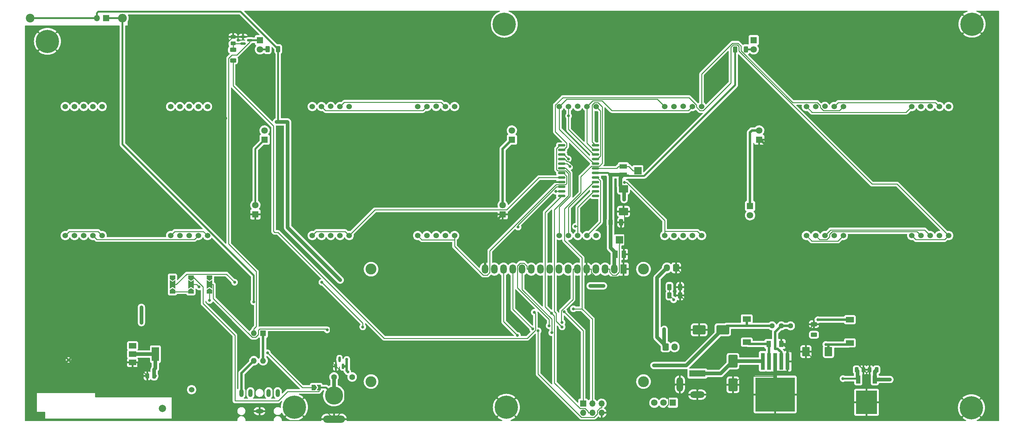
<source format=gbr>
%TF.GenerationSoftware,KiCad,Pcbnew,(6.0.10)*%
%TF.CreationDate,2023-11-27T04:30:22+11:00*%
%TF.ProjectId,Digislate,44696769-736c-4617-9465-2e6b69636164,rev?*%
%TF.SameCoordinates,Original*%
%TF.FileFunction,Copper,L2,Bot*%
%TF.FilePolarity,Positive*%
%FSLAX46Y46*%
G04 Gerber Fmt 4.6, Leading zero omitted, Abs format (unit mm)*
G04 Created by KiCad (PCBNEW (6.0.10)) date 2023-11-27 04:30:22*
%MOMM*%
%LPD*%
G01*
G04 APERTURE LIST*
G04 Aperture macros list*
%AMRoundRect*
0 Rectangle with rounded corners*
0 $1 Rounding radius*
0 $2 $3 $4 $5 $6 $7 $8 $9 X,Y pos of 4 corners*
0 Add a 4 corners polygon primitive as box body*
4,1,4,$2,$3,$4,$5,$6,$7,$8,$9,$2,$3,0*
0 Add four circle primitives for the rounded corners*
1,1,$1+$1,$2,$3*
1,1,$1+$1,$4,$5*
1,1,$1+$1,$6,$7*
1,1,$1+$1,$8,$9*
0 Add four rect primitives between the rounded corners*
20,1,$1+$1,$2,$3,$4,$5,0*
20,1,$1+$1,$4,$5,$6,$7,0*
20,1,$1+$1,$6,$7,$8,$9,0*
20,1,$1+$1,$8,$9,$2,$3,0*%
%AMFreePoly0*
4,1,6,1.000000,0.000000,0.500000,-0.750000,-0.500000,-0.750000,-0.500000,0.750000,0.500000,0.750000,1.000000,0.000000,1.000000,0.000000,$1*%
%AMFreePoly1*
4,1,7,0.700000,0.000000,1.200000,-0.750000,-1.200000,-0.750000,-0.700000,0.000000,-1.200000,0.750000,1.200000,0.750000,0.700000,0.000000,0.700000,0.000000,$1*%
%AMFreePoly2*
4,1,6,0.500000,-0.750000,-0.650000,-0.750000,-0.150000,0.000000,-0.650000,0.750000,0.500000,0.750000,0.500000,-0.750000,0.500000,-0.750000,$1*%
G04 Aperture macros list end*
%TA.AperFunction,ComponentPad*%
%ADD10R,1.800000X1.800000*%
%TD*%
%TA.AperFunction,ComponentPad*%
%ADD11C,1.800000*%
%TD*%
%TA.AperFunction,ComponentPad*%
%ADD12C,0.800000*%
%TD*%
%TA.AperFunction,ComponentPad*%
%ADD13C,6.400000*%
%TD*%
%TA.AperFunction,ComponentPad*%
%ADD14C,1.524000*%
%TD*%
%TA.AperFunction,ComponentPad*%
%ADD15C,2.400000*%
%TD*%
%TA.AperFunction,ComponentPad*%
%ADD16O,2.400000X2.400000*%
%TD*%
%TA.AperFunction,HeatsinkPad*%
%ADD17C,0.500000*%
%TD*%
%TA.AperFunction,ComponentPad*%
%ADD18R,1.600000X1.600000*%
%TD*%
%TA.AperFunction,ComponentPad*%
%ADD19O,1.600000X1.600000*%
%TD*%
%TA.AperFunction,ComponentPad*%
%ADD20C,2.000000*%
%TD*%
%TA.AperFunction,WasherPad*%
%ADD21C,6.400000*%
%TD*%
%TA.AperFunction,WasherPad*%
%ADD22C,1.524000*%
%TD*%
%TA.AperFunction,SMDPad,CuDef*%
%ADD23RoundRect,0.250000X0.625000X-0.312500X0.625000X0.312500X-0.625000X0.312500X-0.625000X-0.312500X0*%
%TD*%
%TA.AperFunction,ComponentPad*%
%ADD24C,1.600000*%
%TD*%
%TA.AperFunction,ComponentPad*%
%ADD25R,1.700000X1.700000*%
%TD*%
%TA.AperFunction,ComponentPad*%
%ADD26O,1.700000X1.700000*%
%TD*%
%TA.AperFunction,SMDPad,CuDef*%
%ADD27RoundRect,0.250000X-0.250000X-0.475000X0.250000X-0.475000X0.250000X0.475000X-0.250000X0.475000X0*%
%TD*%
%TA.AperFunction,SMDPad,CuDef*%
%ADD28RoundRect,0.250000X-0.312500X-0.625000X0.312500X-0.625000X0.312500X0.625000X-0.312500X0.625000X0*%
%TD*%
%TA.AperFunction,SMDPad,CuDef*%
%ADD29FreePoly0,90.000000*%
%TD*%
%TA.AperFunction,SMDPad,CuDef*%
%ADD30FreePoly1,90.000000*%
%TD*%
%TA.AperFunction,SMDPad,CuDef*%
%ADD31FreePoly0,270.000000*%
%TD*%
%TA.AperFunction,SMDPad,CuDef*%
%ADD32RoundRect,0.250000X1.500000X1.000000X-1.500000X1.000000X-1.500000X-1.000000X1.500000X-1.000000X0*%
%TD*%
%TA.AperFunction,SMDPad,CuDef*%
%ADD33R,2.000000X1.300000*%
%TD*%
%TA.AperFunction,SMDPad,CuDef*%
%ADD34R,2.000000X2.000000*%
%TD*%
%TA.AperFunction,SMDPad,CuDef*%
%ADD35RoundRect,0.150000X0.150000X-0.587500X0.150000X0.587500X-0.150000X0.587500X-0.150000X-0.587500X0*%
%TD*%
%TA.AperFunction,ComponentPad*%
%ADD36C,1.440000*%
%TD*%
%TA.AperFunction,SMDPad,CuDef*%
%ADD37RoundRect,0.250000X-1.025000X0.787500X-1.025000X-0.787500X1.025000X-0.787500X1.025000X0.787500X0*%
%TD*%
%TA.AperFunction,SMDPad,CuDef*%
%ADD38RoundRect,0.250000X0.312500X0.625000X-0.312500X0.625000X-0.312500X-0.625000X0.312500X-0.625000X0*%
%TD*%
%TA.AperFunction,ComponentPad*%
%ADD39R,4.400000X1.800000*%
%TD*%
%TA.AperFunction,ComponentPad*%
%ADD40O,4.000000X1.800000*%
%TD*%
%TA.AperFunction,ComponentPad*%
%ADD41O,1.800000X4.000000*%
%TD*%
%TA.AperFunction,SMDPad,CuDef*%
%ADD42R,1.300000X2.000000*%
%TD*%
%TA.AperFunction,ComponentPad*%
%ADD43RoundRect,0.250000X0.600000X0.725000X-0.600000X0.725000X-0.600000X-0.725000X0.600000X-0.725000X0*%
%TD*%
%TA.AperFunction,ComponentPad*%
%ADD44O,1.700000X1.950000*%
%TD*%
%TA.AperFunction,SMDPad,CuDef*%
%ADD45R,2.200000X1.500000*%
%TD*%
%TA.AperFunction,SMDPad,CuDef*%
%ADD46FreePoly0,0.000000*%
%TD*%
%TA.AperFunction,SMDPad,CuDef*%
%ADD47FreePoly2,0.000000*%
%TD*%
%TA.AperFunction,SMDPad,CuDef*%
%ADD48RoundRect,0.150000X-0.587500X-0.150000X0.587500X-0.150000X0.587500X0.150000X-0.587500X0.150000X0*%
%TD*%
%TA.AperFunction,SMDPad,CuDef*%
%ADD49R,1.300000X1.700000*%
%TD*%
%TA.AperFunction,SMDPad,CuDef*%
%ADD50RoundRect,0.250000X0.250000X0.475000X-0.250000X0.475000X-0.250000X-0.475000X0.250000X-0.475000X0*%
%TD*%
%TA.AperFunction,ComponentPad*%
%ADD51O,1.200000X2.200000*%
%TD*%
%TA.AperFunction,ComponentPad*%
%ADD52O,2.200000X1.200000*%
%TD*%
%TA.AperFunction,SMDPad,CuDef*%
%ADD53RoundRect,0.250000X-0.325000X-0.650000X0.325000X-0.650000X0.325000X0.650000X-0.325000X0.650000X0*%
%TD*%
%TA.AperFunction,SMDPad,CuDef*%
%ADD54RoundRect,0.250000X0.787500X1.025000X-0.787500X1.025000X-0.787500X-1.025000X0.787500X-1.025000X0*%
%TD*%
%TA.AperFunction,ComponentPad*%
%ADD55C,5.000000*%
%TD*%
%TA.AperFunction,ComponentPad*%
%ADD56O,6.000000X2.000000*%
%TD*%
%TA.AperFunction,SMDPad,CuDef*%
%ADD57R,1.100000X4.600000*%
%TD*%
%TA.AperFunction,SMDPad,CuDef*%
%ADD58R,10.800000X9.400000*%
%TD*%
%TA.AperFunction,SMDPad,CuDef*%
%ADD59R,1.200000X2.200000*%
%TD*%
%TA.AperFunction,SMDPad,CuDef*%
%ADD60R,5.800000X6.400000*%
%TD*%
%TA.AperFunction,SMDPad,CuDef*%
%ADD61RoundRect,0.250000X-1.000000X1.500000X-1.000000X-1.500000X1.000000X-1.500000X1.000000X1.500000X0*%
%TD*%
%TA.AperFunction,ComponentPad*%
%ADD62RoundRect,0.250000X-0.600000X-0.725000X0.600000X-0.725000X0.600000X0.725000X-0.600000X0.725000X0*%
%TD*%
%TA.AperFunction,SMDPad,CuDef*%
%ADD63FreePoly1,270.000000*%
%TD*%
%TA.AperFunction,SMDPad,CuDef*%
%ADD64RoundRect,0.250000X0.450000X-0.262500X0.450000X0.262500X-0.450000X0.262500X-0.450000X-0.262500X0*%
%TD*%
%TA.AperFunction,SMDPad,CuDef*%
%ADD65R,2.000000X1.500000*%
%TD*%
%TA.AperFunction,SMDPad,CuDef*%
%ADD66R,2.000000X3.800000*%
%TD*%
%TA.AperFunction,ComponentPad*%
%ADD67C,3.000000*%
%TD*%
%TA.AperFunction,ComponentPad*%
%ADD68R,1.800000X2.600000*%
%TD*%
%TA.AperFunction,ComponentPad*%
%ADD69O,1.800000X2.600000*%
%TD*%
%TA.AperFunction,SMDPad,CuDef*%
%ADD70RoundRect,0.150000X-0.875000X-0.150000X0.875000X-0.150000X0.875000X0.150000X-0.875000X0.150000X0*%
%TD*%
%TA.AperFunction,ViaPad*%
%ADD71C,0.800000*%
%TD*%
%TA.AperFunction,Conductor*%
%ADD72C,0.500000*%
%TD*%
%TA.AperFunction,Conductor*%
%ADD73C,0.250000*%
%TD*%
%TA.AperFunction,Conductor*%
%ADD74C,1.000000*%
%TD*%
%TA.AperFunction,Conductor*%
%ADD75C,0.700000*%
%TD*%
G04 APERTURE END LIST*
D10*
%TO.P,LD8,1,K*%
%TO.N,GND*%
X147320000Y-82047000D03*
D11*
%TO.P,LD8,2,A*%
%TO.N,Net-(LD7-Pad1)*%
X147320000Y-79507000D03*
%TD*%
D12*
%TO.P,REF6,1*%
%TO.N,N/C*%
X274652944Y-133672944D03*
D13*
%TO.N,GND*%
X276350000Y-135370000D03*
D12*
%TO.N,N/C*%
X278047056Y-133672944D03*
X274652944Y-137067056D03*
D13*
%TO.N,GND*%
X276350000Y-135370000D03*
D12*
%TO.N,N/C*%
X278750000Y-135370000D03*
X276350000Y-132970000D03*
X276350000Y-137770000D03*
X278047056Y-137067056D03*
X273950000Y-135370000D03*
%TD*%
D14*
%TO.P,HR1,1,CC*%
%TO.N,H1*%
X26920000Y-87900000D03*
%TO.P,HR1,2,E*%
%TO.N,E*%
X29460000Y-87900000D03*
%TO.P,HR1,3,D*%
%TO.N,D*%
X32000000Y-87882000D03*
%TO.P,HR1,4,C*%
%TO.N,C*%
X34540000Y-87900000D03*
%TO.P,HR1,5,CC*%
%TO.N,H1*%
X37080000Y-87900000D03*
%TO.P,HR1,6,B*%
%TO.N,B*%
X37080000Y-52340000D03*
%TO.P,HR1,7,A*%
%TO.N,A*%
X34540000Y-52340000D03*
%TO.P,HR1,8,DP*%
%TO.N,unconnected-(HR1-Pad8)*%
X32000000Y-52300000D03*
%TO.P,HR1,9,F*%
%TO.N,F*%
X29460000Y-52340000D03*
%TO.P,HR1,10,G*%
%TO.N,G*%
X26920000Y-52340000D03*
%TD*%
%TO.P,HR2,1,CC*%
%TO.N,H2*%
X55920000Y-87900000D03*
%TO.P,HR2,2,E*%
%TO.N,E*%
X58460000Y-87900000D03*
%TO.P,HR2,3,D*%
%TO.N,D*%
X61000000Y-87882000D03*
%TO.P,HR2,4,C*%
%TO.N,C*%
X63540000Y-87900000D03*
%TO.P,HR2,5,CC*%
%TO.N,H2*%
X66080000Y-87900000D03*
%TO.P,HR2,6,B*%
%TO.N,B*%
X66080000Y-52340000D03*
%TO.P,HR2,7,A*%
%TO.N,A*%
X63540000Y-52340000D03*
%TO.P,HR2,8,DP*%
%TO.N,unconnected-(HR2-Pad8)*%
X61000000Y-52300000D03*
%TO.P,HR2,9,F*%
%TO.N,F*%
X58460000Y-52340000D03*
%TO.P,HR2,10,G*%
%TO.N,G*%
X55920000Y-52340000D03*
%TD*%
D10*
%TO.P,LD2,1,K*%
%TO.N,Net-(LD1-Pad1)*%
X80518000Y-34036000D03*
D11*
%TO.P,LD2,2,A*%
%TO.N,Net-(R10-Pad2)*%
X80518000Y-36576000D03*
%TD*%
D12*
%TO.P,REF3,1*%
%TO.N,N/C*%
X276510000Y-32020000D03*
X274812944Y-27922944D03*
X278207056Y-27922944D03*
D13*
%TO.N,GND*%
X276510000Y-29620000D03*
D12*
%TO.N,N/C*%
X274110000Y-29620000D03*
X274812944Y-31317056D03*
X278910000Y-29620000D03*
X278207056Y-31317056D03*
D13*
%TO.N,GND*%
X276510000Y-29620000D03*
D12*
%TO.N,N/C*%
X276510000Y-27220000D03*
%TD*%
D15*
%TO.P,SW2,1,1*%
%TO.N,+5V*%
X17272000Y-27940000D03*
D16*
%TO.P,SW2,2,2*%
%TO.N,Net-(R12-Pad2)*%
X42672000Y-27940000D03*
%TD*%
D17*
%TO.P,U10,39,GND*%
%TO.N,GND*%
X27822000Y-122214500D03*
%TD*%
D13*
%TO.P,REF4,1*%
%TO.N,GND*%
X89990000Y-135230000D03*
D12*
%TO.N,N/C*%
X89990000Y-132830000D03*
X91687056Y-136927056D03*
X88292944Y-133532944D03*
D13*
%TO.N,GND*%
X89990000Y-135230000D03*
D12*
%TO.N,N/C*%
X87590000Y-135230000D03*
X89990000Y-137630000D03*
X88292944Y-136927056D03*
X92390000Y-135230000D03*
X91687056Y-133532944D03*
%TD*%
D14*
%TO.P,SC1,1,CC*%
%TO.N,S1*%
X162920000Y-87900000D03*
%TO.P,SC1,2,E*%
%TO.N,E*%
X165460000Y-87900000D03*
%TO.P,SC1,3,D*%
%TO.N,D*%
X168000000Y-87882000D03*
%TO.P,SC1,4,C*%
%TO.N,C*%
X170540000Y-87900000D03*
%TO.P,SC1,5,CC*%
%TO.N,S1*%
X173080000Y-87900000D03*
%TO.P,SC1,6,B*%
%TO.N,B*%
X173080000Y-52340000D03*
%TO.P,SC1,7,A*%
%TO.N,A*%
X170540000Y-52340000D03*
%TO.P,SC1,8,DP*%
%TO.N,unconnected-(SC1-Pad8)*%
X168000000Y-52300000D03*
%TO.P,SC1,9,F*%
%TO.N,F*%
X165460000Y-52340000D03*
%TO.P,SC1,10,G*%
%TO.N,G*%
X162920000Y-52340000D03*
%TD*%
D10*
%TO.P,LD4,1,K*%
%TO.N,GND*%
X79248000Y-82052000D03*
D11*
%TO.P,LD4,2,A*%
%TO.N,Net-(LD3-Pad1)*%
X79248000Y-79512000D03*
%TD*%
D12*
%TO.P,REF1,1*%
%TO.N,N/C*%
X23717056Y-36057056D03*
D13*
%TO.N,GND*%
X22020000Y-34360000D03*
D12*
%TO.N,N/C*%
X19620000Y-34360000D03*
X20322944Y-36057056D03*
X24420000Y-34360000D03*
X23717056Y-32662944D03*
X22020000Y-36760000D03*
X22020000Y-31960000D03*
X20322944Y-32662944D03*
D13*
%TO.N,GND*%
X22020000Y-34360000D03*
%TD*%
D14*
%TO.P,FR2,1,CC*%
%TO.N,F2*%
X259920000Y-87900000D03*
%TO.P,FR2,2,E*%
%TO.N,E*%
X262460000Y-87900000D03*
%TO.P,FR2,3,D*%
%TO.N,D*%
X265000000Y-87882000D03*
%TO.P,FR2,4,C*%
%TO.N,C*%
X267540000Y-87900000D03*
%TO.P,FR2,5,CC*%
%TO.N,F2*%
X270080000Y-87900000D03*
%TO.P,FR2,6,B*%
%TO.N,B*%
X270080000Y-52340000D03*
%TO.P,FR2,7,A*%
%TO.N,A*%
X267540000Y-52340000D03*
%TO.P,FR2,8,DP*%
%TO.N,unconnected-(FR2-Pad8)*%
X265000000Y-52300000D03*
%TO.P,FR2,9,F*%
%TO.N,F*%
X262460000Y-52340000D03*
%TO.P,FR2,10,G*%
%TO.N,G*%
X259920000Y-52340000D03*
%TD*%
%TO.P,MN2,1,CC*%
%TO.N,M2*%
X123920000Y-87900000D03*
%TO.P,MN2,2,E*%
%TO.N,E*%
X126460000Y-87900000D03*
%TO.P,MN2,3,D*%
%TO.N,D*%
X129000000Y-87882000D03*
%TO.P,MN2,4,C*%
%TO.N,C*%
X131540000Y-87900000D03*
%TO.P,MN2,5,CC*%
%TO.N,M2*%
X134080000Y-87900000D03*
%TO.P,MN2,6,B*%
%TO.N,B*%
X134080000Y-52340000D03*
%TO.P,MN2,7,A*%
%TO.N,A*%
X131540000Y-52340000D03*
%TO.P,MN2,8,DP*%
%TO.N,unconnected-(MN2-Pad8)*%
X129000000Y-52300000D03*
%TO.P,MN2,9,F*%
%TO.N,F*%
X126460000Y-52340000D03*
%TO.P,MN2,10,G*%
%TO.N,G*%
X123920000Y-52340000D03*
%TD*%
D18*
%TO.P,U8,1*%
%TO.N,Net-(U8-Pad4)*%
X81395000Y-114800000D03*
D19*
%TO.P,U8,2*%
%TO.N,Net-(LD1-Pad1)*%
X78855000Y-114800000D03*
%TO.P,U8,3*%
%TO.N,Net-(CN6-PadT)*%
X78855000Y-122420000D03*
%TO.P,U8,4*%
%TO.N,Net-(U8-Pad4)*%
X81395000Y-122420000D03*
%TD*%
D14*
%TO.P,SC2,1,CC*%
%TO.N,S2*%
X191920000Y-87900000D03*
%TO.P,SC2,2,E*%
%TO.N,E*%
X194460000Y-87900000D03*
%TO.P,SC2,3,D*%
%TO.N,D*%
X197000000Y-87882000D03*
%TO.P,SC2,4,C*%
%TO.N,C*%
X199540000Y-87900000D03*
%TO.P,SC2,5,CC*%
%TO.N,S2*%
X202080000Y-87900000D03*
%TO.P,SC2,6,B*%
%TO.N,B*%
X202080000Y-52340000D03*
%TO.P,SC2,7,A*%
%TO.N,A*%
X199540000Y-52340000D03*
%TO.P,SC2,8,DP*%
%TO.N,unconnected-(SC2-Pad8)*%
X197000000Y-52300000D03*
%TO.P,SC2,9,F*%
%TO.N,F*%
X194460000Y-52340000D03*
%TO.P,SC2,10,G*%
%TO.N,G*%
X191920000Y-52340000D03*
%TD*%
%TO.P,MN1,1,CC*%
%TO.N,M1*%
X94920000Y-87900000D03*
%TO.P,MN1,2,E*%
%TO.N,E*%
X97460000Y-87900000D03*
%TO.P,MN1,3,D*%
%TO.N,D*%
X100000000Y-87882000D03*
%TO.P,MN1,4,C*%
%TO.N,C*%
X102540000Y-87900000D03*
%TO.P,MN1,5,CC*%
%TO.N,M1*%
X105080000Y-87900000D03*
%TO.P,MN1,6,B*%
%TO.N,B*%
X105080000Y-52340000D03*
%TO.P,MN1,7,A*%
%TO.N,A*%
X102540000Y-52340000D03*
%TO.P,MN1,8,DP*%
%TO.N,unconnected-(MN1-Pad8)*%
X100000000Y-52300000D03*
%TO.P,MN1,9,F*%
%TO.N,F*%
X97460000Y-52340000D03*
%TO.P,MN1,10,G*%
%TO.N,G*%
X94920000Y-52340000D03*
%TD*%
D10*
%TO.P,LD1,1,K*%
%TO.N,Net-(LD1-Pad1)*%
X216408000Y-34031000D03*
D11*
%TO.P,LD1,2,A*%
%TO.N,Net-(R9-Pad2)*%
X216408000Y-36571000D03*
%TD*%
D20*
%TO.P,AE1,1,A*%
%TO.N,Net-(AE1-Pad1)*%
X53680000Y-135548000D03*
%TD*%
D21*
%TO.P,REF2,*%
%TO.N,*%
X147770000Y-29630000D03*
D12*
%TO.P,REF2,1*%
%TO.N,N/C*%
X146072944Y-31327056D03*
D13*
%TO.N,GND*%
X147770000Y-29630000D03*
D12*
%TO.N,N/C*%
X147770000Y-27230000D03*
X149467056Y-27932944D03*
X150170000Y-29630000D03*
X147770000Y-32030000D03*
X149467056Y-31327056D03*
X146072944Y-27932944D03*
X145370000Y-29630000D03*
%TD*%
D10*
%TO.P,LD5,1,K*%
%TO.N,Net-(LD5-Pad1)*%
X215420000Y-79770000D03*
D11*
%TO.P,LD5,2,A*%
%TO.N,Net-(R14-Pad1)*%
X215420000Y-82310000D03*
%TD*%
D10*
%TO.P,LD7,1,K*%
%TO.N,Net-(LD7-Pad1)*%
X149860000Y-61473000D03*
D11*
%TO.P,LD7,2,A*%
%TO.N,Net-(R15-Pad1)*%
X149860000Y-58933000D03*
%TD*%
D22*
%TO.P,U9,*%
%TO.N,*%
X61700000Y-130400000D03*
%TD*%
D10*
%TO.P,LD3,1,K*%
%TO.N,Net-(LD3-Pad1)*%
X81788000Y-61473000D03*
D11*
%TO.P,LD3,2,A*%
%TO.N,Net-(R13-Pad1)*%
X81788000Y-58933000D03*
%TD*%
D10*
%TO.P,LD6,1,K*%
%TO.N,GND*%
X217932000Y-61468000D03*
D11*
%TO.P,LD6,2,A*%
%TO.N,Net-(LD5-Pad1)*%
X217932000Y-58928000D03*
%TD*%
D12*
%TO.P,REF5,1*%
%TO.N,N/C*%
X150037056Y-133562944D03*
X146642944Y-133562944D03*
X145940000Y-135260000D03*
X148340000Y-132860000D03*
D13*
%TO.N,GND*%
X148340000Y-135260000D03*
D12*
%TO.N,N/C*%
X150037056Y-136957056D03*
X150740000Y-135260000D03*
X146642944Y-136957056D03*
D13*
%TO.N,GND*%
X148340000Y-135260000D03*
D12*
%TO.N,N/C*%
X148340000Y-137660000D03*
%TD*%
D14*
%TO.P,FR1,1,CC*%
%TO.N,F1*%
X230920000Y-87900000D03*
%TO.P,FR1,2,E*%
%TO.N,E*%
X233460000Y-87900000D03*
%TO.P,FR1,3,D*%
%TO.N,D*%
X236000000Y-87882000D03*
%TO.P,FR1,4,C*%
%TO.N,C*%
X238540000Y-87900000D03*
%TO.P,FR1,5,CC*%
%TO.N,F1*%
X241080000Y-87900000D03*
%TO.P,FR1,6,B*%
%TO.N,B*%
X241080000Y-52340000D03*
%TO.P,FR1,7,A*%
%TO.N,A*%
X238540000Y-52340000D03*
%TO.P,FR1,8,DP*%
%TO.N,unconnected-(FR1-Pad8)*%
X236000000Y-52300000D03*
%TO.P,FR1,9,F*%
%TO.N,F*%
X233460000Y-52340000D03*
%TO.P,FR1,10,G*%
%TO.N,G*%
X230920000Y-52340000D03*
%TD*%
D23*
%TO.P,R21,1*%
%TO.N,Net-(R20-Pad1)*%
X233000000Y-115262500D03*
%TO.P,R21,2*%
%TO.N,GND*%
X233000000Y-112337500D03*
%TD*%
D24*
%TO.P,C2,1*%
%TO.N,WLS*%
X100900000Y-126900000D03*
%TO.P,C2,2*%
%TO.N,Net-(R3-Pad1)*%
X105900000Y-126900000D03*
%TD*%
D25*
%TO.P,SW1,1,A*%
%TO.N,Net-(R12-Pad2)*%
X38137000Y-27940000D03*
D26*
%TO.P,SW1,2,A*%
%TO.N,+5V*%
X35597000Y-27940000D03*
%TD*%
D27*
%TO.P,C12,1*%
%TO.N,+6V*%
X244720000Y-124920000D03*
%TO.P,C12,2*%
%TO.N,GND*%
X246620000Y-124920000D03*
%TD*%
D28*
%TO.P,R9,1*%
%TO.N,+5V*%
X211340000Y-36560000D03*
%TO.P,R9,2*%
%TO.N,Net-(R9-Pad2)*%
X214265000Y-36560000D03*
%TD*%
D29*
%TO.P,J1,1,A*%
%TO.N,RXD*%
X56440000Y-103390000D03*
D30*
%TO.P,J1,2,C*%
%TO.N,Net-(J1-Pad2)*%
X56440000Y-101390000D03*
D31*
%TO.P,J1,3,B*%
%TO.N,RXD1*%
X56440000Y-99390000D03*
%TD*%
D32*
%TO.P,C16,1*%
%TO.N,Net-(RV2-Pad3)*%
X207907500Y-113900000D03*
%TO.P,C16,2*%
%TO.N,GND*%
X201407500Y-113900000D03*
%TD*%
D33*
%TO.P,RV3,1,1*%
%TO.N,Net-(RV3-Pad1)*%
X180530000Y-68850000D03*
D34*
%TO.P,RV3,2,2*%
X184530000Y-70000000D03*
D33*
%TO.P,RV3,3,3*%
%TO.N,+5V*%
X180530000Y-71150000D03*
%TD*%
D35*
%TO.P,Q2,1,B*%
%TO.N,Net-(R3-Pad2)*%
X103350000Y-123937500D03*
%TO.P,Q2,2,E*%
%TO.N,GND*%
X101450000Y-123937500D03*
%TO.P,Q2,3,C*%
%TO.N,SIG*%
X102400000Y-122062500D03*
%TD*%
D36*
%TO.P,RV2,1,1*%
%TO.N,Net-(R16-Pad2)*%
X226550000Y-112800000D03*
%TO.P,RV2,2,2*%
X224010000Y-112800000D03*
%TO.P,RV2,3,3*%
%TO.N,Net-(RV2-Pad3)*%
X221470000Y-112800000D03*
%TD*%
D37*
%TO.P,C17,1*%
%TO.N,+5V*%
X180570000Y-75050000D03*
%TO.P,C17,2*%
%TO.N,GND*%
X180570000Y-81275000D03*
%TD*%
D38*
%TO.P,R10,1*%
%TO.N,+5V*%
X85542500Y-36510000D03*
%TO.P,R10,2*%
%TO.N,Net-(R10-Pad2)*%
X82617500Y-36510000D03*
%TD*%
D39*
%TO.P,CN5,1*%
%TO.N,Net-(U5-Pad1)*%
X200900000Y-125950000D03*
D40*
%TO.P,CN5,2*%
%TO.N,GND*%
X200900000Y-131750000D03*
D41*
%TO.P,CN5,3*%
X196100000Y-128950000D03*
%TD*%
D42*
%TO.P,RV1,1,1*%
%TO.N,+5V*%
X178350000Y-93100000D03*
D34*
%TO.P,RV1,2,2*%
%TO.N,Net-(RV1-Pad2)*%
X179500000Y-89100000D03*
D42*
%TO.P,RV1,3,3*%
%TO.N,GND*%
X180650000Y-93100000D03*
%TD*%
D43*
%TO.P,CN1,1,Pin_1*%
%TO.N,GND*%
X195050000Y-96800000D03*
D44*
%TO.P,CN1,2,Pin_2*%
%TO.N,+BATT*%
X192550000Y-96800000D03*
%TD*%
D28*
%TO.P,R22,1*%
%TO.N,Net-(R22-Pad1)*%
X193237500Y-102100000D03*
%TO.P,R22,2*%
%TO.N,GND*%
X196162500Y-102100000D03*
%TD*%
D45*
%TO.P,L2,1,1*%
%TO.N,Net-(U5-Pad2)*%
X214500000Y-117300000D03*
%TO.P,L2,2,2*%
%TO.N,Net-(RV2-Pad3)*%
X214500000Y-110900000D03*
%TD*%
D25*
%TO.P,CN4,1,MISO*%
%TO.N,MISO*%
X169475000Y-134225000D03*
D26*
%TO.P,CN4,2,VCC*%
%TO.N,+5V*%
X169475000Y-136765000D03*
%TO.P,CN4,3,SCK*%
%TO.N,SCK*%
X172015000Y-134225000D03*
%TO.P,CN4,4,MOSI*%
%TO.N,MOSI*%
X172015000Y-136765000D03*
%TO.P,CN4,5,~{RST}*%
%TO.N,RST*%
X174555000Y-134225000D03*
%TO.P,CN4,6,GND*%
%TO.N,GND*%
X174555000Y-136765000D03*
%TD*%
D46*
%TO.P,J4,1,A*%
%TO.N,Net-(J4-Pad1)*%
X95275000Y-129810000D03*
D47*
%TO.P,J4,2,B*%
%TO.N,WLS*%
X96725000Y-129810000D03*
%TD*%
D29*
%TO.P,J2,1,A*%
%TO.N,TXD*%
X66600000Y-103390000D03*
D30*
%TO.P,J2,2,C*%
%TO.N,Net-(J2-Pad2)*%
X66600000Y-101390000D03*
D31*
%TO.P,J2,3,B*%
%TO.N,TXD1*%
X66600000Y-99390000D03*
%TD*%
D48*
%TO.P,Q1,1,B*%
%TO.N,Net-(R1-Pad1)*%
X75842500Y-34990000D03*
%TO.P,Q1,2,E*%
%TO.N,GND*%
X75842500Y-33090000D03*
%TO.P,Q1,3,C*%
%TO.N,Net-(LD1-Pad1)*%
X77717500Y-34040000D03*
%TD*%
D49*
%TO.P,D2,1,K*%
%TO.N,Net-(U5-Pad2)*%
X220550000Y-117800000D03*
%TO.P,D2,2,A*%
%TO.N,GND*%
X224050000Y-117800000D03*
%TD*%
D50*
%TO.P,C6,1*%
%TO.N,+3V3*%
X51402500Y-126600000D03*
%TO.P,C6,2*%
%TO.N,GND*%
X49502500Y-126600000D03*
%TD*%
D51*
%TO.P,CN6,R*%
%TO.N,unconnected-(CN6-PadR)*%
X85400000Y-131300000D03*
%TO.P,CN6,RN*%
%TO.N,N/C*%
X82900000Y-131300000D03*
D52*
%TO.P,CN6,S*%
%TO.N,GND*%
X80400000Y-136300000D03*
D51*
%TO.P,CN6,T*%
%TO.N,Net-(CN6-PadT)*%
X75400000Y-131300000D03*
%TO.P,CN6,TN*%
%TO.N,N/C*%
X77900000Y-131300000D03*
%TD*%
D10*
%TO.P,LD9,1,K1*%
%TO.N,Net-(R17-Pad1)*%
X194150000Y-134000000D03*
D11*
%TO.P,LD9,2,A*%
%TO.N,Net-(RV2-Pad3)*%
X191610000Y-134000000D03*
%TO.P,LD9,3,K2*%
%TO.N,Net-(R18-Pad1)*%
X189070000Y-134000000D03*
%TD*%
D23*
%TO.P,R11,1*%
%TO.N,Net-(R11-Pad1)*%
X73120000Y-39622500D03*
%TO.P,R11,2*%
%TO.N,Net-(R1-Pad1)*%
X73120000Y-36697500D03*
%TD*%
D53*
%TO.P,C5,1*%
%TO.N,+5V*%
X176995000Y-84270000D03*
%TO.P,C5,2*%
%TO.N,GND*%
X179945000Y-84270000D03*
%TD*%
D54*
%TO.P,C18,1*%
%TO.N,Net-(CN2-Pad2)*%
X237012500Y-119900000D03*
%TO.P,C18,2*%
%TO.N,GND*%
X230787500Y-119900000D03*
%TD*%
D55*
%TO.P,CN3,1,In*%
%TO.N,WLS*%
X100900000Y-132000000D03*
D56*
%TO.P,CN3,2,Ext*%
%TO.N,GND*%
X100900000Y-138500000D03*
%TD*%
D45*
%TO.P,L1,1,1*%
%TO.N,Net-(CN2-Pad2)*%
X242900000Y-117500000D03*
%TO.P,L1,2,2*%
%TO.N,Net-(L1-Pad2)*%
X242900000Y-111100000D03*
%TD*%
D57*
%TO.P,U5,1,VIN*%
%TO.N,Net-(U5-Pad1)*%
X218925000Y-122575000D03*
%TO.P,U5,2,OUT*%
%TO.N,Net-(U5-Pad2)*%
X220625000Y-122575000D03*
%TO.P,U5,3,GND*%
%TO.N,GND*%
X222325000Y-122575000D03*
D58*
X222325000Y-131725000D03*
D57*
%TO.P,U5,4,FB*%
%TO.N,Net-(R16-Pad2)*%
X224025000Y-122575000D03*
%TO.P,U5,5,~{ON}/OFF*%
%TO.N,GND*%
X225725000Y-122575000D03*
%TD*%
D28*
%TO.P,R23,1*%
%TO.N,Net-(R22-Pad1)*%
X193237500Y-104400000D03*
%TO.P,R23,2*%
%TO.N,GND*%
X196162500Y-104400000D03*
%TD*%
D59*
%TO.P,U4,1,VI*%
%TO.N,+6V*%
X245195000Y-127575000D03*
D60*
%TO.P,U4,2,GND*%
%TO.N,GND*%
X247475000Y-133875000D03*
D59*
%TO.P,U4,3,VO*%
%TO.N,+5V*%
X249755000Y-127575000D03*
%TD*%
D61*
%TO.P,C15,1*%
%TO.N,Net-(U5-Pad1)*%
X210700000Y-122550000D03*
%TO.P,C15,2*%
%TO.N,GND*%
X210700000Y-129050000D03*
%TD*%
D62*
%TO.P,CN2,1,Pin_1*%
%TO.N,+BATT*%
X192150000Y-118600000D03*
D44*
%TO.P,CN2,2,Pin_2*%
%TO.N,Net-(CN2-Pad2)*%
X194650000Y-118600000D03*
%TD*%
D31*
%TO.P,J3,1,A*%
%TO.N,WLS*%
X61520000Y-99390000D03*
D63*
%TO.P,J3,2,C*%
%TO.N,Net-(J3-Pad2)*%
X61520000Y-101390000D03*
D29*
%TO.P,J3,3,B*%
%TO.N,RXD*%
X61520000Y-103390000D03*
%TD*%
D64*
%TO.P,R1,1*%
%TO.N,Net-(R1-Pad1)*%
X73120000Y-34932500D03*
%TO.P,R1,2*%
%TO.N,GND*%
X73120000Y-33107500D03*
%TD*%
D65*
%TO.P,U7,1,GND*%
%TO.N,GND*%
X45450000Y-122900000D03*
D66*
%TO.P,U7,2,VO*%
%TO.N,+3V3*%
X51750000Y-120600000D03*
D65*
X45450000Y-120600000D03*
%TO.P,U7,3,VI*%
%TO.N,+6V*%
X45450000Y-118300000D03*
%TD*%
D27*
%TO.P,C3,1*%
%TO.N,GND*%
X248350000Y-124920000D03*
%TO.P,C3,2*%
%TO.N,+5V*%
X250250000Y-124920000D03*
%TD*%
D67*
%TO.P,DS1,*%
%TO.N,*%
X186089100Y-97164500D03*
X186089100Y-128165200D03*
X111090520Y-128165200D03*
X111090000Y-97164500D03*
D68*
%TO.P,DS1,1,VSS*%
%TO.N,GND*%
X180590000Y-97164500D03*
D69*
%TO.P,DS1,2,VDD*%
%TO.N,+5V*%
X178050000Y-97164500D03*
%TO.P,DS1,3,VO*%
%TO.N,Net-(RV1-Pad2)*%
X175510000Y-97164500D03*
%TO.P,DS1,4,RS*%
%TO.N,RS*%
X172970000Y-97164500D03*
%TO.P,DS1,5,R/W*%
%TO.N,GND*%
X170430000Y-97164500D03*
%TO.P,DS1,6,E*%
%TO.N,CE*%
X167890000Y-97164500D03*
%TO.P,DS1,7,D0*%
%TO.N,unconnected-(DS1-Pad7)*%
X165350000Y-97164500D03*
%TO.P,DS1,8,D1*%
%TO.N,unconnected-(DS1-Pad8)*%
X162810000Y-97164500D03*
%TO.P,DS1,9,D2*%
%TO.N,unconnected-(DS1-Pad9)*%
X160270000Y-97164500D03*
%TO.P,DS1,10,D3*%
%TO.N,unconnected-(DS1-Pad10)*%
X157730000Y-97164500D03*
%TO.P,DS1,11,D4*%
%TO.N,DT4*%
X155190000Y-97164500D03*
%TO.P,DS1,12,D5*%
%TO.N,DT5*%
X152650000Y-97164500D03*
%TO.P,DS1,13,D6*%
%TO.N,DT6*%
X150110000Y-97164500D03*
%TO.P,DS1,14,D7*%
%TO.N,DT7*%
X147570000Y-97164500D03*
%TO.P,DS1,15,LED(+)*%
%TO.N,+5V*%
X145030000Y-97164500D03*
%TO.P,DS1,16,LED(-)*%
%TO.N,GND*%
X142490000Y-97164500D03*
%TD*%
D70*
%TO.P,U2,1,DIN*%
%TO.N,MOSI*%
X163570000Y-76995000D03*
%TO.P,U2,2,DIG_0*%
%TO.N,H1*%
X163570000Y-75725000D03*
%TO.P,U2,3,DIG_4*%
%TO.N,H2*%
X163570000Y-74455000D03*
%TO.P,U2,4,GND*%
%TO.N,GND*%
X163570000Y-73185000D03*
%TO.P,U2,5,DIG_6*%
%TO.N,M1*%
X163570000Y-71915000D03*
%TO.P,U2,6,DIG_2*%
%TO.N,M2*%
X163570000Y-70645000D03*
%TO.P,U2,7,DIG_3*%
%TO.N,S1*%
X163570000Y-69375000D03*
%TO.P,U2,8,DIG_7*%
%TO.N,S2*%
X163570000Y-68105000D03*
%TO.P,U2,9,GND*%
%TO.N,GND*%
X163570000Y-66835000D03*
%TO.P,U2,10,DIG_5*%
%TO.N,F1*%
X163570000Y-65565000D03*
%TO.P,U2,11,DIG_1*%
%TO.N,F2*%
X163570000Y-64295000D03*
%TO.P,U2,12,LOAD*%
%TO.N,LOAD*%
X163570000Y-63025000D03*
%TO.P,U2,13,CLK*%
%TO.N,SCK*%
X172870000Y-63025000D03*
%TO.P,U2,14,SEG_A*%
%TO.N,A*%
X172870000Y-64295000D03*
%TO.P,U2,15,SEG_F*%
%TO.N,F*%
X172870000Y-65565000D03*
%TO.P,U2,16,SEG_B*%
%TO.N,B*%
X172870000Y-66835000D03*
%TO.P,U2,17,SEG_G*%
%TO.N,G*%
X172870000Y-68105000D03*
%TO.P,U2,18,ISET*%
%TO.N,Net-(RV3-Pad1)*%
X172870000Y-69375000D03*
%TO.P,U2,19,V+*%
%TO.N,+5V*%
X172870000Y-70645000D03*
%TO.P,U2,20,SEG_C*%
%TO.N,C*%
X172870000Y-71915000D03*
%TO.P,U2,21,SEG_E*%
%TO.N,E*%
X172870000Y-73185000D03*
%TO.P,U2,22,SEG_DP*%
%TO.N,unconnected-(U2-Pad22)*%
X172870000Y-74455000D03*
%TO.P,U2,23,SEG_D*%
%TO.N,D*%
X172870000Y-75725000D03*
%TO.P,U2,24,DOUT*%
%TO.N,unconnected-(U2-Pad24)*%
X172870000Y-76995000D03*
%TD*%
D71*
%TO.N,+5V*%
X102605000Y-100165000D03*
X175060000Y-101760000D03*
X85080100Y-56550000D03*
X250961900Y-127455000D03*
X171420000Y-101760000D03*
X253895000Y-127575000D03*
X180713600Y-77966400D03*
%TO.N,GND*%
X180740000Y-59750000D03*
X75090000Y-122920000D03*
X156500000Y-83720000D03*
X205840000Y-119570000D03*
X168230000Y-57210000D03*
X213960000Y-119760000D03*
X173170000Y-57560000D03*
X138670000Y-68940000D03*
X77470000Y-87420000D03*
X71123500Y-55598800D03*
X82890000Y-52190000D03*
X117960000Y-110290000D03*
X148810000Y-104390000D03*
X111420000Y-88120000D03*
X115910000Y-68840000D03*
X105900000Y-115450000D03*
X168090000Y-99610000D03*
X169610000Y-111050000D03*
X230787500Y-117340700D03*
X214700000Y-135270000D03*
X170950000Y-103790000D03*
X170900000Y-82130000D03*
X138920000Y-109940000D03*
X163960000Y-104140000D03*
X206440000Y-44330000D03*
X159570000Y-123000000D03*
X156260000Y-93600000D03*
X160230000Y-99890000D03*
X138810000Y-52010000D03*
X241180000Y-133975000D03*
X95470000Y-43000000D03*
X164000000Y-57490000D03*
X160250000Y-93590000D03*
X108710000Y-29770000D03*
X151800000Y-104370000D03*
X247460000Y-135760000D03*
X160250000Y-83770000D03*
X75140000Y-117700000D03*
X218220000Y-134990000D03*
X164090000Y-99660000D03*
X201440000Y-113800000D03*
X226560000Y-135090000D03*
X157330000Y-103700000D03*
X52540000Y-52120000D03*
X167840000Y-106120000D03*
X82400000Y-44310000D03*
X173610000Y-29770000D03*
X49030000Y-84950000D03*
X259460000Y-129030000D03*
X259500000Y-133740000D03*
X69410000Y-52270000D03*
X76120000Y-52480000D03*
X192250000Y-42680000D03*
X77460000Y-44310000D03*
X104190000Y-111990000D03*
X166570000Y-126810000D03*
X99732300Y-119018100D03*
X166952300Y-73870500D03*
X150180000Y-111000000D03*
X186630000Y-59820000D03*
X140050000Y-88340000D03*
X166800000Y-82130000D03*
X90020000Y-52690000D03*
X163900000Y-93930000D03*
X191560000Y-127220000D03*
X259500000Y-131340000D03*
X166570000Y-118240000D03*
X187690000Y-87350000D03*
X88880000Y-128760000D03*
X192340000Y-121650000D03*
%TO.N,Net-(RV2-Pad3)*%
X202170000Y-119300000D03*
X188970000Y-123720000D03*
X207780000Y-113800000D03*
%TO.N,+3V3*%
X51680000Y-126630000D03*
X51402500Y-124850800D03*
%TO.N,Net-(CN2-Pad2)*%
X236251900Y-117939400D03*
%TO.N,+6V*%
X245013600Y-127393600D03*
X47880000Y-111910000D03*
X45470000Y-118300000D03*
X240990000Y-127340000D03*
X47880000Y-107710000D03*
%TO.N,+BATT*%
X191781600Y-113756400D03*
%TO.N,MISO*%
X164232400Y-108942500D03*
%TO.N,SCK*%
X166790800Y-108097600D03*
%TO.N,MOSI*%
X160787500Y-109305400D03*
%TO.N,RST*%
X157082700Y-114172200D03*
%TO.N,Net-(L1-Pad2)*%
X234078500Y-111098100D03*
%TO.N,Net-(R3-Pad2)*%
X104679000Y-125453900D03*
X104415300Y-122043500D03*
%TO.N,CE*%
X163671100Y-111874600D03*
%TO.N,DT4*%
X160106500Y-112778800D03*
%TO.N,DT5*%
X160840700Y-114700000D03*
%TO.N,DT6*%
X155594600Y-113678400D03*
%TO.N,DT7*%
X151406300Y-115441200D03*
%TO.N,F1*%
X165388700Y-66798400D03*
%TO.N,D*%
X167330000Y-85379200D03*
%TO.N,F*%
X165460000Y-54922800D03*
%TO.N,H1*%
X161939100Y-75700000D03*
%TO.N,H2*%
X151551500Y-85565200D03*
%TO.N,Net-(J1-Pad2)*%
X108804700Y-113100000D03*
X73534800Y-100775900D03*
X97549900Y-100775900D03*
%TO.N,TXD*%
X66636300Y-105807100D03*
%TO.N,Net-(J2-Pad2)*%
X99020000Y-113900000D03*
%TO.N,Net-(J3-Pad2)*%
X63768700Y-102058400D03*
%TO.N,Net-(J4-Pad1)*%
X82592600Y-120226300D03*
%TO.N,SIG*%
X102400000Y-122062500D03*
%TO.N,Net-(R11-Pad1)*%
X156000000Y-109065900D03*
%TO.N,Net-(R12-Pad2)*%
X78800300Y-106164600D03*
%TO.N,S2*%
X180807100Y-73270400D03*
X165832200Y-68886500D03*
%TO.N,LOAD*%
X163662100Y-113100000D03*
%TO.N,Net-(R20-Pad1)*%
X233000000Y-115262500D03*
%TO.N,Net-(R22-Pad1)*%
X194362300Y-105612300D03*
%TD*%
D72*
%TO.N,+5V*%
X172885000Y-70660000D02*
X176390000Y-70660000D01*
D73*
X181855300Y-71150000D02*
X182030700Y-71325400D01*
D72*
X211340000Y-46390000D02*
X186280000Y-71450000D01*
D74*
X177040000Y-71310000D02*
X176880000Y-71150000D01*
X177040000Y-78580000D02*
X177040000Y-71310000D01*
X249755000Y-125415000D02*
X250250000Y-124920000D01*
X88140000Y-85700000D02*
X88140000Y-56660000D01*
D72*
X35597000Y-26593000D02*
X36010000Y-26180000D01*
X36010000Y-26180000D02*
X75212500Y-26180000D01*
X211340000Y-36560000D02*
X211340000Y-46390000D01*
D73*
X249755000Y-127575000D02*
X250680300Y-127575000D01*
X179867400Y-71150000D02*
X179867400Y-74347400D01*
X250250000Y-125654700D02*
X250250000Y-124920000D01*
D74*
X177040000Y-91320000D02*
X177040000Y-78580000D01*
D72*
X17272000Y-27940000D02*
X35597000Y-27940000D01*
D74*
X179707100Y-74187100D02*
X180570000Y-75050000D01*
X180530000Y-71150000D02*
X179707100Y-71972900D01*
D73*
X180388700Y-71150000D02*
X180530000Y-71150000D01*
X250800300Y-127455000D02*
X250961900Y-127455000D01*
X249755000Y-126149700D02*
X250250000Y-125654700D01*
D74*
X180530000Y-71150000D02*
X176880000Y-71150000D01*
D73*
X180530000Y-71150000D02*
X181855300Y-71150000D01*
D74*
X88140000Y-56660000D02*
X88030000Y-56550000D01*
D73*
X182030700Y-71325400D02*
X185668800Y-71325400D01*
X180388700Y-71150000D02*
X179867400Y-71150000D01*
X75426300Y-26393800D02*
X85542500Y-36510000D01*
D72*
X176390000Y-70660000D02*
X176880000Y-71150000D01*
D73*
X250680300Y-127575000D02*
X250800300Y-127455000D01*
D72*
X178050000Y-93400000D02*
X178350000Y-93100000D01*
D74*
X179707100Y-71972900D02*
X179707100Y-74187100D01*
D73*
X179867400Y-74347400D02*
X180570000Y-75050000D01*
X249755000Y-127575000D02*
X249755000Y-126149700D01*
D74*
X178050000Y-97164500D02*
X178050000Y-93400000D01*
X180724000Y-75204000D02*
X180570000Y-75050000D01*
D72*
X75212500Y-26180000D02*
X85542500Y-36510000D01*
X186280000Y-71450000D02*
X180830000Y-71450000D01*
X35597000Y-27940000D02*
X35597000Y-26593000D01*
D74*
X178050000Y-97164500D02*
X178050000Y-92330000D01*
X249755000Y-127575000D02*
X249755000Y-125415000D01*
X102605000Y-100165000D02*
X88140000Y-85700000D01*
X178050000Y-92330000D02*
X177040000Y-91320000D01*
D72*
X180830000Y-71450000D02*
X180530000Y-71150000D01*
D74*
X249755000Y-127575000D02*
X253895000Y-127575000D01*
X88030000Y-56550000D02*
X85080100Y-56550000D01*
X180724000Y-77966400D02*
X180724000Y-75204000D01*
X175060000Y-101760000D02*
X171420000Y-101760000D01*
D72*
X85080100Y-56550000D02*
X85542500Y-56087600D01*
X172870000Y-70645000D02*
X172885000Y-70660000D01*
X85542500Y-36510000D02*
X85542500Y-56087600D01*
D73*
%TO.N,GND*%
X171655300Y-98006900D02*
X171655300Y-97164500D01*
X195625100Y-128950000D02*
X196100000Y-128950000D01*
X244685400Y-122985400D02*
X246620000Y-124920000D01*
X172905400Y-99257000D02*
X171655300Y-98006900D01*
X225725000Y-125200300D02*
X222325000Y-125200300D01*
X196100000Y-128950000D02*
X199325300Y-128950000D01*
X222325000Y-131725000D02*
X222325000Y-126699700D01*
D75*
X225725000Y-118895000D02*
X225725000Y-122575000D01*
D73*
X195625100Y-128950000D02*
X194874700Y-128950000D01*
X81825300Y-136300000D02*
X82951900Y-137426600D01*
X201407500Y-109645000D02*
X201407500Y-113900000D01*
X75825000Y-33107500D02*
X75842500Y-33090000D01*
X43439200Y-122214500D02*
X44124700Y-122900000D01*
X73120000Y-33107500D02*
X75825000Y-33107500D01*
X230787500Y-119900000D02*
X230787500Y-117340700D01*
X180590000Y-97124800D02*
X180590000Y-97164500D01*
X230787500Y-119900000D02*
X225725000Y-119900000D01*
X210700000Y-129050000D02*
X202374700Y-129050000D01*
X180570000Y-81275000D02*
X180825400Y-81530400D01*
X202374700Y-129050000D02*
X200900000Y-130524700D01*
D75*
X219640000Y-86700000D02*
X219640000Y-62850000D01*
D73*
X164399600Y-66835000D02*
X163570000Y-66835000D01*
D75*
X218258000Y-61468000D02*
X217932000Y-61468000D01*
D73*
X225725000Y-122575000D02*
X225725000Y-119900000D01*
X210700000Y-129050000D02*
X213050300Y-126699700D01*
X225725000Y-122575000D02*
X225725000Y-125200300D01*
X200900000Y-131750000D02*
X200900000Y-130524700D01*
X100900000Y-138500000D02*
X103749300Y-135650700D01*
X80400000Y-136300000D02*
X81825300Y-136300000D01*
D75*
X224630000Y-117800000D02*
X225725000Y-118895000D01*
D73*
X180650000Y-95479200D02*
X180650000Y-93100000D01*
X230787500Y-119900000D02*
X233872900Y-122985400D01*
X98900000Y-135760000D02*
X98900000Y-136500000D01*
X86606600Y-137426600D02*
X88090000Y-138910000D01*
X46775300Y-122900000D02*
X46775300Y-123872800D01*
X103749300Y-135650700D02*
X103749300Y-126236800D01*
X165088300Y-67523700D02*
X164399600Y-66835000D01*
D72*
X158025000Y-73185000D02*
X149163000Y-82047000D01*
D73*
X99799200Y-112996500D02*
X99799200Y-118951200D01*
X192924600Y-134466900D02*
X192924600Y-130900100D01*
X230787500Y-114550000D02*
X233000000Y-112337500D01*
X88090000Y-138910000D02*
X95750000Y-138910000D01*
X45450000Y-122900000D02*
X44124700Y-122900000D01*
D75*
X142490000Y-86877000D02*
X147320000Y-82047000D01*
D73*
X199325300Y-128950000D02*
X200900000Y-130524700D01*
X192924600Y-130900100D02*
X194874700Y-128950000D01*
X180122800Y-99257000D02*
X172905400Y-99257000D01*
D75*
X219640000Y-62850000D02*
X218258000Y-61468000D01*
D73*
X222325000Y-122575000D02*
X222325000Y-125200300D01*
X166952300Y-73870500D02*
X166683400Y-73601600D01*
X247475000Y-125775000D02*
X246620000Y-124920000D01*
X82951900Y-137426600D02*
X86606600Y-137426600D01*
X247475000Y-133875000D02*
X247475000Y-125775000D01*
D72*
X156500000Y-83720000D02*
X156500000Y-93360000D01*
D73*
X165495200Y-67523700D02*
X165088300Y-67523700D01*
X174555000Y-136765000D02*
X190626500Y-136765000D01*
D75*
X224050000Y-117800000D02*
X224630000Y-117800000D01*
D73*
X98900000Y-136500000D02*
X100900000Y-138500000D01*
X170430000Y-97164500D02*
X171655300Y-97164500D01*
D75*
X195050000Y-96800000D02*
X209540000Y-96800000D01*
D73*
X196162500Y-102100000D02*
X196162500Y-97912500D01*
X180825400Y-81530400D02*
X180825400Y-91599300D01*
D72*
X149163000Y-82047000D02*
X147320000Y-82047000D01*
D73*
X95750000Y-138910000D02*
X98900000Y-135760000D01*
X196162500Y-97912500D02*
X195050000Y-96800000D01*
X190626500Y-136765000D02*
X192924600Y-134466900D01*
X180825400Y-91599300D02*
X180650000Y-91774700D01*
X196162500Y-104400000D02*
X196162500Y-102100000D01*
X46775300Y-123872800D02*
X49502500Y-126600000D01*
D75*
X209540000Y-96800000D02*
X219640000Y-86700000D01*
D73*
X103749300Y-126236800D02*
X101450000Y-123937500D01*
X99732300Y-122219800D02*
X101450000Y-123937500D01*
X79248000Y-82052000D02*
X79248000Y-92445300D01*
X99799200Y-118951200D02*
X99732300Y-119018100D01*
X196162500Y-104400000D02*
X201407500Y-109645000D01*
X213050300Y-126699700D02*
X222325000Y-126699700D01*
X79248000Y-92445300D02*
X99799200Y-112996500D01*
X99732300Y-119018100D02*
X99732300Y-122219800D01*
X27822000Y-122214500D02*
X43439200Y-122214500D01*
X180590000Y-98789800D02*
X180122800Y-99257000D01*
X230787500Y-117340700D02*
X230787500Y-114550000D01*
X71123500Y-35104000D02*
X73120000Y-33107500D01*
X166683400Y-73601600D02*
X166683400Y-68711900D01*
D72*
X163570000Y-73185000D02*
X158025000Y-73185000D01*
D73*
X180650000Y-93100000D02*
X180650000Y-91774700D01*
X166683400Y-68711900D02*
X165495200Y-67523700D01*
X180590000Y-97124800D02*
X180590000Y-95539200D01*
X71123500Y-55598800D02*
X71123500Y-35104000D01*
X247475000Y-125775000D02*
X247495000Y-125775000D01*
D74*
X222325000Y-122575000D02*
X222325000Y-131725000D01*
D73*
X180590000Y-95539200D02*
X180650000Y-95479200D01*
X45450000Y-122900000D02*
X46775300Y-122900000D01*
D75*
X142490000Y-97164500D02*
X142490000Y-86877000D01*
D73*
X222325000Y-125200300D02*
X222325000Y-126699700D01*
X180590000Y-97164500D02*
X180590000Y-98789800D01*
X233872900Y-122985400D02*
X244685400Y-122985400D01*
D72*
X156500000Y-93360000D02*
X156260000Y-93600000D01*
D73*
X247495000Y-125775000D02*
X248350000Y-124920000D01*
%TO.N,WLS*%
X64861300Y-106626100D02*
X73630000Y-115394800D01*
X96725000Y-130885300D02*
X96725000Y-129810000D01*
X73630000Y-115394800D02*
X73630000Y-133490000D01*
X64861300Y-102067200D02*
X64861300Y-106626100D01*
D74*
X100900000Y-126900000D02*
X100900000Y-132000000D01*
D73*
X85553000Y-133490000D02*
X88157700Y-130885300D01*
X61520000Y-99390000D02*
X62184100Y-99390000D01*
X73630000Y-133490000D02*
X85553000Y-133490000D01*
D72*
X100900000Y-132000000D02*
X98710000Y-129810000D01*
D73*
X88157700Y-130885300D02*
X96725000Y-130885300D01*
X62184100Y-99390000D02*
X64861300Y-102067200D01*
D72*
X98710000Y-129810000D02*
X96725000Y-129810000D01*
D75*
%TO.N,Net-(RV2-Pad3)*%
X221470000Y-112800000D02*
X214310000Y-112800000D01*
D74*
X207690000Y-113900000D02*
X197870000Y-123720000D01*
D75*
X214500000Y-112610000D02*
X214310000Y-112800000D01*
X214500000Y-110900000D02*
X214500000Y-112610000D01*
X214310000Y-112800000D02*
X209007500Y-112800000D01*
X209007500Y-112800000D02*
X207907500Y-113900000D01*
D74*
X197870000Y-123720000D02*
X188970000Y-123720000D01*
X207907500Y-113900000D02*
X207690000Y-113900000D01*
%TO.N,+3V3*%
X51750000Y-124503300D02*
X51402500Y-124850800D01*
X51402500Y-126600000D02*
X51402500Y-124850800D01*
X51750000Y-120600000D02*
X51750000Y-124503300D01*
X45450000Y-120600000D02*
X51750000Y-120600000D01*
%TO.N,Net-(U5-Pad1)*%
X210700000Y-122550000D02*
X218900000Y-122550000D01*
X218900000Y-122550000D02*
X218925000Y-122575000D01*
X200900000Y-125950000D02*
X207300000Y-125950000D01*
X207300000Y-125950000D02*
X210700000Y-122550000D01*
D75*
%TO.N,Net-(CN2-Pad2)*%
X237012500Y-118157500D02*
X237230600Y-117939400D01*
X242460600Y-117939400D02*
X242900000Y-117500000D01*
X237012500Y-119900000D02*
X237012500Y-118157500D01*
X237230600Y-117939400D02*
X242460600Y-117939400D01*
X236251900Y-117939400D02*
X237230600Y-117939400D01*
D73*
%TO.N,+6V*%
X45450000Y-118300000D02*
X45470000Y-118300000D01*
D72*
X244960000Y-127340000D02*
X240990000Y-127340000D01*
D74*
X245013600Y-125213600D02*
X244720000Y-124920000D01*
D73*
X245195000Y-126149700D02*
X244982200Y-125936900D01*
D72*
X245013600Y-127393600D02*
X244960000Y-127340000D01*
D73*
X244720000Y-125674700D02*
X244720000Y-124920000D01*
D74*
X245013600Y-127393600D02*
X245013600Y-125213600D01*
X47880000Y-107710000D02*
X47880000Y-111910000D01*
D73*
X245195000Y-127575000D02*
X245195000Y-126149700D01*
X244982200Y-125936900D02*
X244720000Y-125674700D01*
D74*
%TO.N,+BATT*%
X189810000Y-99540000D02*
X192550000Y-96800000D01*
X191781600Y-118231600D02*
X192150000Y-118600000D01*
X191781600Y-113756400D02*
X191781600Y-118231600D01*
X192150000Y-118270000D02*
X189810000Y-115930000D01*
X192150000Y-118600000D02*
X192150000Y-118270000D01*
X189810000Y-115930000D02*
X189810000Y-99540000D01*
D73*
%TO.N,MISO*%
X169475000Y-114185100D02*
X164232400Y-108942500D01*
X169475000Y-134225000D02*
X169475000Y-114185100D01*
%TO.N,SCK*%
X164365400Y-89233400D02*
X164365400Y-80577300D01*
X173574800Y-51250000D02*
X172623300Y-51250000D01*
X168853600Y-76089100D02*
X168853600Y-71639700D01*
X172623300Y-51250000D02*
X171962500Y-51910800D01*
X171962500Y-62117500D02*
X172870000Y-63025000D01*
X174731700Y-67952200D02*
X174731700Y-52406900D01*
X169160000Y-108097600D02*
X166790800Y-108097600D01*
X164365400Y-80577300D02*
X168853600Y-76089100D01*
X169160000Y-94028000D02*
X164365400Y-89233400D01*
X172015000Y-134225000D02*
X172015000Y-110952600D01*
X174731700Y-52406900D02*
X173574800Y-51250000D01*
X173943900Y-68740000D02*
X174731700Y-67952200D01*
X171753300Y-68740000D02*
X173943900Y-68740000D01*
X169160000Y-108097600D02*
X169160000Y-94028000D01*
X168853600Y-71639700D02*
X171753300Y-68740000D01*
X172015000Y-110952600D02*
X169160000Y-108097600D01*
X171962500Y-51910800D02*
X171962500Y-62117500D01*
%TO.N,MOSI*%
X170031800Y-135589700D02*
X170839700Y-136397600D01*
X161566100Y-110084000D02*
X161566100Y-128507800D01*
X172015000Y-136765000D02*
X170839700Y-136765000D01*
X163570000Y-76995000D02*
X159000000Y-81565000D01*
X159000000Y-107517900D02*
X160787500Y-109305400D01*
X160787500Y-109305400D02*
X161566100Y-110084000D01*
X159000000Y-81565000D02*
X159000000Y-107517900D01*
X170839700Y-136397600D02*
X170839700Y-136765000D01*
X161566100Y-128507800D02*
X168648000Y-135589700D01*
X168648000Y-135589700D02*
X170031800Y-135589700D01*
%TO.N,RST*%
X157082700Y-126097100D02*
X157082700Y-114172200D01*
X174555000Y-135400300D02*
X174187600Y-135400300D01*
X173379700Y-136208200D02*
X173379700Y-137064300D01*
X174187600Y-135400300D02*
X173379700Y-136208200D01*
X173379700Y-137064300D02*
X172459200Y-137984800D01*
X172459200Y-137984800D02*
X168970400Y-137984800D01*
X174555000Y-134225000D02*
X174555000Y-135400300D01*
X168970400Y-137984800D02*
X157082700Y-126097100D01*
D75*
%TO.N,Net-(L1-Pad2)*%
X242900000Y-111100000D02*
X234080400Y-111100000D01*
D73*
X234080400Y-111100000D02*
X234078500Y-111098100D01*
D75*
%TO.N,Net-(U5-Pad2)*%
X215000000Y-117800000D02*
X214500000Y-117300000D01*
X220625000Y-117875000D02*
X220550000Y-117800000D01*
X220625000Y-122575000D02*
X220625000Y-117875000D01*
X220550000Y-117800000D02*
X215000000Y-117800000D01*
%TO.N,Net-(R3-Pad2)*%
X103350000Y-123937500D02*
X104132500Y-123937500D01*
X104132500Y-123937500D02*
X104415300Y-123654700D01*
X104415300Y-123654700D02*
X104415300Y-125190200D01*
X104415300Y-122043500D02*
X104415300Y-123654700D01*
X104415300Y-125190200D02*
X104679000Y-125453900D01*
D73*
%TO.N,Net-(RV1-Pad2)*%
X178559600Y-98797200D02*
X177525600Y-98797200D01*
X176735300Y-98006900D02*
X176735300Y-97164500D01*
X175510000Y-97164500D02*
X176735300Y-97164500D01*
X179500000Y-89100000D02*
X179500000Y-90425300D01*
X179364600Y-97992200D02*
X178559600Y-98797200D01*
X179500000Y-90425300D02*
X179364600Y-90560700D01*
X179364600Y-90560700D02*
X179364600Y-97992200D01*
X177525600Y-98797200D02*
X176735300Y-98006900D01*
%TO.N,CE*%
X166664700Y-97164500D02*
X166664700Y-105484500D01*
X166664700Y-105484500D02*
X163507100Y-108642100D01*
X163507100Y-111710600D02*
X163671100Y-111874600D01*
X167890000Y-97164500D02*
X166664700Y-97164500D01*
X163507100Y-108642100D02*
X163507100Y-111710600D01*
%TO.N,DT4*%
X151380000Y-96281500D02*
X151380000Y-102269700D01*
X153964700Y-97164500D02*
X153964700Y-96322100D01*
X151380000Y-102269700D02*
X160106500Y-110996200D01*
X160106500Y-110996200D02*
X160106500Y-112778800D01*
X153150200Y-95507600D02*
X152153900Y-95507600D01*
X152153900Y-95507600D02*
X151380000Y-96281500D01*
X153964700Y-96322100D02*
X153150200Y-95507600D01*
X155190000Y-97164500D02*
X153964700Y-97164500D01*
%TO.N,DT5*%
X160840700Y-110974400D02*
X160840700Y-114700000D01*
X152650000Y-97164500D02*
X152650000Y-102783700D01*
X152650000Y-102783700D02*
X160840700Y-110974400D01*
%TO.N,DT6*%
X150110000Y-97164500D02*
X150110000Y-108193800D01*
X150110000Y-108193800D02*
X155594600Y-113678400D01*
%TO.N,DT7*%
X147570000Y-97164500D02*
X147570000Y-111604900D01*
X147570000Y-111604900D02*
X151406300Y-115441200D01*
%TO.N,F1*%
X232440800Y-89420800D02*
X239559200Y-89420800D01*
X230920000Y-87900000D02*
X232440800Y-89420800D01*
X164155300Y-65565000D02*
X165388700Y-66798400D01*
X239559200Y-89420800D02*
X241080000Y-87900000D01*
X163570000Y-65565000D02*
X164155300Y-65565000D01*
%TO.N,E*%
X237279000Y-88201200D02*
X237279000Y-87600400D01*
X165460000Y-80119600D02*
X172394600Y-73185000D01*
X233460000Y-87900000D02*
X234529400Y-88969400D01*
X172394600Y-73185000D02*
X172870000Y-73185000D01*
X237279000Y-87600400D02*
X238069700Y-86809700D01*
X238069700Y-86809700D02*
X261369700Y-86809700D01*
X236510800Y-88969400D02*
X237279000Y-88201200D01*
X165460000Y-87900000D02*
X165460000Y-80119600D01*
X261369700Y-86809700D02*
X262460000Y-87900000D01*
X234529400Y-88969400D02*
X236510800Y-88969400D01*
%TO.N,D*%
X168000000Y-80088300D02*
X168000000Y-85379200D01*
X168000000Y-85379200D02*
X167330000Y-85379200D01*
X265000000Y-87882000D02*
X263477300Y-86359300D01*
X172363300Y-75725000D02*
X168000000Y-80088300D01*
X168000000Y-85379200D02*
X168000000Y-87882000D01*
X237522700Y-86359300D02*
X236000000Y-87882000D01*
X172870000Y-75725000D02*
X172363300Y-75725000D01*
X263477300Y-86359300D02*
X237522700Y-86359300D01*
%TO.N,C*%
X172870000Y-71915000D02*
X173350400Y-71915000D01*
X173350400Y-71915000D02*
X174235500Y-72800100D01*
X63540000Y-87900000D02*
X62444200Y-88995800D01*
X62444200Y-88995800D02*
X35635800Y-88995800D01*
X174235500Y-72800100D02*
X174235500Y-84204500D01*
X35635800Y-88995800D02*
X34540000Y-87900000D01*
X174235500Y-84204500D02*
X170540000Y-87900000D01*
%TO.N,B*%
X202080000Y-52340000D02*
X202080000Y-43375200D01*
X212899200Y-35692400D02*
X212899200Y-36946700D01*
X233880500Y-51211900D02*
X234750100Y-52081500D01*
X235589700Y-53436400D02*
X239983600Y-53436400D01*
X172870000Y-66835000D02*
X173376700Y-66835000D01*
X234750100Y-52081500D02*
X234750100Y-52596800D01*
X173376700Y-66835000D02*
X174251200Y-65960500D01*
X174251200Y-53511200D02*
X173080000Y-52340000D01*
X202080000Y-43375200D02*
X210580800Y-34874400D01*
X239983600Y-53436400D02*
X241080000Y-52340000D01*
X210580800Y-34874400D02*
X212081200Y-34874400D01*
X212081200Y-34874400D02*
X212899200Y-35692400D01*
X234750100Y-52596800D02*
X235589700Y-53436400D01*
X212899200Y-36946700D02*
X227164400Y-51211900D01*
X227164400Y-51211900D02*
X233880500Y-51211900D01*
X174251200Y-65960500D02*
X174251200Y-53511200D01*
%TO.N,A*%
X172386300Y-64295000D02*
X170540000Y-62448700D01*
X177367400Y-53448500D02*
X174678800Y-50759900D01*
X174678800Y-50759900D02*
X172120100Y-50759900D01*
X266411700Y-51211700D02*
X267540000Y-52340000D01*
X198431500Y-53448500D02*
X177367400Y-53448500D01*
X131540000Y-52340000D02*
X130356000Y-51156000D01*
X170540000Y-62448700D02*
X170540000Y-52340000D01*
X238540000Y-52340000D02*
X239668300Y-51211700D01*
X172120100Y-50759900D02*
X170540000Y-52340000D01*
X239668300Y-51211700D02*
X266411700Y-51211700D01*
X130356000Y-51156000D02*
X103724000Y-51156000D01*
X199540000Y-52340000D02*
X198431500Y-53448500D01*
X103724000Y-51156000D02*
X102540000Y-52340000D01*
X172870000Y-64295000D02*
X172386300Y-64295000D01*
%TO.N,F*%
X125352700Y-53447300D02*
X98567300Y-53447300D01*
X126460000Y-52340000D02*
X125352700Y-53447300D01*
X165460000Y-52340000D02*
X165460000Y-54922800D01*
X165460000Y-54922800D02*
X165460000Y-58638700D01*
X165460000Y-58638700D02*
X172386300Y-65565000D01*
X172386300Y-65565000D02*
X172870000Y-65565000D01*
X98567300Y-53447300D02*
X97460000Y-52340000D01*
%TO.N,G*%
X232491800Y-53911800D02*
X258348200Y-53911800D01*
X172440100Y-68105000D02*
X162920000Y-58584900D01*
X258348200Y-53911800D02*
X259920000Y-52340000D01*
X164950400Y-50309600D02*
X162920000Y-52340000D01*
X172870000Y-68105000D02*
X172440100Y-68105000D01*
X162920000Y-58584900D02*
X162920000Y-52340000D01*
X189889600Y-50309600D02*
X164950400Y-50309600D01*
X191920000Y-52340000D02*
X189889600Y-50309600D01*
X230920000Y-52340000D02*
X232491800Y-53911800D01*
%TO.N,F2*%
X198597800Y-49855100D02*
X200627400Y-51884700D01*
X261052800Y-89032800D02*
X259920000Y-87900000D01*
X200627400Y-51884700D02*
X200627400Y-52457600D01*
X164051700Y-64295000D02*
X164938600Y-63408100D01*
X212290500Y-35725000D02*
X212290500Y-37044100D01*
X248956400Y-73710000D02*
X255890000Y-73710000D01*
X255890000Y-73710000D02*
X270080000Y-87900000D01*
X164938600Y-63408100D02*
X164938600Y-62381000D01*
X201615400Y-53445600D02*
X202512300Y-53445600D01*
X210759600Y-35355900D02*
X211921400Y-35355900D01*
X210143800Y-45814100D02*
X210143800Y-35971700D01*
X161812100Y-51907400D02*
X163864400Y-49855100D01*
X212290500Y-37044100D02*
X248956400Y-73710000D01*
X202512300Y-53445600D02*
X210143800Y-45814100D01*
X210143800Y-35971700D02*
X210759600Y-35355900D01*
X163570000Y-64295000D02*
X164051700Y-64295000D01*
X164938600Y-62381000D02*
X161812100Y-59254500D01*
X163864400Y-49855100D02*
X198597800Y-49855100D01*
X268947200Y-89032800D02*
X261052800Y-89032800D01*
X270080000Y-87900000D02*
X268947200Y-89032800D01*
X161812100Y-59254500D02*
X161812100Y-51907400D01*
X211921400Y-35355900D02*
X212290500Y-35725000D01*
X200627400Y-52457600D02*
X201615400Y-53445600D01*
%TO.N,H1*%
X163570000Y-75725000D02*
X161964100Y-75725000D01*
X161964100Y-75725000D02*
X161939100Y-75700000D01*
X28039600Y-86780400D02*
X26920000Y-87900000D01*
X37080000Y-87900000D02*
X35960400Y-86780400D01*
X35960400Y-86780400D02*
X28039600Y-86780400D01*
%TO.N,H2*%
X57032800Y-86787200D02*
X55920000Y-87900000D01*
X151551500Y-85033500D02*
X162130000Y-74455000D01*
X151551500Y-85565200D02*
X151551500Y-85033500D01*
X64967200Y-86787200D02*
X57032800Y-86787200D01*
X66080000Y-87900000D02*
X64967200Y-86787200D01*
X162130000Y-74455000D02*
X163570000Y-74455000D01*
%TO.N,RXD*%
X61520000Y-103390000D02*
X56440000Y-103390000D01*
%TO.N,Net-(J1-Pad2)*%
X56440000Y-101390000D02*
X57515300Y-101390000D01*
X71288300Y-98529400D02*
X73534800Y-100775900D01*
X60375900Y-98529400D02*
X71288300Y-98529400D01*
X108804700Y-113100000D02*
X108804700Y-112030700D01*
X57515300Y-101390000D02*
X60375900Y-98529400D01*
X108804700Y-112030700D02*
X97549900Y-100775900D01*
%TO.N,TXD*%
X66600000Y-103390000D02*
X66636300Y-103426300D01*
X66636300Y-103426300D02*
X66636300Y-105807100D01*
%TO.N,Net-(J2-Pad2)*%
X78396600Y-115948400D02*
X79332700Y-115948400D01*
X67675300Y-105227100D02*
X78396600Y-115948400D01*
X79332700Y-115948400D02*
X80109900Y-115171200D01*
X80109900Y-113955200D02*
X80429400Y-113635700D01*
X67675300Y-101390000D02*
X67675300Y-105227100D01*
X80429400Y-113635700D02*
X98755700Y-113635700D01*
X80109900Y-115171200D02*
X80109900Y-113955200D01*
X66600000Y-101390000D02*
X67675300Y-101390000D01*
X98755700Y-113635700D02*
X99020000Y-113900000D01*
%TO.N,Net-(J3-Pad2)*%
X63100300Y-101390000D02*
X63768700Y-102058400D01*
X61520000Y-101390000D02*
X63100300Y-101390000D01*
%TO.N,Net-(J4-Pad1)*%
X92176300Y-129810000D02*
X82592600Y-120226300D01*
X95275000Y-129810000D02*
X92176300Y-129810000D01*
%TO.N,Net-(R9-Pad2)*%
X216408000Y-36571000D02*
X214276000Y-36571000D01*
X214276000Y-36571000D02*
X214265000Y-36560000D01*
D72*
X214265000Y-36560000D02*
X216397000Y-36560000D01*
X216397000Y-36560000D02*
X216408000Y-36571000D01*
D73*
%TO.N,Net-(R10-Pad2)*%
X82080000Y-36510000D02*
X80584000Y-36510000D01*
D72*
X80518000Y-36576000D02*
X82014000Y-36576000D01*
D73*
X80584000Y-36510000D02*
X80518000Y-36576000D01*
X82617500Y-36510000D02*
X82080000Y-36510000D01*
D72*
X82014000Y-36576000D02*
X82080000Y-36510000D01*
%TO.N,Net-(LD3-Pad1)*%
X79248000Y-64013000D02*
X81788000Y-61473000D01*
X79248000Y-79512000D02*
X79248000Y-64013000D01*
D75*
%TO.N,Net-(LD5-Pad1)*%
X215420000Y-79770000D02*
X215420000Y-59440000D01*
X215932000Y-58928000D02*
X217932000Y-58928000D01*
X215420000Y-59440000D02*
X215932000Y-58928000D01*
%TO.N,Net-(LD7-Pad1)*%
X147320000Y-64013000D02*
X149860000Y-61473000D01*
X147320000Y-79507000D02*
X147320000Y-64013000D01*
D73*
%TO.N,M1*%
X105080000Y-87900000D02*
X103973400Y-86793400D01*
X96026600Y-86793400D02*
X94920000Y-87900000D01*
X112158400Y-80821600D02*
X148422300Y-80821600D01*
X148422300Y-80821600D02*
X157328900Y-71915000D01*
X105080000Y-87900000D02*
X112158400Y-80821600D01*
X157328900Y-71915000D02*
X163570000Y-71915000D01*
X103973400Y-86793400D02*
X96026600Y-86793400D01*
%TO.N,M2*%
X164938800Y-71524800D02*
X164938800Y-73533900D01*
X134080000Y-89050500D02*
X125070500Y-89050500D01*
X134080000Y-90895200D02*
X134080000Y-89050500D01*
X162055500Y-73820000D02*
X143760000Y-92115500D01*
X163570000Y-70645000D02*
X164059000Y-70645000D01*
X143760000Y-98099200D02*
X143069000Y-98790200D01*
X134080000Y-89050500D02*
X134080000Y-87900000D01*
X125070500Y-89050500D02*
X123920000Y-87900000D01*
X164059000Y-70645000D02*
X164938800Y-71524800D01*
X143760000Y-92115500D02*
X143760000Y-98099200D01*
X164938800Y-73533900D02*
X164652700Y-73820000D01*
X141975000Y-98790200D02*
X134080000Y-90895200D01*
X143069000Y-98790200D02*
X141975000Y-98790200D01*
X164652700Y-73820000D02*
X162055500Y-73820000D01*
%TO.N,Net-(R1-Pad1)*%
X73177500Y-36640000D02*
X73120000Y-36697500D01*
X73177500Y-34990000D02*
X73120000Y-34932500D01*
X75842500Y-34990000D02*
X73177500Y-34990000D01*
X73177500Y-34990000D02*
X73177500Y-36640000D01*
%TO.N,Net-(R11-Pad1)*%
X84545200Y-87045200D02*
X84260000Y-86760000D01*
X84260000Y-57689200D02*
X73120000Y-46549200D01*
X114712800Y-116232800D02*
X85525200Y-87045200D01*
X154089000Y-116232800D02*
X114712800Y-116232800D01*
X85525200Y-87045200D02*
X84545200Y-87045200D01*
X84260000Y-86760000D02*
X84260000Y-57689200D01*
X156000000Y-109065900D02*
X156357400Y-109423300D01*
X156357400Y-113964400D02*
X154089000Y-116232800D01*
X73120000Y-46549200D02*
X73120000Y-39622500D01*
X156357400Y-109423300D02*
X156357400Y-113964400D01*
D72*
%TO.N,Net-(R12-Pad2)*%
X42672000Y-27940000D02*
X42672000Y-62777973D01*
X42672000Y-27940000D02*
X38137000Y-27940000D01*
X78800300Y-98906273D02*
X78800300Y-106164600D01*
X42672000Y-62777973D02*
X78800300Y-98906273D01*
D75*
%TO.N,Net-(R16-Pad2)*%
X224025000Y-120115000D02*
X223030000Y-119120000D01*
X222340000Y-119120000D02*
X222340000Y-114470000D01*
X224010000Y-112800000D02*
X226550000Y-112800000D01*
X222340000Y-114470000D02*
X224010000Y-112800000D01*
X223030000Y-119120000D02*
X222340000Y-119120000D01*
X224025000Y-122575000D02*
X224025000Y-120115000D01*
D73*
%TO.N,Net-(RV3-Pad1)*%
X178679700Y-69375000D02*
X179204700Y-68850000D01*
X184530000Y-70000000D02*
X183204700Y-70000000D01*
X172870000Y-69375000D02*
X178679700Y-69375000D01*
X180530000Y-68850000D02*
X179204700Y-68850000D01*
X182054700Y-68850000D02*
X180530000Y-68850000D01*
X183204700Y-70000000D02*
X182054700Y-68850000D01*
%TO.N,S1*%
X162920000Y-80010700D02*
X162920000Y-87900000D01*
X165857200Y-70577800D02*
X165857200Y-77073500D01*
X164654400Y-69375000D02*
X165857200Y-70577800D01*
X165857200Y-77073500D02*
X162920000Y-80010700D01*
X163570000Y-69375000D02*
X164654400Y-69375000D01*
%TO.N,S2*%
X191920000Y-87900000D02*
X191920000Y-86739200D01*
X191920000Y-86739200D02*
X200919200Y-86739200D01*
X200919200Y-86739200D02*
X202080000Y-87900000D01*
X191920000Y-83735000D02*
X191920000Y-86739200D01*
X165050700Y-68105000D02*
X165832200Y-68886500D01*
X181455400Y-73270400D02*
X191920000Y-83735000D01*
X180807100Y-73270400D02*
X181455400Y-73270400D01*
X163570000Y-68105000D02*
X165050700Y-68105000D01*
%TO.N,LOAD*%
X161539900Y-80753900D02*
X161539900Y-108826700D01*
X162156800Y-63954800D02*
X162156800Y-69730400D01*
X161539900Y-108826700D02*
X162046300Y-109333100D01*
X162428300Y-70001900D02*
X164641000Y-70001900D01*
X162046300Y-109333100D02*
X162046300Y-111484200D01*
X163086600Y-63025000D02*
X162156800Y-63954800D01*
X164641000Y-70001900D02*
X165406900Y-70767800D01*
X162156800Y-69730400D02*
X162428300Y-70001900D01*
X162046300Y-111484200D02*
X163662100Y-113100000D01*
X165406900Y-70767800D02*
X165406900Y-76886900D01*
X165406900Y-76886900D02*
X161539900Y-80753900D01*
X163570000Y-63025000D02*
X163086600Y-63025000D01*
D75*
%TO.N,Net-(CN6-PadT)*%
X75400000Y-131300000D02*
X75400000Y-125875000D01*
X75400000Y-125875000D02*
X78855000Y-122420000D01*
%TO.N,Net-(U8-Pad4)*%
X81395000Y-122420000D02*
X81395000Y-114800000D01*
D73*
%TO.N,Net-(R22-Pad1)*%
X194362300Y-105524800D02*
X194362300Y-105612300D01*
X193237500Y-104400000D02*
X193237500Y-102100000D01*
X193237500Y-104400000D02*
X194362300Y-105524800D01*
D72*
%TO.N,Net-(LD1-Pad1)*%
X77717500Y-34040000D02*
X80514000Y-34040000D01*
D73*
X74140700Y-38160000D02*
X77717500Y-34583200D01*
X78855000Y-114800000D02*
X78855000Y-113674700D01*
D72*
X80514000Y-34040000D02*
X80518000Y-34036000D01*
D73*
X77717500Y-34040000D02*
X79288700Y-34040000D01*
X71907300Y-39016000D02*
X72763300Y-38160000D01*
X71907300Y-90215000D02*
X71907300Y-39016000D01*
X78855000Y-113674700D02*
X79525600Y-113004100D01*
X79525600Y-113004100D02*
X79525600Y-97833300D01*
X79525600Y-97833300D02*
X71907300Y-90215000D01*
X79288700Y-34040000D02*
X79292700Y-34036000D01*
X80518000Y-34036000D02*
X79292700Y-34036000D01*
X72763300Y-38160000D02*
X74140700Y-38160000D01*
X77717500Y-34583200D02*
X77717500Y-34040000D01*
%TD*%
%TA.AperFunction,Conductor*%
%TO.N,GND*%
G36*
X41855621Y-30010002D02*
G01*
X41902114Y-30063658D01*
X41913500Y-30116000D01*
X41913500Y-62710903D01*
X41912067Y-62729853D01*
X41910274Y-62741642D01*
X41908801Y-62751322D01*
X41909394Y-62758614D01*
X41909394Y-62758617D01*
X41913085Y-62803991D01*
X41913500Y-62814206D01*
X41913500Y-62822266D01*
X41913925Y-62825910D01*
X41916789Y-62850480D01*
X41917222Y-62854855D01*
X41919624Y-62884379D01*
X41923140Y-62927610D01*
X41925396Y-62934574D01*
X41926587Y-62940533D01*
X41927971Y-62946388D01*
X41928818Y-62953654D01*
X41953735Y-63022300D01*
X41955152Y-63026428D01*
X41977649Y-63095872D01*
X41981445Y-63102127D01*
X41983951Y-63107601D01*
X41986670Y-63113031D01*
X41989167Y-63119910D01*
X41993180Y-63126030D01*
X41993180Y-63126031D01*
X42029186Y-63180949D01*
X42031523Y-63184653D01*
X42069405Y-63247080D01*
X42073121Y-63251288D01*
X42073122Y-63251289D01*
X42076803Y-63255457D01*
X42076776Y-63255481D01*
X42079429Y-63258473D01*
X42082132Y-63261706D01*
X42086144Y-63267825D01*
X42091456Y-63272857D01*
X42142383Y-63321101D01*
X42144825Y-63323479D01*
X64759951Y-85938605D01*
X64793977Y-86000917D01*
X64788912Y-86071732D01*
X64746365Y-86128568D01*
X64679845Y-86153379D01*
X64670856Y-86153700D01*
X57111567Y-86153700D01*
X57100384Y-86153173D01*
X57092891Y-86151498D01*
X57084965Y-86151747D01*
X57084964Y-86151747D01*
X57024801Y-86153638D01*
X57020843Y-86153700D01*
X56992944Y-86153700D01*
X56988954Y-86154204D01*
X56977120Y-86155136D01*
X56932911Y-86156526D01*
X56925297Y-86158738D01*
X56925292Y-86158739D01*
X56913459Y-86162177D01*
X56894096Y-86166188D01*
X56874003Y-86168726D01*
X56866636Y-86171643D01*
X56866631Y-86171644D01*
X56832892Y-86185002D01*
X56821665Y-86188846D01*
X56779207Y-86201182D01*
X56772381Y-86205219D01*
X56761772Y-86211493D01*
X56744024Y-86220188D01*
X56725183Y-86227648D01*
X56718767Y-86232310D01*
X56718766Y-86232310D01*
X56689413Y-86253636D01*
X56679493Y-86260152D01*
X56648265Y-86278620D01*
X56648262Y-86278622D01*
X56641438Y-86282658D01*
X56627117Y-86296979D01*
X56612084Y-86309819D01*
X56595693Y-86321728D01*
X56567502Y-86355805D01*
X56559512Y-86364584D01*
X56302222Y-86621874D01*
X56239910Y-86655900D01*
X56180516Y-86654486D01*
X56146777Y-86645446D01*
X56146778Y-86645446D01*
X56141463Y-86644022D01*
X55920000Y-86624647D01*
X55698537Y-86644022D01*
X55611264Y-86667407D01*
X55489114Y-86700137D01*
X55489112Y-86700138D01*
X55483804Y-86701560D01*
X55478823Y-86703882D01*
X55478822Y-86703883D01*
X55287311Y-86793186D01*
X55287306Y-86793189D01*
X55282324Y-86795512D01*
X55277817Y-86798668D01*
X55277815Y-86798669D01*
X55104730Y-86919864D01*
X55104727Y-86919866D01*
X55100219Y-86923023D01*
X54943023Y-87080219D01*
X54939866Y-87084727D01*
X54939864Y-87084730D01*
X54824624Y-87249311D01*
X54815512Y-87262324D01*
X54813189Y-87267306D01*
X54813186Y-87267311D01*
X54724433Y-87457643D01*
X54721560Y-87463804D01*
X54664022Y-87678537D01*
X54644647Y-87900000D01*
X54664022Y-88121463D01*
X54665446Y-88126776D01*
X54665447Y-88126784D01*
X54686054Y-88203688D01*
X54684365Y-88274664D01*
X54644572Y-88333461D01*
X54579307Y-88361409D01*
X54564348Y-88362300D01*
X38435652Y-88362300D01*
X38367531Y-88342298D01*
X38321038Y-88288642D01*
X38310934Y-88218368D01*
X38313946Y-88203688D01*
X38334553Y-88126784D01*
X38334554Y-88126776D01*
X38335978Y-88121463D01*
X38355353Y-87900000D01*
X38335978Y-87678537D01*
X38278440Y-87463804D01*
X38275567Y-87457643D01*
X38186814Y-87267311D01*
X38186811Y-87267306D01*
X38184488Y-87262324D01*
X38175376Y-87249311D01*
X38060136Y-87084730D01*
X38060134Y-87084727D01*
X38056977Y-87080219D01*
X37899781Y-86923023D01*
X37895273Y-86919866D01*
X37895270Y-86919864D01*
X37767229Y-86830209D01*
X37717677Y-86795512D01*
X37712695Y-86793189D01*
X37712690Y-86793186D01*
X37521178Y-86703883D01*
X37521177Y-86703882D01*
X37516196Y-86701560D01*
X37510888Y-86700138D01*
X37510886Y-86700137D01*
X37388736Y-86667407D01*
X37301463Y-86644022D01*
X37080000Y-86624647D01*
X36858537Y-86644022D01*
X36853223Y-86645446D01*
X36853217Y-86645447D01*
X36819486Y-86654485D01*
X36748510Y-86652796D01*
X36697779Y-86621874D01*
X36464052Y-86388147D01*
X36456512Y-86379861D01*
X36452400Y-86373382D01*
X36402748Y-86326756D01*
X36399907Y-86324002D01*
X36380170Y-86304265D01*
X36376973Y-86301785D01*
X36367951Y-86294080D01*
X36355344Y-86282241D01*
X36335721Y-86263814D01*
X36328775Y-86259995D01*
X36328772Y-86259993D01*
X36317966Y-86254052D01*
X36301447Y-86243201D01*
X36300983Y-86242841D01*
X36285441Y-86230786D01*
X36278172Y-86227641D01*
X36278168Y-86227638D01*
X36244863Y-86213226D01*
X36234213Y-86208009D01*
X36195460Y-86186705D01*
X36182460Y-86183367D01*
X36181054Y-86183006D01*
X36175837Y-86181667D01*
X36157134Y-86175263D01*
X36145820Y-86170367D01*
X36145819Y-86170367D01*
X36138545Y-86167219D01*
X36130722Y-86165980D01*
X36130712Y-86165977D01*
X36094876Y-86160301D01*
X36083256Y-86157895D01*
X36048111Y-86148872D01*
X36048110Y-86148872D01*
X36040430Y-86146900D01*
X36020176Y-86146900D01*
X36000465Y-86145349D01*
X35988286Y-86143420D01*
X35980457Y-86142180D01*
X35945283Y-86145505D01*
X35936439Y-86146341D01*
X35924581Y-86146900D01*
X28118368Y-86146900D01*
X28107185Y-86146373D01*
X28099692Y-86144698D01*
X28091766Y-86144947D01*
X28091765Y-86144947D01*
X28031602Y-86146838D01*
X28027644Y-86146900D01*
X27999744Y-86146900D01*
X27995754Y-86147404D01*
X27983920Y-86148336D01*
X27939711Y-86149726D01*
X27932095Y-86151939D01*
X27932093Y-86151939D01*
X27920252Y-86155379D01*
X27900893Y-86159388D01*
X27899583Y-86159554D01*
X27880803Y-86161926D01*
X27873437Y-86164842D01*
X27873431Y-86164844D01*
X27839698Y-86178200D01*
X27828468Y-86182045D01*
X27799293Y-86190521D01*
X27786007Y-86194381D01*
X27779184Y-86198416D01*
X27768566Y-86204695D01*
X27750813Y-86213392D01*
X27743168Y-86216419D01*
X27731983Y-86220848D01*
X27722624Y-86227648D01*
X27696212Y-86246837D01*
X27686295Y-86253351D01*
X27648238Y-86275858D01*
X27633917Y-86290179D01*
X27618884Y-86303019D01*
X27602493Y-86314928D01*
X27583267Y-86338168D01*
X27574302Y-86349005D01*
X27566312Y-86357784D01*
X27302222Y-86621874D01*
X27239910Y-86655900D01*
X27180516Y-86654486D01*
X27146777Y-86645446D01*
X27146778Y-86645446D01*
X27141463Y-86644022D01*
X26920000Y-86624647D01*
X26698537Y-86644022D01*
X26611264Y-86667407D01*
X26489114Y-86700137D01*
X26489112Y-86700138D01*
X26483804Y-86701560D01*
X26478823Y-86703882D01*
X26478822Y-86703883D01*
X26287311Y-86793186D01*
X26287306Y-86793189D01*
X26282324Y-86795512D01*
X26277817Y-86798668D01*
X26277815Y-86798669D01*
X26104730Y-86919864D01*
X26104727Y-86919866D01*
X26100219Y-86923023D01*
X25943023Y-87080219D01*
X25939866Y-87084727D01*
X25939864Y-87084730D01*
X25824624Y-87249311D01*
X25815512Y-87262324D01*
X25813189Y-87267306D01*
X25813186Y-87267311D01*
X25724433Y-87457643D01*
X25721560Y-87463804D01*
X25664022Y-87678537D01*
X25644647Y-87900000D01*
X25664022Y-88121463D01*
X25721560Y-88336196D01*
X25723882Y-88341177D01*
X25723883Y-88341178D01*
X25813186Y-88532689D01*
X25813189Y-88532694D01*
X25815512Y-88537676D01*
X25818668Y-88542183D01*
X25818669Y-88542185D01*
X25939861Y-88715265D01*
X25943023Y-88719781D01*
X26100219Y-88876977D01*
X26104727Y-88880134D01*
X26104730Y-88880136D01*
X26108099Y-88882495D01*
X26282323Y-89004488D01*
X26287305Y-89006811D01*
X26287310Y-89006814D01*
X26466978Y-89090594D01*
X26483804Y-89098440D01*
X26489112Y-89099862D01*
X26489114Y-89099863D01*
X26554949Y-89117503D01*
X26698537Y-89155978D01*
X26920000Y-89175353D01*
X27141463Y-89155978D01*
X27285051Y-89117503D01*
X27350886Y-89099863D01*
X27350888Y-89099862D01*
X27356196Y-89098440D01*
X27373022Y-89090594D01*
X27552690Y-89006814D01*
X27552695Y-89006811D01*
X27557677Y-89004488D01*
X27731901Y-88882495D01*
X27735270Y-88880136D01*
X27735273Y-88880134D01*
X27739781Y-88876977D01*
X27896977Y-88719781D01*
X27900140Y-88715265D01*
X28021331Y-88542185D01*
X28021332Y-88542183D01*
X28024488Y-88537676D01*
X28026811Y-88532694D01*
X28026814Y-88532689D01*
X28075805Y-88427627D01*
X28122723Y-88374342D01*
X28191000Y-88354881D01*
X28258960Y-88375423D01*
X28304195Y-88427627D01*
X28353186Y-88532689D01*
X28353189Y-88532694D01*
X28355512Y-88537676D01*
X28358668Y-88542183D01*
X28358669Y-88542185D01*
X28479861Y-88715265D01*
X28483023Y-88719781D01*
X28640219Y-88876977D01*
X28644727Y-88880134D01*
X28644730Y-88880136D01*
X28648099Y-88882495D01*
X28822323Y-89004488D01*
X28827305Y-89006811D01*
X28827310Y-89006814D01*
X29006978Y-89090594D01*
X29023804Y-89098440D01*
X29029112Y-89099862D01*
X29029114Y-89099863D01*
X29094949Y-89117503D01*
X29238537Y-89155978D01*
X29460000Y-89175353D01*
X29681463Y-89155978D01*
X29825051Y-89117503D01*
X29890886Y-89099863D01*
X29890888Y-89099862D01*
X29896196Y-89098440D01*
X29913022Y-89090594D01*
X30092690Y-89006814D01*
X30092695Y-89006811D01*
X30097677Y-89004488D01*
X30271901Y-88882495D01*
X30275270Y-88880136D01*
X30275273Y-88880134D01*
X30279781Y-88876977D01*
X30436977Y-88719781D01*
X30440140Y-88715265D01*
X30561331Y-88542185D01*
X30561332Y-88542183D01*
X30564488Y-88537676D01*
X30566811Y-88532694D01*
X30566814Y-88532689D01*
X30620002Y-88418627D01*
X30666920Y-88365342D01*
X30735197Y-88345881D01*
X30803157Y-88366423D01*
X30848392Y-88418627D01*
X30893186Y-88514689D01*
X30893189Y-88514694D01*
X30895512Y-88519676D01*
X30898668Y-88524183D01*
X30898669Y-88524185D01*
X30908116Y-88537676D01*
X31023023Y-88701781D01*
X31180219Y-88858977D01*
X31184727Y-88862134D01*
X31184730Y-88862136D01*
X31210437Y-88880136D01*
X31362323Y-88986488D01*
X31367305Y-88988811D01*
X31367310Y-88988814D01*
X31554486Y-89076095D01*
X31563804Y-89080440D01*
X31569112Y-89081862D01*
X31569114Y-89081863D01*
X31601699Y-89090594D01*
X31778537Y-89137978D01*
X32000000Y-89157353D01*
X32221463Y-89137978D01*
X32398301Y-89090594D01*
X32430886Y-89081863D01*
X32430888Y-89081862D01*
X32436196Y-89080440D01*
X32445514Y-89076095D01*
X32632690Y-88988814D01*
X32632695Y-88988811D01*
X32637677Y-88986488D01*
X32789563Y-88880136D01*
X32815270Y-88862136D01*
X32815273Y-88862134D01*
X32819781Y-88858977D01*
X32976977Y-88701781D01*
X33091885Y-88537676D01*
X33101331Y-88524185D01*
X33101332Y-88524183D01*
X33104488Y-88519676D01*
X33106811Y-88514694D01*
X33106814Y-88514689D01*
X33151608Y-88418627D01*
X33198525Y-88365342D01*
X33266803Y-88345881D01*
X33334763Y-88366423D01*
X33379998Y-88418627D01*
X33433186Y-88532689D01*
X33433189Y-88532694D01*
X33435512Y-88537676D01*
X33438668Y-88542183D01*
X33438669Y-88542185D01*
X33559861Y-88715265D01*
X33563023Y-88719781D01*
X33720219Y-88876977D01*
X33724727Y-88880134D01*
X33724730Y-88880136D01*
X33728099Y-88882495D01*
X33902323Y-89004488D01*
X33907305Y-89006811D01*
X33907310Y-89006814D01*
X34086978Y-89090594D01*
X34103804Y-89098440D01*
X34109112Y-89099862D01*
X34109114Y-89099863D01*
X34174949Y-89117503D01*
X34318537Y-89155978D01*
X34540000Y-89175353D01*
X34761463Y-89155978D01*
X34778261Y-89151477D01*
X34800516Y-89145514D01*
X34871493Y-89147204D01*
X34922222Y-89178126D01*
X35132143Y-89388047D01*
X35139687Y-89396337D01*
X35143800Y-89402818D01*
X35149577Y-89408243D01*
X35193467Y-89449458D01*
X35196309Y-89452213D01*
X35216030Y-89471934D01*
X35219225Y-89474412D01*
X35228247Y-89482118D01*
X35260479Y-89512386D01*
X35267428Y-89516206D01*
X35278232Y-89522146D01*
X35294756Y-89532999D01*
X35310759Y-89545413D01*
X35351343Y-89562976D01*
X35361973Y-89568183D01*
X35400740Y-89589495D01*
X35408417Y-89591466D01*
X35408422Y-89591468D01*
X35420358Y-89594532D01*
X35439066Y-89600937D01*
X35457655Y-89608981D01*
X35465483Y-89610221D01*
X35465490Y-89610223D01*
X35501324Y-89615899D01*
X35512944Y-89618305D01*
X35545729Y-89626722D01*
X35555770Y-89629300D01*
X35576024Y-89629300D01*
X35595734Y-89630851D01*
X35615743Y-89634020D01*
X35623635Y-89633274D01*
X35635063Y-89632194D01*
X35659762Y-89629859D01*
X35671619Y-89629300D01*
X62365433Y-89629300D01*
X62376616Y-89629827D01*
X62384109Y-89631502D01*
X62392035Y-89631253D01*
X62392036Y-89631253D01*
X62452186Y-89629362D01*
X62456145Y-89629300D01*
X62484056Y-89629300D01*
X62487991Y-89628803D01*
X62488056Y-89628795D01*
X62499893Y-89627862D01*
X62532151Y-89626848D01*
X62536170Y-89626722D01*
X62544089Y-89626473D01*
X62563543Y-89620821D01*
X62582900Y-89616813D01*
X62595130Y-89615268D01*
X62595131Y-89615268D01*
X62602997Y-89614274D01*
X62610368Y-89611355D01*
X62610370Y-89611355D01*
X62644112Y-89597996D01*
X62655342Y-89594151D01*
X62690183Y-89584029D01*
X62690184Y-89584029D01*
X62697793Y-89581818D01*
X62704612Y-89577785D01*
X62704617Y-89577783D01*
X62715228Y-89571507D01*
X62732976Y-89562812D01*
X62751817Y-89555352D01*
X62762716Y-89547434D01*
X62787587Y-89529364D01*
X62797507Y-89522848D01*
X62828735Y-89504380D01*
X62828738Y-89504378D01*
X62835562Y-89500342D01*
X62849883Y-89486021D01*
X62864917Y-89473180D01*
X62866632Y-89471934D01*
X62881307Y-89461272D01*
X62909498Y-89427195D01*
X62917488Y-89418416D01*
X63157778Y-89178126D01*
X63220090Y-89144100D01*
X63279484Y-89145514D01*
X63301739Y-89151477D01*
X63318537Y-89155978D01*
X63540000Y-89175353D01*
X63761463Y-89155978D01*
X63905051Y-89117503D01*
X63970886Y-89099863D01*
X63970888Y-89099862D01*
X63976196Y-89098440D01*
X63993022Y-89090594D01*
X64172690Y-89006814D01*
X64172695Y-89006811D01*
X64177677Y-89004488D01*
X64351901Y-88882495D01*
X64355270Y-88880136D01*
X64355273Y-88880134D01*
X64359781Y-88876977D01*
X64516977Y-88719781D01*
X64520140Y-88715265D01*
X64641331Y-88542185D01*
X64641332Y-88542183D01*
X64644488Y-88537676D01*
X64646811Y-88532694D01*
X64646814Y-88532689D01*
X64695805Y-88427627D01*
X64742723Y-88374342D01*
X64811000Y-88354881D01*
X64878960Y-88375423D01*
X64924195Y-88427627D01*
X64973186Y-88532689D01*
X64973189Y-88532694D01*
X64975512Y-88537676D01*
X64978668Y-88542183D01*
X64978669Y-88542185D01*
X65099861Y-88715265D01*
X65103023Y-88719781D01*
X65260219Y-88876977D01*
X65264727Y-88880134D01*
X65264730Y-88880136D01*
X65268099Y-88882495D01*
X65442323Y-89004488D01*
X65447305Y-89006811D01*
X65447310Y-89006814D01*
X65626978Y-89090594D01*
X65643804Y-89098440D01*
X65649112Y-89099862D01*
X65649114Y-89099863D01*
X65714949Y-89117503D01*
X65858537Y-89155978D01*
X66080000Y-89175353D01*
X66301463Y-89155978D01*
X66445051Y-89117503D01*
X66510886Y-89099863D01*
X66510888Y-89099862D01*
X66516196Y-89098440D01*
X66533022Y-89090594D01*
X66712690Y-89006814D01*
X66712695Y-89006811D01*
X66717677Y-89004488D01*
X66891901Y-88882495D01*
X66895270Y-88880136D01*
X66895273Y-88880134D01*
X66899781Y-88876977D01*
X67056977Y-88719781D01*
X67060136Y-88715270D01*
X67060140Y-88715265D01*
X67170239Y-88558026D01*
X67225696Y-88513697D01*
X67296315Y-88506388D01*
X67362547Y-88541201D01*
X78004895Y-99183549D01*
X78038921Y-99245861D01*
X78041800Y-99272644D01*
X78041800Y-105627601D01*
X78024919Y-105690600D01*
X78012631Y-105711884D01*
X77971473Y-105783172D01*
X77965773Y-105793044D01*
X77906758Y-105974672D01*
X77906068Y-105981233D01*
X77906068Y-105981235D01*
X77904408Y-105997028D01*
X77886796Y-106164600D01*
X77887486Y-106171165D01*
X77900507Y-106295049D01*
X77906758Y-106354528D01*
X77965773Y-106536156D01*
X78061260Y-106701544D01*
X78065678Y-106706451D01*
X78065679Y-106706452D01*
X78128122Y-106775802D01*
X78189047Y-106843466D01*
X78287349Y-106914887D01*
X78322099Y-106940134D01*
X78343548Y-106955718D01*
X78349576Y-106958402D01*
X78349578Y-106958403D01*
X78511981Y-107030709D01*
X78518012Y-107033394D01*
X78611413Y-107053247D01*
X78698356Y-107071728D01*
X78698361Y-107071728D01*
X78704813Y-107073100D01*
X78766100Y-107073100D01*
X78834221Y-107093102D01*
X78880714Y-107146758D01*
X78892100Y-107199100D01*
X78892100Y-112689505D01*
X78872098Y-112757626D01*
X78855195Y-112778601D01*
X78658789Y-112975006D01*
X78462742Y-113171053D01*
X78454463Y-113178587D01*
X78447982Y-113182700D01*
X78411287Y-113221777D01*
X78401357Y-113232351D01*
X78398602Y-113235193D01*
X78378865Y-113254930D01*
X78376385Y-113258127D01*
X78368682Y-113267147D01*
X78338414Y-113299379D01*
X78334595Y-113306325D01*
X78334593Y-113306328D01*
X78328652Y-113317134D01*
X78317801Y-113333653D01*
X78305386Y-113349659D01*
X78302241Y-113356928D01*
X78302238Y-113356932D01*
X78287826Y-113390237D01*
X78282609Y-113400887D01*
X78261305Y-113439640D01*
X78259334Y-113447315D01*
X78259334Y-113447316D01*
X78256267Y-113459262D01*
X78249863Y-113477966D01*
X78241819Y-113496555D01*
X78240580Y-113504378D01*
X78240577Y-113504388D01*
X78234901Y-113540224D01*
X78232495Y-113551844D01*
X78223472Y-113586989D01*
X78221500Y-113594670D01*
X78221500Y-113597223D01*
X78194075Y-113660108D01*
X78169721Y-113682454D01*
X78127794Y-113711812D01*
X78015211Y-113790643D01*
X78015208Y-113790645D01*
X78010700Y-113793802D01*
X77848802Y-113955700D01*
X77845645Y-113960208D01*
X77845643Y-113960211D01*
X77771851Y-114065597D01*
X77717477Y-114143251D01*
X77715511Y-114147467D01*
X77664316Y-114196281D01*
X77594603Y-114209716D01*
X77528692Y-114183329D01*
X77517486Y-114173382D01*
X72951857Y-109607752D01*
X68345705Y-105001600D01*
X68311679Y-104939288D01*
X68308800Y-104912505D01*
X68308800Y-101461793D01*
X68311032Y-101438184D01*
X68311090Y-101437881D01*
X68311090Y-101437877D01*
X68312575Y-101430094D01*
X68309049Y-101374049D01*
X68308800Y-101366138D01*
X68308800Y-101350144D01*
X68306794Y-101334270D01*
X68306051Y-101326402D01*
X68306007Y-101325692D01*
X68302525Y-101270350D01*
X68299979Y-101262513D01*
X68294806Y-101239369D01*
X68294768Y-101239065D01*
X68294767Y-101239060D01*
X68293774Y-101231203D01*
X68290858Y-101223838D01*
X68290857Y-101223834D01*
X68273101Y-101178989D01*
X68270429Y-101171570D01*
X68253064Y-101118125D01*
X68248814Y-101111428D01*
X68248650Y-101111169D01*
X68237885Y-101090042D01*
X68237771Y-101089754D01*
X68237768Y-101089749D01*
X68234852Y-101082383D01*
X68230196Y-101075975D01*
X68230193Y-101075969D01*
X68201842Y-101036948D01*
X68197392Y-101030401D01*
X68167300Y-100982982D01*
X68161293Y-100977341D01*
X68145612Y-100959554D01*
X68145434Y-100959309D01*
X68145432Y-100959307D01*
X68140772Y-100952893D01*
X68134662Y-100947838D01*
X68097504Y-100917097D01*
X68091570Y-100911866D01*
X68056402Y-100878842D01*
X68056399Y-100878840D01*
X68050621Y-100873414D01*
X68043397Y-100869442D01*
X68023794Y-100856119D01*
X68023554Y-100855920D01*
X68023547Y-100855916D01*
X68017444Y-100850867D01*
X67966624Y-100826953D01*
X67959592Y-100823371D01*
X67929026Y-100806567D01*
X67878970Y-100756224D01*
X67863729Y-100696154D01*
X67863729Y-100190000D01*
X67857200Y-100108355D01*
X67848672Y-100081019D01*
X67844238Y-100025562D01*
X67855378Y-99948080D01*
X67863729Y-99890000D01*
X67863729Y-99288900D01*
X67883731Y-99220779D01*
X67937387Y-99174286D01*
X67989729Y-99162900D01*
X70973706Y-99162900D01*
X71041827Y-99182902D01*
X71062801Y-99199805D01*
X72587678Y-100724683D01*
X72621704Y-100786995D01*
X72623893Y-100800606D01*
X72627143Y-100831533D01*
X72637263Y-100927813D01*
X72641258Y-100965828D01*
X72700273Y-101147456D01*
X72703576Y-101153178D01*
X72703577Y-101153179D01*
X72729885Y-101198746D01*
X72795760Y-101312844D01*
X72800178Y-101317751D01*
X72800179Y-101317752D01*
X72919125Y-101449855D01*
X72923547Y-101454766D01*
X73078048Y-101567018D01*
X73084076Y-101569702D01*
X73084078Y-101569703D01*
X73147911Y-101598123D01*
X73252512Y-101644694D01*
X73345913Y-101664547D01*
X73432856Y-101683028D01*
X73432861Y-101683028D01*
X73439313Y-101684400D01*
X73630287Y-101684400D01*
X73636739Y-101683028D01*
X73636744Y-101683028D01*
X73723687Y-101664547D01*
X73817088Y-101644694D01*
X73921689Y-101598123D01*
X73985522Y-101569703D01*
X73985524Y-101569702D01*
X73991552Y-101567018D01*
X74146053Y-101454766D01*
X74150475Y-101449855D01*
X74269421Y-101317752D01*
X74269422Y-101317751D01*
X74273840Y-101312844D01*
X74339715Y-101198746D01*
X74366023Y-101153179D01*
X74366024Y-101153178D01*
X74369327Y-101147456D01*
X74428342Y-100965828D01*
X74432338Y-100927813D01*
X74447614Y-100782465D01*
X74448304Y-100775900D01*
X74445771Y-100751800D01*
X74429032Y-100592535D01*
X74429032Y-100592533D01*
X74428342Y-100585972D01*
X74369327Y-100404344D01*
X74273840Y-100238956D01*
X74225742Y-100185537D01*
X74150475Y-100101945D01*
X74150474Y-100101944D01*
X74146053Y-100097034D01*
X74026158Y-100009925D01*
X73996894Y-99988663D01*
X73996893Y-99988662D01*
X73991552Y-99984782D01*
X73985524Y-99982098D01*
X73985522Y-99982097D01*
X73823119Y-99909791D01*
X73823118Y-99909791D01*
X73817088Y-99907106D01*
X73715412Y-99885494D01*
X73636744Y-99868772D01*
X73636739Y-99868772D01*
X73630287Y-99867400D01*
X73574394Y-99867400D01*
X73506273Y-99847398D01*
X73485299Y-99830495D01*
X72649906Y-98995101D01*
X71791952Y-98137147D01*
X71784412Y-98128861D01*
X71780300Y-98122382D01*
X71730648Y-98075756D01*
X71727807Y-98073002D01*
X71708070Y-98053265D01*
X71704873Y-98050785D01*
X71695851Y-98043080D01*
X71691700Y-98039182D01*
X71663621Y-98012814D01*
X71656675Y-98008995D01*
X71656672Y-98008993D01*
X71645866Y-98003052D01*
X71629347Y-97992201D01*
X71628778Y-97991760D01*
X71613341Y-97979786D01*
X71606072Y-97976641D01*
X71606068Y-97976638D01*
X71572763Y-97962226D01*
X71562113Y-97957009D01*
X71523360Y-97935705D01*
X71503737Y-97930667D01*
X71485034Y-97924263D01*
X71473720Y-97919367D01*
X71473719Y-97919367D01*
X71466445Y-97916219D01*
X71458622Y-97914980D01*
X71458612Y-97914977D01*
X71422776Y-97909301D01*
X71411156Y-97906895D01*
X71376011Y-97897872D01*
X71376010Y-97897872D01*
X71368330Y-97895900D01*
X71348076Y-97895900D01*
X71328365Y-97894349D01*
X71316186Y-97892420D01*
X71308357Y-97891180D01*
X71279086Y-97893947D01*
X71264339Y-97895341D01*
X71252481Y-97895900D01*
X60454667Y-97895900D01*
X60443484Y-97895373D01*
X60435991Y-97893698D01*
X60428065Y-97893947D01*
X60428064Y-97893947D01*
X60367914Y-97895838D01*
X60363955Y-97895900D01*
X60336044Y-97895900D01*
X60332110Y-97896397D01*
X60332109Y-97896397D01*
X60332044Y-97896405D01*
X60320207Y-97897338D01*
X60288390Y-97898338D01*
X60283929Y-97898478D01*
X60276010Y-97898727D01*
X60258354Y-97903856D01*
X60256558Y-97904378D01*
X60237206Y-97908386D01*
X60230135Y-97909280D01*
X60217103Y-97910926D01*
X60209734Y-97913843D01*
X60209732Y-97913844D01*
X60175997Y-97927200D01*
X60164769Y-97931045D01*
X60122307Y-97943382D01*
X60115485Y-97947416D01*
X60115479Y-97947419D01*
X60104868Y-97953694D01*
X60087118Y-97962390D01*
X60075656Y-97966928D01*
X60075651Y-97966931D01*
X60068283Y-97969848D01*
X60050870Y-97982499D01*
X60032525Y-97995827D01*
X60022607Y-98002343D01*
X60019454Y-98004208D01*
X59984537Y-98024858D01*
X59970213Y-98039182D01*
X59955181Y-98052021D01*
X59938793Y-98063928D01*
X59910612Y-98097993D01*
X59902622Y-98106773D01*
X57901617Y-100107778D01*
X57839305Y-100141804D01*
X57768490Y-100136739D01*
X57711654Y-100094192D01*
X57686843Y-100027672D01*
X57687805Y-100000751D01*
X57691843Y-99972665D01*
X57703729Y-99890000D01*
X57703729Y-98890000D01*
X57698500Y-98816889D01*
X57669507Y-98718149D01*
X57659843Y-98685235D01*
X57659842Y-98685233D01*
X57657304Y-98676589D01*
X57625050Y-98626401D01*
X57583122Y-98561159D01*
X57583120Y-98561156D01*
X57578250Y-98553579D01*
X57571440Y-98547678D01*
X57474555Y-98463726D01*
X57474552Y-98463724D01*
X57467743Y-98457824D01*
X57451185Y-98450262D01*
X57390823Y-98422696D01*
X57334734Y-98397081D01*
X57190000Y-98376271D01*
X55690000Y-98376271D01*
X55681024Y-98376913D01*
X55623627Y-98381018D01*
X55623626Y-98381018D01*
X55616889Y-98381500D01*
X55539989Y-98404080D01*
X55485235Y-98420157D01*
X55485233Y-98420158D01*
X55476589Y-98422696D01*
X55440584Y-98445835D01*
X55361159Y-98496878D01*
X55361156Y-98496880D01*
X55353579Y-98501750D01*
X55347678Y-98508560D01*
X55263726Y-98605445D01*
X55263724Y-98605448D01*
X55257824Y-98612257D01*
X55197081Y-98745266D01*
X55176271Y-98890000D01*
X55176271Y-99890000D01*
X55176395Y-99891964D01*
X55176395Y-99891968D01*
X55179539Y-99941804D01*
X55180343Y-99954557D01*
X55192925Y-100000232D01*
X55196167Y-100051624D01*
X55176271Y-100190000D01*
X55176271Y-102590000D01*
X55176472Y-102592509D01*
X55176472Y-102592514D01*
X55181954Y-102661062D01*
X55182800Y-102671645D01*
X55184890Y-102678343D01*
X55184890Y-102678345D01*
X55191328Y-102698981D01*
X55195762Y-102754438D01*
X55193740Y-102768500D01*
X55176271Y-102890000D01*
X55176271Y-103890000D01*
X55181500Y-103963111D01*
X55222696Y-104103411D01*
X55227567Y-104110990D01*
X55296878Y-104218841D01*
X55296880Y-104218844D01*
X55301750Y-104226421D01*
X55308560Y-104232322D01*
X55405445Y-104316274D01*
X55405448Y-104316276D01*
X55412257Y-104322176D01*
X55545266Y-104382919D01*
X55690000Y-104403729D01*
X57190000Y-104403729D01*
X57221986Y-104401441D01*
X57256373Y-104398982D01*
X57256374Y-104398982D01*
X57263111Y-104398500D01*
X57366136Y-104368249D01*
X57394765Y-104359843D01*
X57394767Y-104359842D01*
X57403411Y-104357304D01*
X57467255Y-104316274D01*
X57518841Y-104283122D01*
X57518844Y-104283120D01*
X57526421Y-104278250D01*
X57571331Y-104226421D01*
X57616274Y-104174555D01*
X57616276Y-104174552D01*
X57622176Y-104167743D01*
X57640379Y-104127885D01*
X57654411Y-104097158D01*
X57700904Y-104043502D01*
X57769025Y-104023500D01*
X60186637Y-104023500D01*
X60254758Y-104043502D01*
X60300660Y-104096478D01*
X60302696Y-104103411D01*
X60307567Y-104110990D01*
X60307568Y-104110992D01*
X60376878Y-104218841D01*
X60376880Y-104218844D01*
X60381750Y-104226421D01*
X60388560Y-104232322D01*
X60485445Y-104316274D01*
X60485448Y-104316276D01*
X60492257Y-104322176D01*
X60625266Y-104382919D01*
X60770000Y-104403729D01*
X62270000Y-104403729D01*
X62301986Y-104401441D01*
X62336373Y-104398982D01*
X62336374Y-104398982D01*
X62343111Y-104398500D01*
X62446136Y-104368249D01*
X62474765Y-104359843D01*
X62474767Y-104359842D01*
X62483411Y-104357304D01*
X62547255Y-104316274D01*
X62598841Y-104283122D01*
X62598844Y-104283120D01*
X62606421Y-104278250D01*
X62651331Y-104226421D01*
X62696274Y-104174555D01*
X62696276Y-104174552D01*
X62702176Y-104167743D01*
X62720379Y-104127885D01*
X62759175Y-104042932D01*
X62762919Y-104034734D01*
X62783729Y-103890000D01*
X62783729Y-102890000D01*
X62783495Y-102886290D01*
X62780066Y-102831920D01*
X62780065Y-102831916D01*
X62779657Y-102825443D01*
X62767075Y-102779768D01*
X62763833Y-102728375D01*
X62766934Y-102706807D01*
X62780338Y-102613588D01*
X62809830Y-102549008D01*
X62869556Y-102510625D01*
X62940553Y-102510625D01*
X63000279Y-102549009D01*
X63014172Y-102568519D01*
X63019252Y-102577317D01*
X63029660Y-102595344D01*
X63034078Y-102600251D01*
X63034079Y-102600252D01*
X63153025Y-102732355D01*
X63157447Y-102737266D01*
X63214407Y-102778650D01*
X63289618Y-102833294D01*
X63311948Y-102849518D01*
X63317976Y-102852202D01*
X63317978Y-102852203D01*
X63471561Y-102920582D01*
X63486412Y-102927194D01*
X63579812Y-102947047D01*
X63666756Y-102965528D01*
X63666761Y-102965528D01*
X63673213Y-102966900D01*
X63864187Y-102966900D01*
X63870639Y-102965528D01*
X63870644Y-102965528D01*
X63957587Y-102947047D01*
X64050988Y-102927194D01*
X64057020Y-102924508D01*
X64062863Y-102922610D01*
X64133831Y-102920582D01*
X64194629Y-102957245D01*
X64225955Y-103020957D01*
X64227800Y-103042443D01*
X64227800Y-106547333D01*
X64227273Y-106558516D01*
X64225598Y-106566009D01*
X64225847Y-106573935D01*
X64225847Y-106573936D01*
X64227738Y-106634086D01*
X64227800Y-106638045D01*
X64227800Y-106665956D01*
X64228297Y-106669890D01*
X64228297Y-106669891D01*
X64228305Y-106669956D01*
X64229238Y-106681793D01*
X64230627Y-106725989D01*
X64236278Y-106745439D01*
X64240287Y-106764800D01*
X64242826Y-106784897D01*
X64245745Y-106792268D01*
X64245745Y-106792270D01*
X64259104Y-106826012D01*
X64262949Y-106837242D01*
X64270153Y-106862040D01*
X64275282Y-106879693D01*
X64279315Y-106886512D01*
X64279317Y-106886517D01*
X64285593Y-106897128D01*
X64294288Y-106914876D01*
X64301748Y-106933717D01*
X64306410Y-106940133D01*
X64306410Y-106940134D01*
X64327736Y-106969487D01*
X64334252Y-106979407D01*
X64346853Y-107000713D01*
X64356758Y-107017462D01*
X64371079Y-107031783D01*
X64383919Y-107046816D01*
X64395828Y-107063207D01*
X64401934Y-107068258D01*
X64429905Y-107091398D01*
X64438684Y-107099388D01*
X72959595Y-115620299D01*
X72993621Y-115682611D01*
X72996500Y-115709394D01*
X72996500Y-133418207D01*
X72994268Y-133441816D01*
X72992725Y-133449906D01*
X72994685Y-133481062D01*
X72996251Y-133505951D01*
X72996500Y-133513862D01*
X72996500Y-133529856D01*
X72998506Y-133545730D01*
X72999248Y-133553590D01*
X73002775Y-133609650D01*
X73005225Y-133617191D01*
X73005321Y-133617487D01*
X73010494Y-133640631D01*
X73010532Y-133640935D01*
X73010533Y-133640940D01*
X73011526Y-133648797D01*
X73014442Y-133656162D01*
X73014443Y-133656166D01*
X73032199Y-133701011D01*
X73034871Y-133708430D01*
X73052236Y-133761875D01*
X73056486Y-133768571D01*
X73056486Y-133768572D01*
X73056650Y-133768831D01*
X73067415Y-133789958D01*
X73067529Y-133790246D01*
X73067532Y-133790251D01*
X73070448Y-133797617D01*
X73075104Y-133804025D01*
X73075107Y-133804031D01*
X73103458Y-133843052D01*
X73107901Y-133849589D01*
X73138000Y-133897018D01*
X73143778Y-133902444D01*
X73143779Y-133902445D01*
X73144007Y-133902659D01*
X73159688Y-133920446D01*
X73164528Y-133927107D01*
X73170637Y-133932161D01*
X73170638Y-133932162D01*
X73207796Y-133962903D01*
X73213730Y-133968134D01*
X73248898Y-134001158D01*
X73248901Y-134001160D01*
X73254679Y-134006586D01*
X73261903Y-134010558D01*
X73281506Y-134023881D01*
X73281746Y-134024080D01*
X73281753Y-134024084D01*
X73287856Y-134029133D01*
X73320513Y-134044500D01*
X73338676Y-134053047D01*
X73345708Y-134056629D01*
X73394940Y-134083695D01*
X73402615Y-134085665D01*
X73402621Y-134085668D01*
X73402919Y-134085744D01*
X73425228Y-134093776D01*
X73425503Y-134093906D01*
X73425511Y-134093909D01*
X73432682Y-134097283D01*
X73487849Y-134107806D01*
X73495558Y-134109529D01*
X73529551Y-134118257D01*
X73542293Y-134121529D01*
X73542294Y-134121529D01*
X73549970Y-134123500D01*
X73558207Y-134123500D01*
X73581816Y-134125732D01*
X73582119Y-134125790D01*
X73582123Y-134125790D01*
X73589906Y-134127275D01*
X73645951Y-134123749D01*
X73653862Y-134123500D01*
X85474233Y-134123500D01*
X85485416Y-134124027D01*
X85492909Y-134125702D01*
X85500835Y-134125453D01*
X85500836Y-134125453D01*
X85560986Y-134123562D01*
X85564945Y-134123500D01*
X85592856Y-134123500D01*
X85596791Y-134123003D01*
X85596856Y-134122995D01*
X85608693Y-134122062D01*
X85640951Y-134121048D01*
X85644970Y-134120922D01*
X85652889Y-134120673D01*
X85672343Y-134115021D01*
X85691700Y-134111013D01*
X85703930Y-134109468D01*
X85703931Y-134109468D01*
X85711797Y-134108474D01*
X85719168Y-134105555D01*
X85719170Y-134105555D01*
X85752912Y-134092196D01*
X85764142Y-134088351D01*
X85798983Y-134078229D01*
X85798984Y-134078229D01*
X85806593Y-134076018D01*
X85813412Y-134071985D01*
X85813417Y-134071983D01*
X85824028Y-134065707D01*
X85841776Y-134057012D01*
X85860617Y-134049552D01*
X85896387Y-134023564D01*
X85906307Y-134017048D01*
X85937535Y-133998580D01*
X85937538Y-133998578D01*
X85944362Y-133994542D01*
X85958683Y-133980221D01*
X85973717Y-133967380D01*
X85983694Y-133960131D01*
X85990107Y-133955472D01*
X86018298Y-133921395D01*
X86026278Y-133912626D01*
X86428882Y-133510022D01*
X86491194Y-133475997D01*
X86562010Y-133481062D01*
X86618845Y-133523609D01*
X86643656Y-133590129D01*
X86630243Y-133656322D01*
X86599425Y-133716804D01*
X86596740Y-133722836D01*
X86459829Y-134079502D01*
X86457788Y-134085784D01*
X86358906Y-134454816D01*
X86357535Y-134461266D01*
X86297766Y-134838629D01*
X86297080Y-134845167D01*
X86277084Y-135226699D01*
X86277084Y-135233301D01*
X86281190Y-135311649D01*
X86264781Y-135380723D01*
X86213632Y-135429960D01*
X86143983Y-135443728D01*
X86087015Y-135424094D01*
X85917497Y-135314637D01*
X85917493Y-135314635D01*
X85912452Y-135311380D01*
X85814680Y-135271977D01*
X85721832Y-135234558D01*
X85721829Y-135234557D01*
X85716263Y-135232314D01*
X85508663Y-135191772D01*
X85503101Y-135191500D01*
X85347154Y-135191500D01*
X85189434Y-135206548D01*
X84986466Y-135266092D01*
X84981139Y-135268836D01*
X84981138Y-135268836D01*
X84803751Y-135360196D01*
X84803748Y-135360198D01*
X84798420Y-135362942D01*
X84632080Y-135493604D01*
X84628148Y-135498135D01*
X84628145Y-135498138D01*
X84535392Y-135605027D01*
X84493448Y-135653363D01*
X84490448Y-135658549D01*
X84490445Y-135658553D01*
X84424676Y-135772240D01*
X84387527Y-135836454D01*
X84318139Y-136036271D01*
X84317278Y-136042206D01*
X84317278Y-136042208D01*
X84296677Y-136184293D01*
X84287787Y-136245604D01*
X84297567Y-136456899D01*
X84298971Y-136462724D01*
X84298971Y-136462725D01*
X84345680Y-136656537D01*
X84347125Y-136662534D01*
X84349607Y-136667992D01*
X84349608Y-136667996D01*
X84391989Y-136761206D01*
X84434674Y-136855087D01*
X84557054Y-137027611D01*
X84709850Y-137173881D01*
X84887548Y-137288620D01*
X84914198Y-137299360D01*
X85078168Y-137365442D01*
X85078171Y-137365443D01*
X85083737Y-137367686D01*
X85291337Y-137408228D01*
X85296899Y-137408500D01*
X85452846Y-137408500D01*
X85610566Y-137393452D01*
X85813534Y-137333908D01*
X85880613Y-137299360D01*
X85996249Y-137239804D01*
X85996252Y-137239802D01*
X86001580Y-137237058D01*
X86167920Y-137106396D01*
X86171852Y-137101865D01*
X86171855Y-137101862D01*
X86302621Y-136951167D01*
X86306552Y-136946637D01*
X86309552Y-136941451D01*
X86309555Y-136941447D01*
X86356688Y-136859974D01*
X86401304Y-136782852D01*
X86452728Y-136733904D01*
X86522453Y-136720529D01*
X86588341Y-136746973D01*
X86622634Y-136788745D01*
X86772872Y-137083603D01*
X86776169Y-137089313D01*
X86984253Y-137409735D01*
X86988123Y-137415061D01*
X87181478Y-137653835D01*
X87193733Y-137662300D01*
X87204824Y-137655966D01*
X87385577Y-137475213D01*
X87447889Y-137441187D01*
X87518704Y-137446252D01*
X87568307Y-137479997D01*
X87681691Y-137605922D01*
X87687037Y-137609806D01*
X87687038Y-137609807D01*
X87731231Y-137641916D01*
X87774584Y-137698138D01*
X87780659Y-137768875D01*
X87746264Y-137832946D01*
X87564900Y-138014310D01*
X87557759Y-138027386D01*
X87565216Y-138037753D01*
X87804935Y-138231874D01*
X87810272Y-138235751D01*
X88130685Y-138443830D01*
X88136394Y-138447127D01*
X88476811Y-138620578D01*
X88482836Y-138623260D01*
X88839502Y-138760171D01*
X88845793Y-138762215D01*
X88863084Y-138766848D01*
X88923708Y-138803798D01*
X88954730Y-138867658D01*
X88946303Y-138938153D01*
X88901101Y-138992901D01*
X88830484Y-139014555D01*
X87771848Y-139014634D01*
X86634563Y-139014719D01*
X86566441Y-138994722D01*
X86519944Y-138941070D01*
X86509858Y-138870640D01*
X86511352Y-138860338D01*
X86511352Y-138860332D01*
X86512213Y-138854396D01*
X86502433Y-138643101D01*
X86460985Y-138471117D01*
X86454281Y-138443299D01*
X86454280Y-138443297D01*
X86452875Y-138437466D01*
X86409525Y-138342122D01*
X86393530Y-138306944D01*
X86365326Y-138244913D01*
X86261492Y-138098534D01*
X86246412Y-138077275D01*
X86246411Y-138077274D01*
X86242946Y-138072389D01*
X86090150Y-137926119D01*
X85912452Y-137811380D01*
X85811348Y-137770634D01*
X85721832Y-137734558D01*
X85721829Y-137734557D01*
X85716263Y-137732314D01*
X85508663Y-137691772D01*
X85503101Y-137691500D01*
X85347154Y-137691500D01*
X85189434Y-137706548D01*
X84986466Y-137766092D01*
X84981139Y-137768836D01*
X84981138Y-137768836D01*
X84803751Y-137860196D01*
X84803748Y-137860198D01*
X84798420Y-137862942D01*
X84632080Y-137993604D01*
X84628148Y-137998135D01*
X84628145Y-137998138D01*
X84561813Y-138074579D01*
X84493448Y-138153363D01*
X84490448Y-138158549D01*
X84490445Y-138158553D01*
X84448028Y-138231874D01*
X84387527Y-138336454D01*
X84318139Y-138536271D01*
X84317278Y-138542206D01*
X84317278Y-138542208D01*
X84297517Y-138678500D01*
X84287787Y-138745604D01*
X84288968Y-138771114D01*
X84294150Y-138883077D01*
X84277319Y-138952050D01*
X84225871Y-139000974D01*
X84168295Y-139014903D01*
X82434651Y-139015032D01*
X76634455Y-139015464D01*
X76566333Y-138995467D01*
X76519836Y-138941815D01*
X76509750Y-138871384D01*
X76511352Y-138860337D01*
X76511352Y-138860333D01*
X76512213Y-138854396D01*
X76502433Y-138643101D01*
X76460985Y-138471117D01*
X76454281Y-138443299D01*
X76454280Y-138443297D01*
X76452875Y-138437466D01*
X76409525Y-138342122D01*
X76393530Y-138306944D01*
X76365326Y-138244913D01*
X76261492Y-138098534D01*
X76246412Y-138077275D01*
X76246411Y-138077274D01*
X76242946Y-138072389D01*
X76090150Y-137926119D01*
X75912452Y-137811380D01*
X75811348Y-137770634D01*
X75721832Y-137734558D01*
X75721829Y-137734557D01*
X75716263Y-137732314D01*
X75508663Y-137691772D01*
X75503101Y-137691500D01*
X75347154Y-137691500D01*
X75189434Y-137706548D01*
X74986466Y-137766092D01*
X74981139Y-137768836D01*
X74981138Y-137768836D01*
X74803751Y-137860196D01*
X74803748Y-137860198D01*
X74798420Y-137862942D01*
X74632080Y-137993604D01*
X74628148Y-137998135D01*
X74628145Y-137998138D01*
X74561813Y-138074579D01*
X74493448Y-138153363D01*
X74490448Y-138158549D01*
X74490445Y-138158553D01*
X74448028Y-138231874D01*
X74387527Y-138336454D01*
X74318139Y-138536271D01*
X74317278Y-138542206D01*
X74317278Y-138542208D01*
X74297517Y-138678500D01*
X74287787Y-138745604D01*
X74293609Y-138871384D01*
X74294185Y-138883823D01*
X74277354Y-138952796D01*
X74225906Y-139001720D01*
X74168331Y-139015649D01*
X26228520Y-139019224D01*
X15926032Y-139019992D01*
X15857910Y-138999995D01*
X15811413Y-138946343D01*
X15800023Y-138893969D01*
X15800028Y-138869465D01*
X15800455Y-136542000D01*
X19142000Y-136542000D01*
X21296000Y-136542000D01*
X21364121Y-136562002D01*
X21410614Y-136615658D01*
X21422000Y-136668000D01*
X21422000Y-138342000D01*
X56220000Y-138342000D01*
X56220000Y-136245604D01*
X74287787Y-136245604D01*
X74297567Y-136456899D01*
X74298971Y-136462724D01*
X74298971Y-136462725D01*
X74345680Y-136656537D01*
X74347125Y-136662534D01*
X74349607Y-136667992D01*
X74349608Y-136667996D01*
X74391989Y-136761206D01*
X74434674Y-136855087D01*
X74557054Y-137027611D01*
X74709850Y-137173881D01*
X74887548Y-137288620D01*
X74914198Y-137299360D01*
X75078168Y-137365442D01*
X75078171Y-137365443D01*
X75083737Y-137367686D01*
X75291337Y-137408228D01*
X75296899Y-137408500D01*
X75452846Y-137408500D01*
X75610566Y-137393452D01*
X75813534Y-137333908D01*
X75880613Y-137299360D01*
X75996249Y-137239804D01*
X75996252Y-137239802D01*
X76001580Y-137237058D01*
X76167920Y-137106396D01*
X76171852Y-137101865D01*
X76171855Y-137101862D01*
X76302621Y-136951167D01*
X76306552Y-136946637D01*
X76309552Y-136941451D01*
X76309555Y-136941447D01*
X76409467Y-136768742D01*
X76412473Y-136763546D01*
X76480587Y-136567399D01*
X78824712Y-136567399D01*
X78846194Y-136656537D01*
X78850083Y-136667832D01*
X78932629Y-136849382D01*
X78938576Y-136859724D01*
X79053968Y-137022397D01*
X79061761Y-137031425D01*
X79205831Y-137169342D01*
X79215196Y-137176738D01*
X79382741Y-137284921D01*
X79393345Y-137290417D01*
X79578312Y-137364961D01*
X79589770Y-137368355D01*
X79786928Y-137406857D01*
X79795791Y-137407934D01*
X79798500Y-137408000D01*
X80127885Y-137408000D01*
X80143124Y-137403525D01*
X80144329Y-137402135D01*
X80146000Y-137394452D01*
X80146000Y-137389885D01*
X80654000Y-137389885D01*
X80658475Y-137405124D01*
X80659865Y-137406329D01*
X80667548Y-137408000D01*
X80949832Y-137408000D01*
X80955808Y-137407715D01*
X81104494Y-137393529D01*
X81116228Y-137391270D01*
X81307599Y-137335128D01*
X81318675Y-137330698D01*
X81495978Y-137239381D01*
X81506024Y-137232931D01*
X81662857Y-137109738D01*
X81671506Y-137101501D01*
X81802212Y-136950877D01*
X81809147Y-136941153D01*
X81909010Y-136768533D01*
X81913984Y-136757669D01*
X81979407Y-136569273D01*
X81979648Y-136568284D01*
X81978180Y-136557992D01*
X81964615Y-136554000D01*
X80672115Y-136554000D01*
X80656876Y-136558475D01*
X80655671Y-136559865D01*
X80654000Y-136567548D01*
X80654000Y-137389885D01*
X80146000Y-137389885D01*
X80146000Y-136572115D01*
X80141525Y-136556876D01*
X80140135Y-136555671D01*
X80132452Y-136554000D01*
X78839598Y-136554000D01*
X78826067Y-136557973D01*
X78824712Y-136567399D01*
X76480587Y-136567399D01*
X76481861Y-136563729D01*
X76482855Y-136556876D01*
X76511352Y-136360336D01*
X76511352Y-136360333D01*
X76512213Y-136354396D01*
X76502433Y-136143101D01*
X76475589Y-136031716D01*
X78820352Y-136031716D01*
X78821820Y-136042008D01*
X78835385Y-136046000D01*
X80127885Y-136046000D01*
X80143124Y-136041525D01*
X80144329Y-136040135D01*
X80146000Y-136032452D01*
X80146000Y-136027885D01*
X80654000Y-136027885D01*
X80658475Y-136043124D01*
X80659865Y-136044329D01*
X80667548Y-136046000D01*
X81960402Y-136046000D01*
X81973933Y-136042027D01*
X81975288Y-136032601D01*
X81953806Y-135943463D01*
X81949917Y-135932168D01*
X81867371Y-135750618D01*
X81861424Y-135740276D01*
X81746032Y-135577603D01*
X81738239Y-135568575D01*
X81594169Y-135430658D01*
X81584804Y-135423262D01*
X81417259Y-135315079D01*
X81406655Y-135309583D01*
X81221688Y-135235039D01*
X81210230Y-135231645D01*
X81013072Y-135193143D01*
X81004209Y-135192066D01*
X81001500Y-135192000D01*
X80672115Y-135192000D01*
X80656876Y-135196475D01*
X80655671Y-135197865D01*
X80654000Y-135205548D01*
X80654000Y-136027885D01*
X80146000Y-136027885D01*
X80146000Y-135210115D01*
X80141525Y-135194876D01*
X80140135Y-135193671D01*
X80132452Y-135192000D01*
X79850168Y-135192000D01*
X79844192Y-135192285D01*
X79695506Y-135206471D01*
X79683772Y-135208730D01*
X79492401Y-135264872D01*
X79481325Y-135269302D01*
X79304022Y-135360619D01*
X79293976Y-135367069D01*
X79137143Y-135490262D01*
X79128494Y-135498499D01*
X78997788Y-135649123D01*
X78990853Y-135658847D01*
X78890990Y-135831467D01*
X78886016Y-135842331D01*
X78820593Y-136030727D01*
X78820352Y-136031716D01*
X76475589Y-136031716D01*
X76458270Y-135959852D01*
X76454281Y-135943299D01*
X76454280Y-135943297D01*
X76452875Y-135937466D01*
X76446989Y-135924519D01*
X76367806Y-135750368D01*
X76365326Y-135744913D01*
X76242946Y-135572389D01*
X76090150Y-135426119D01*
X75912452Y-135311380D01*
X75814680Y-135271977D01*
X75721832Y-135234558D01*
X75721829Y-135234557D01*
X75716263Y-135232314D01*
X75508663Y-135191772D01*
X75503101Y-135191500D01*
X75347154Y-135191500D01*
X75189434Y-135206548D01*
X74986466Y-135266092D01*
X74981139Y-135268836D01*
X74981138Y-135268836D01*
X74803751Y-135360196D01*
X74803748Y-135360198D01*
X74798420Y-135362942D01*
X74632080Y-135493604D01*
X74628148Y-135498135D01*
X74628145Y-135498138D01*
X74535392Y-135605027D01*
X74493448Y-135653363D01*
X74490448Y-135658549D01*
X74490445Y-135658553D01*
X74424676Y-135772240D01*
X74387527Y-135836454D01*
X74318139Y-136036271D01*
X74317278Y-136042206D01*
X74317278Y-136042208D01*
X74296677Y-136184293D01*
X74287787Y-136245604D01*
X56220000Y-136245604D01*
X56220000Y-132500000D01*
X35268000Y-132500000D01*
X35199879Y-132479998D01*
X35153386Y-132426342D01*
X35142000Y-132374000D01*
X35142000Y-131342000D01*
X19142000Y-131342000D01*
X19142000Y-136542000D01*
X15800455Y-136542000D01*
X15801582Y-130400000D01*
X60424647Y-130400000D01*
X60444022Y-130621463D01*
X60501560Y-130836196D01*
X60503882Y-130841177D01*
X60503883Y-130841178D01*
X60593186Y-131032689D01*
X60593189Y-131032694D01*
X60595512Y-131037676D01*
X60598668Y-131042183D01*
X60598669Y-131042185D01*
X60705344Y-131194532D01*
X60723023Y-131219781D01*
X60880219Y-131376977D01*
X60884727Y-131380134D01*
X60884730Y-131380136D01*
X60927259Y-131409915D01*
X61062323Y-131504488D01*
X61067305Y-131506811D01*
X61067310Y-131506814D01*
X61258822Y-131596117D01*
X61263804Y-131598440D01*
X61269112Y-131599862D01*
X61269114Y-131599863D01*
X61334949Y-131617503D01*
X61478537Y-131655978D01*
X61700000Y-131675353D01*
X61921463Y-131655978D01*
X62065051Y-131617503D01*
X62130886Y-131599863D01*
X62130888Y-131599862D01*
X62136196Y-131598440D01*
X62141178Y-131596117D01*
X62332690Y-131506814D01*
X62332695Y-131506811D01*
X62337677Y-131504488D01*
X62472741Y-131409915D01*
X62515270Y-131380136D01*
X62515273Y-131380134D01*
X62519781Y-131376977D01*
X62676977Y-131219781D01*
X62694657Y-131194532D01*
X62801331Y-131042185D01*
X62801332Y-131042183D01*
X62804488Y-131037676D01*
X62806811Y-131032694D01*
X62806814Y-131032689D01*
X62896117Y-130841178D01*
X62896118Y-130841177D01*
X62898440Y-130836196D01*
X62955978Y-130621463D01*
X62975353Y-130400000D01*
X62955978Y-130178537D01*
X62915680Y-130028145D01*
X62899863Y-129969114D01*
X62899862Y-129969112D01*
X62898440Y-129963804D01*
X62896117Y-129958822D01*
X62806814Y-129767311D01*
X62806811Y-129767306D01*
X62804488Y-129762324D01*
X62774927Y-129720106D01*
X62680136Y-129584730D01*
X62680134Y-129584727D01*
X62676977Y-129580219D01*
X62519781Y-129423023D01*
X62515273Y-129419866D01*
X62515270Y-129419864D01*
X62392312Y-129333768D01*
X62337677Y-129295512D01*
X62332695Y-129293189D01*
X62332690Y-129293186D01*
X62141178Y-129203883D01*
X62141177Y-129203882D01*
X62136196Y-129201560D01*
X62130888Y-129200138D01*
X62130886Y-129200137D01*
X62043586Y-129176745D01*
X61921463Y-129144022D01*
X61700000Y-129124647D01*
X61478537Y-129144022D01*
X61356414Y-129176745D01*
X61269114Y-129200137D01*
X61269112Y-129200138D01*
X61263804Y-129201560D01*
X61258823Y-129203882D01*
X61258822Y-129203883D01*
X61067311Y-129293186D01*
X61067306Y-129293189D01*
X61062324Y-129295512D01*
X61057817Y-129298668D01*
X61057815Y-129298669D01*
X60884730Y-129419864D01*
X60884727Y-129419866D01*
X60880219Y-129423023D01*
X60723023Y-129580219D01*
X60719866Y-129584727D01*
X60719864Y-129584730D01*
X60625073Y-129720106D01*
X60595512Y-129762324D01*
X60593189Y-129767306D01*
X60593186Y-129767311D01*
X60503883Y-129958822D01*
X60501560Y-129963804D01*
X60500138Y-129969112D01*
X60500137Y-129969114D01*
X60484320Y-130028145D01*
X60444022Y-130178537D01*
X60424647Y-130400000D01*
X15801582Y-130400000D01*
X15802183Y-127122095D01*
X48494501Y-127122095D01*
X48494838Y-127128614D01*
X48504757Y-127224206D01*
X48507649Y-127237600D01*
X48559088Y-127391784D01*
X48565261Y-127404962D01*
X48650563Y-127542807D01*
X48659599Y-127554208D01*
X48774329Y-127668739D01*
X48785740Y-127677751D01*
X48923743Y-127762816D01*
X48936924Y-127768963D01*
X49091210Y-127820138D01*
X49104586Y-127823005D01*
X49198938Y-127832672D01*
X49205354Y-127833000D01*
X49230385Y-127833000D01*
X49245624Y-127828525D01*
X49246829Y-127827135D01*
X49248500Y-127819452D01*
X49248500Y-126872115D01*
X49244025Y-126856876D01*
X49242635Y-126855671D01*
X49234952Y-126854000D01*
X48512616Y-126854000D01*
X48497377Y-126858475D01*
X48496172Y-126859865D01*
X48494501Y-126867548D01*
X48494501Y-127122095D01*
X15802183Y-127122095D01*
X15802329Y-126327885D01*
X48494500Y-126327885D01*
X48498975Y-126343124D01*
X48500365Y-126344329D01*
X48508048Y-126346000D01*
X49230385Y-126346000D01*
X49245624Y-126341525D01*
X49246829Y-126340135D01*
X49248500Y-126332452D01*
X49248500Y-125385116D01*
X49244025Y-125369877D01*
X49242635Y-125368672D01*
X49234952Y-125367001D01*
X49205405Y-125367001D01*
X49198886Y-125367338D01*
X49103294Y-125377257D01*
X49089900Y-125380149D01*
X48935716Y-125431588D01*
X48922538Y-125437761D01*
X48784693Y-125523063D01*
X48773292Y-125532099D01*
X48658761Y-125646829D01*
X48649749Y-125658240D01*
X48564684Y-125796243D01*
X48558537Y-125809424D01*
X48507362Y-125963710D01*
X48504495Y-125977086D01*
X48494828Y-126071438D01*
X48494500Y-126077854D01*
X48494500Y-126327885D01*
X15802329Y-126327885D01*
X15802812Y-123694669D01*
X43942001Y-123694669D01*
X43942371Y-123701490D01*
X43947895Y-123752352D01*
X43951521Y-123767604D01*
X43996676Y-123888054D01*
X44005214Y-123903649D01*
X44081715Y-124005724D01*
X44094276Y-124018285D01*
X44196351Y-124094786D01*
X44211946Y-124103324D01*
X44332394Y-124148478D01*
X44347649Y-124152105D01*
X44398514Y-124157631D01*
X44405328Y-124158000D01*
X45177885Y-124158000D01*
X45193124Y-124153525D01*
X45194329Y-124152135D01*
X45196000Y-124144452D01*
X45196000Y-124139884D01*
X45704000Y-124139884D01*
X45708475Y-124155123D01*
X45709865Y-124156328D01*
X45717548Y-124157999D01*
X46494669Y-124157999D01*
X46501490Y-124157629D01*
X46552352Y-124152105D01*
X46567604Y-124148479D01*
X46688054Y-124103324D01*
X46703649Y-124094786D01*
X46805724Y-124018285D01*
X46818285Y-124005724D01*
X46894786Y-123903649D01*
X46903324Y-123888054D01*
X46948478Y-123767606D01*
X46952105Y-123752351D01*
X46957631Y-123701486D01*
X46958000Y-123694672D01*
X46958000Y-123172115D01*
X46953525Y-123156876D01*
X46952135Y-123155671D01*
X46944452Y-123154000D01*
X45722115Y-123154000D01*
X45706876Y-123158475D01*
X45705671Y-123159865D01*
X45704000Y-123167548D01*
X45704000Y-124139884D01*
X45196000Y-124139884D01*
X45196000Y-123172115D01*
X45191525Y-123156876D01*
X45190135Y-123155671D01*
X45182452Y-123154000D01*
X43960116Y-123154000D01*
X43944877Y-123158475D01*
X43943672Y-123159865D01*
X43942001Y-123167548D01*
X43942001Y-123694669D01*
X15802812Y-123694669D01*
X15802958Y-122899434D01*
X27496239Y-122899434D01*
X27499022Y-122903152D01*
X27630857Y-122952181D01*
X27644448Y-122955570D01*
X27799044Y-122976197D01*
X27813040Y-122976491D01*
X27968360Y-122962355D01*
X27982085Y-122959538D01*
X28130415Y-122911343D01*
X28139055Y-122907424D01*
X28147430Y-122898391D01*
X28143925Y-122889978D01*
X27834812Y-122580865D01*
X27820868Y-122573251D01*
X27819035Y-122573382D01*
X27812420Y-122577633D01*
X27502999Y-122887054D01*
X27496239Y-122899434D01*
X15802958Y-122899434D01*
X15803084Y-122210862D01*
X27059966Y-122210862D01*
X27075186Y-122366085D01*
X27078097Y-122379780D01*
X27127327Y-122527770D01*
X27129729Y-122532968D01*
X27137717Y-122540272D01*
X27146338Y-122536609D01*
X27455635Y-122227312D01*
X27462013Y-122215632D01*
X28180751Y-122215632D01*
X28180882Y-122217465D01*
X28185133Y-122224080D01*
X28494178Y-122533125D01*
X28506558Y-122539885D01*
X28510374Y-122537028D01*
X28558331Y-122410783D01*
X28561811Y-122397227D01*
X28583948Y-122239721D01*
X28584554Y-122231838D01*
X28584741Y-122218462D01*
X28584354Y-122210562D01*
X28566625Y-122052503D01*
X28563523Y-122038850D01*
X28512700Y-121892907D01*
X28507141Y-121887967D01*
X28498088Y-121891965D01*
X28188365Y-122201688D01*
X28180751Y-122215632D01*
X27462013Y-122215632D01*
X27463249Y-122213368D01*
X27463118Y-122211535D01*
X27458867Y-122204920D01*
X27149039Y-121895092D01*
X27136659Y-121888332D01*
X27133037Y-121891043D01*
X27083001Y-122028516D01*
X27079709Y-122042125D01*
X27060162Y-122196856D01*
X27059966Y-122210862D01*
X15803084Y-122210862D01*
X15803209Y-121529802D01*
X27495860Y-121529802D01*
X27499684Y-121538631D01*
X27809188Y-121848135D01*
X27823132Y-121855749D01*
X27824965Y-121855618D01*
X27831580Y-121851367D01*
X28141847Y-121541100D01*
X28148607Y-121528720D01*
X28146022Y-121525266D01*
X28145722Y-121525106D01*
X28002820Y-121474220D01*
X27989195Y-121471024D01*
X27834318Y-121452557D01*
X27820321Y-121452459D01*
X27665207Y-121468762D01*
X27651533Y-121471768D01*
X27503884Y-121522032D01*
X27502113Y-121522866D01*
X27495860Y-121529802D01*
X15803209Y-121529802D01*
X15803233Y-121398134D01*
X43941500Y-121398134D01*
X43948255Y-121460316D01*
X43999385Y-121596705D01*
X44023216Y-121628502D01*
X44057953Y-121674852D01*
X44082801Y-121741358D01*
X44067748Y-121810741D01*
X44057953Y-121825982D01*
X44005214Y-121896352D01*
X43996676Y-121911946D01*
X43951522Y-122032394D01*
X43947895Y-122047649D01*
X43942369Y-122098514D01*
X43942000Y-122105328D01*
X43942000Y-122627885D01*
X43946475Y-122643124D01*
X43947865Y-122644329D01*
X43955548Y-122646000D01*
X46939884Y-122646000D01*
X46955123Y-122641525D01*
X46956328Y-122640135D01*
X46957999Y-122632452D01*
X46957999Y-122105331D01*
X46957629Y-122098510D01*
X46952105Y-122047648D01*
X46948479Y-122032396D01*
X46903324Y-121911946D01*
X46894786Y-121896352D01*
X46842047Y-121825982D01*
X46817199Y-121759476D01*
X46832252Y-121690093D01*
X46842040Y-121674861D01*
X46853977Y-121658933D01*
X46910835Y-121616420D01*
X46954802Y-121608500D01*
X50115500Y-121608500D01*
X50183621Y-121628502D01*
X50230114Y-121682158D01*
X50241500Y-121734500D01*
X50241500Y-122548134D01*
X50248255Y-122610316D01*
X50299385Y-122746705D01*
X50386739Y-122863261D01*
X50503295Y-122950615D01*
X50511703Y-122953767D01*
X50632286Y-122998972D01*
X50632289Y-122998973D01*
X50639684Y-123001745D01*
X50645453Y-123002372D01*
X50706291Y-123037126D01*
X50739113Y-123100081D01*
X50741500Y-123124493D01*
X50741500Y-124027785D01*
X50721498Y-124095906D01*
X50701860Y-124117750D01*
X50702684Y-124118592D01*
X50698282Y-124122903D01*
X50693475Y-124126768D01*
X50667578Y-124157631D01*
X50661209Y-124165221D01*
X50658028Y-124168869D01*
X50656385Y-124170681D01*
X50654191Y-124172875D01*
X50626858Y-124206149D01*
X50626196Y-124206947D01*
X50566346Y-124278274D01*
X50563778Y-124282944D01*
X50560397Y-124287061D01*
X50529360Y-124344945D01*
X50516523Y-124368886D01*
X50515894Y-124370045D01*
X50474038Y-124446181D01*
X50474035Y-124446189D01*
X50471067Y-124451587D01*
X50469455Y-124456669D01*
X50466938Y-124461363D01*
X50439738Y-124550331D01*
X50439418Y-124551359D01*
X50411265Y-124640106D01*
X50410671Y-124645402D01*
X50409113Y-124650498D01*
X50400256Y-124737694D01*
X50399718Y-124742987D01*
X50399589Y-124744193D01*
X50397471Y-124763080D01*
X50394609Y-124788601D01*
X50394000Y-124794027D01*
X50394000Y-124797554D01*
X50393945Y-124798539D01*
X50393498Y-124804219D01*
X50391072Y-124828106D01*
X50390142Y-124837264D01*
X50389126Y-124847262D01*
X50391442Y-124871764D01*
X50393441Y-124892909D01*
X50394000Y-124904767D01*
X50394000Y-125404279D01*
X50373998Y-125472400D01*
X50320342Y-125518893D01*
X50250068Y-125528997D01*
X50201884Y-125511539D01*
X50081257Y-125437184D01*
X50068076Y-125431037D01*
X49913790Y-125379862D01*
X49900414Y-125376995D01*
X49806062Y-125367328D01*
X49799645Y-125367000D01*
X49774615Y-125367000D01*
X49759376Y-125371475D01*
X49758171Y-125372865D01*
X49756500Y-125380548D01*
X49756500Y-127814884D01*
X49760975Y-127830123D01*
X49762365Y-127831328D01*
X49770048Y-127832999D01*
X49799595Y-127832999D01*
X49806114Y-127832662D01*
X49901706Y-127822743D01*
X49915100Y-127819851D01*
X50069284Y-127768412D01*
X50082462Y-127762239D01*
X50220307Y-127676937D01*
X50231708Y-127667901D01*
X50346238Y-127553172D01*
X50353294Y-127544238D01*
X50411212Y-127503177D01*
X50482135Y-127499947D01*
X50543546Y-127535574D01*
X50550346Y-127543407D01*
X50554022Y-127549348D01*
X50679197Y-127674305D01*
X50685427Y-127678145D01*
X50685428Y-127678146D01*
X50822788Y-127762816D01*
X50829762Y-127767115D01*
X50882638Y-127784653D01*
X50991111Y-127820632D01*
X50991113Y-127820632D01*
X50997639Y-127822797D01*
X51004475Y-127823497D01*
X51004478Y-127823498D01*
X51047531Y-127827909D01*
X51102100Y-127833500D01*
X51702900Y-127833500D01*
X51706146Y-127833163D01*
X51706150Y-127833163D01*
X51801808Y-127823238D01*
X51801812Y-127823237D01*
X51808666Y-127822526D01*
X51815202Y-127820345D01*
X51815204Y-127820345D01*
X51958186Y-127772642D01*
X51976446Y-127766550D01*
X52126848Y-127673478D01*
X52251805Y-127548303D01*
X52289510Y-127487135D01*
X52340775Y-127403968D01*
X52340776Y-127403966D01*
X52344615Y-127397738D01*
X52400297Y-127229861D01*
X52400998Y-127223023D01*
X52401000Y-127223012D01*
X52401407Y-127219038D01*
X52402420Y-127216388D01*
X52402441Y-127216290D01*
X52402456Y-127216293D01*
X52420909Y-127168023D01*
X52419040Y-127166944D01*
X52511223Y-127007279D01*
X52511224Y-127007278D01*
X52514527Y-127001556D01*
X52573542Y-126819928D01*
X52574715Y-126808774D01*
X52592814Y-126636565D01*
X52593504Y-126630000D01*
X52588645Y-126583765D01*
X52574232Y-126446635D01*
X52574232Y-126446633D01*
X52573542Y-126440072D01*
X52514527Y-126258444D01*
X52508515Y-126248030D01*
X52427881Y-126108369D01*
X52411000Y-126045369D01*
X52411000Y-125326315D01*
X52431002Y-125258194D01*
X52450640Y-125236350D01*
X52449816Y-125235508D01*
X52454218Y-125231197D01*
X52459025Y-125227332D01*
X52491292Y-125188878D01*
X52494472Y-125185231D01*
X52496115Y-125183419D01*
X52498309Y-125181225D01*
X52525642Y-125147951D01*
X52526348Y-125147100D01*
X52535363Y-125136357D01*
X52586154Y-125075826D01*
X52588722Y-125071156D01*
X52592103Y-125067039D01*
X52635977Y-124985214D01*
X52636606Y-124984055D01*
X52678462Y-124907919D01*
X52678465Y-124907911D01*
X52681433Y-124902513D01*
X52683045Y-124897431D01*
X52685562Y-124892737D01*
X52712762Y-124803769D01*
X52713108Y-124802658D01*
X52714511Y-124798238D01*
X52741235Y-124713994D01*
X52741829Y-124708698D01*
X52743387Y-124703602D01*
X52752790Y-124611043D01*
X52752911Y-124609907D01*
X52757399Y-124569892D01*
X52758108Y-124563570D01*
X52758108Y-124563566D01*
X52758500Y-124560073D01*
X52758500Y-124556546D01*
X52758555Y-124555561D01*
X52759002Y-124549881D01*
X52761989Y-124520475D01*
X52762752Y-124512963D01*
X52762752Y-124512961D01*
X52763374Y-124506838D01*
X52759059Y-124461191D01*
X52758500Y-124449333D01*
X52758500Y-123124493D01*
X52778502Y-123056372D01*
X52832158Y-123009879D01*
X52853763Y-123002457D01*
X52860316Y-123001745D01*
X52867711Y-122998973D01*
X52867714Y-122998972D01*
X52988297Y-122953767D01*
X52996705Y-122950615D01*
X53113261Y-122863261D01*
X53200615Y-122746705D01*
X53251745Y-122610316D01*
X53258500Y-122548134D01*
X53258500Y-118651866D01*
X53251745Y-118589684D01*
X53200615Y-118453295D01*
X53113261Y-118336739D01*
X52996705Y-118249385D01*
X52860316Y-118198255D01*
X52798134Y-118191500D01*
X50701866Y-118191500D01*
X50639684Y-118198255D01*
X50503295Y-118249385D01*
X50386739Y-118336739D01*
X50299385Y-118453295D01*
X50248255Y-118589684D01*
X50241500Y-118651866D01*
X50241500Y-119465500D01*
X50221498Y-119533621D01*
X50167842Y-119580114D01*
X50115500Y-119591500D01*
X46954802Y-119591500D01*
X46886681Y-119571498D01*
X46853979Y-119541069D01*
X46842359Y-119525564D01*
X46817511Y-119459061D01*
X46832563Y-119389678D01*
X46842351Y-119374446D01*
X46900615Y-119296705D01*
X46951745Y-119160316D01*
X46958500Y-119098134D01*
X46958500Y-117501866D01*
X46951745Y-117439684D01*
X46900615Y-117303295D01*
X46813261Y-117186739D01*
X46696705Y-117099385D01*
X46560316Y-117048255D01*
X46498134Y-117041500D01*
X44401866Y-117041500D01*
X44339684Y-117048255D01*
X44203295Y-117099385D01*
X44086739Y-117186739D01*
X43999385Y-117303295D01*
X43948255Y-117439684D01*
X43941500Y-117501866D01*
X43941500Y-119098134D01*
X43948255Y-119160316D01*
X43999385Y-119296705D01*
X44004768Y-119303887D01*
X44004771Y-119303892D01*
X44057640Y-119374435D01*
X44082488Y-119440942D01*
X44067435Y-119510324D01*
X44057640Y-119525565D01*
X44008225Y-119591500D01*
X43999385Y-119603295D01*
X43948255Y-119739684D01*
X43941500Y-119801866D01*
X43941500Y-121398134D01*
X15803233Y-121398134D01*
X15804964Y-111959769D01*
X46871500Y-111959769D01*
X46871800Y-111962825D01*
X46871800Y-111962832D01*
X46874547Y-111990844D01*
X46885920Y-112106833D01*
X46887702Y-112112734D01*
X46887702Y-112112736D01*
X46897042Y-112143672D01*
X46943084Y-112296169D01*
X47035934Y-112470796D01*
X47086996Y-112533404D01*
X47157040Y-112619287D01*
X47157043Y-112619290D01*
X47160935Y-112624062D01*
X47165682Y-112627989D01*
X47165684Y-112627991D01*
X47308575Y-112746201D01*
X47308579Y-112746203D01*
X47313325Y-112750130D01*
X47487299Y-112844198D01*
X47676232Y-112902682D01*
X47682357Y-112903326D01*
X47682358Y-112903326D01*
X47866796Y-112922711D01*
X47866798Y-112922711D01*
X47872925Y-112923355D01*
X47982983Y-112913339D01*
X48063749Y-112905989D01*
X48063752Y-112905988D01*
X48069888Y-112905430D01*
X48075794Y-112903692D01*
X48075798Y-112903691D01*
X48248355Y-112852905D01*
X48259619Y-112849590D01*
X48265077Y-112846737D01*
X48265081Y-112846735D01*
X48395027Y-112778800D01*
X48434890Y-112757960D01*
X48589025Y-112634032D01*
X48716154Y-112482526D01*
X48719121Y-112477128D01*
X48719125Y-112477123D01*
X48808467Y-112314608D01*
X48811433Y-112309213D01*
X48813846Y-112301608D01*
X48869373Y-112126564D01*
X48869373Y-112126563D01*
X48871235Y-112120694D01*
X48888500Y-111966773D01*
X48888500Y-107660231D01*
X48887814Y-107653227D01*
X48874681Y-107519301D01*
X48874080Y-107513167D01*
X48816916Y-107323831D01*
X48724066Y-107149204D01*
X48634020Y-107038797D01*
X48602960Y-107000713D01*
X48602957Y-107000710D01*
X48599065Y-106995938D01*
X48592724Y-106990692D01*
X48451425Y-106873799D01*
X48451421Y-106873797D01*
X48446675Y-106869870D01*
X48272701Y-106775802D01*
X48083768Y-106717318D01*
X48077643Y-106716674D01*
X48077642Y-106716674D01*
X47893204Y-106697289D01*
X47893202Y-106697289D01*
X47887075Y-106696645D01*
X47804576Y-106704153D01*
X47696251Y-106714011D01*
X47696248Y-106714012D01*
X47690112Y-106714570D01*
X47684206Y-106716308D01*
X47684202Y-106716309D01*
X47579076Y-106747249D01*
X47500381Y-106770410D01*
X47494923Y-106773263D01*
X47494919Y-106773265D01*
X47404147Y-106820720D01*
X47325110Y-106862040D01*
X47170975Y-106985968D01*
X47043846Y-107137474D01*
X47040879Y-107142872D01*
X47040875Y-107142877D01*
X47014710Y-107190472D01*
X46948567Y-107310787D01*
X46946706Y-107316654D01*
X46946705Y-107316656D01*
X46903545Y-107452714D01*
X46888765Y-107499306D01*
X46871500Y-107653227D01*
X46871500Y-111959769D01*
X15804964Y-111959769D01*
X15811330Y-77255008D01*
X15815900Y-52340000D01*
X25644647Y-52340000D01*
X25664022Y-52561463D01*
X25721560Y-52776196D01*
X25723882Y-52781177D01*
X25723883Y-52781178D01*
X25813186Y-52972689D01*
X25813189Y-52972694D01*
X25815512Y-52977676D01*
X25818668Y-52982183D01*
X25818669Y-52982185D01*
X25925229Y-53134368D01*
X25943023Y-53159781D01*
X26100219Y-53316977D01*
X26104727Y-53320134D01*
X26104730Y-53320136D01*
X26180495Y-53373187D01*
X26282323Y-53444488D01*
X26287305Y-53446811D01*
X26287310Y-53446814D01*
X26478822Y-53536117D01*
X26483804Y-53538440D01*
X26489112Y-53539862D01*
X26489114Y-53539863D01*
X26543942Y-53554554D01*
X26698537Y-53595978D01*
X26920000Y-53615353D01*
X27141463Y-53595978D01*
X27296058Y-53554554D01*
X27350886Y-53539863D01*
X27350888Y-53539862D01*
X27356196Y-53538440D01*
X27361178Y-53536117D01*
X27552690Y-53446814D01*
X27552695Y-53446811D01*
X27557677Y-53444488D01*
X27659505Y-53373187D01*
X27735270Y-53320136D01*
X27735273Y-53320134D01*
X27739781Y-53316977D01*
X27896977Y-53159781D01*
X27914772Y-53134368D01*
X28021331Y-52982185D01*
X28021332Y-52982183D01*
X28024488Y-52977676D01*
X28026811Y-52972694D01*
X28026814Y-52972689D01*
X28075805Y-52867627D01*
X28122723Y-52814342D01*
X28191000Y-52794881D01*
X28258960Y-52815423D01*
X28304195Y-52867627D01*
X28353186Y-52972689D01*
X28353189Y-52972694D01*
X28355512Y-52977676D01*
X28358668Y-52982183D01*
X28358669Y-52982185D01*
X28465229Y-53134368D01*
X28483023Y-53159781D01*
X28640219Y-53316977D01*
X28644727Y-53320134D01*
X28644730Y-53320136D01*
X28720495Y-53373187D01*
X28822323Y-53444488D01*
X28827305Y-53446811D01*
X28827310Y-53446814D01*
X29018822Y-53536117D01*
X29023804Y-53538440D01*
X29029112Y-53539862D01*
X29029114Y-53539863D01*
X29083942Y-53554554D01*
X29238537Y-53595978D01*
X29460000Y-53615353D01*
X29681463Y-53595978D01*
X29836058Y-53554554D01*
X29890886Y-53539863D01*
X29890888Y-53539862D01*
X29896196Y-53538440D01*
X29901178Y-53536117D01*
X30092690Y-53446814D01*
X30092695Y-53446811D01*
X30097677Y-53444488D01*
X30199505Y-53373187D01*
X30275270Y-53320136D01*
X30275273Y-53320134D01*
X30279781Y-53316977D01*
X30436977Y-53159781D01*
X30454772Y-53134368D01*
X30561331Y-52982185D01*
X30561332Y-52982183D01*
X30564488Y-52977676D01*
X30566811Y-52972694D01*
X30566814Y-52972689D01*
X30625131Y-52847627D01*
X30672048Y-52794342D01*
X30740326Y-52774881D01*
X30808286Y-52795423D01*
X30853521Y-52847627D01*
X30893186Y-52932689D01*
X30893189Y-52932694D01*
X30895512Y-52937676D01*
X31023023Y-53119781D01*
X31180219Y-53276977D01*
X31184727Y-53280134D01*
X31184730Y-53280136D01*
X31199570Y-53290527D01*
X31362323Y-53404488D01*
X31367305Y-53406811D01*
X31367310Y-53406814D01*
X31492623Y-53465248D01*
X31563804Y-53498440D01*
X31569112Y-53499862D01*
X31569114Y-53499863D01*
X31618157Y-53513004D01*
X31778537Y-53555978D01*
X32000000Y-53575353D01*
X32221463Y-53555978D01*
X32381843Y-53513004D01*
X32430886Y-53499863D01*
X32430888Y-53499862D01*
X32436196Y-53498440D01*
X32507377Y-53465248D01*
X32632690Y-53406814D01*
X32632695Y-53406811D01*
X32637677Y-53404488D01*
X32800430Y-53290527D01*
X32815270Y-53280136D01*
X32815273Y-53280134D01*
X32819781Y-53276977D01*
X32976977Y-53119781D01*
X33104488Y-52937676D01*
X33106811Y-52932694D01*
X33106814Y-52932689D01*
X33146479Y-52847627D01*
X33193397Y-52794342D01*
X33261674Y-52774881D01*
X33329634Y-52795423D01*
X33374869Y-52847627D01*
X33433186Y-52972689D01*
X33433189Y-52972694D01*
X33435512Y-52977676D01*
X33438668Y-52982183D01*
X33438669Y-52982185D01*
X33545229Y-53134368D01*
X33563023Y-53159781D01*
X33720219Y-53316977D01*
X33724727Y-53320134D01*
X33724730Y-53320136D01*
X33800495Y-53373187D01*
X33902323Y-53444488D01*
X33907305Y-53446811D01*
X33907310Y-53446814D01*
X34098822Y-53536117D01*
X34103804Y-53538440D01*
X34109112Y-53539862D01*
X34109114Y-53539863D01*
X34163942Y-53554554D01*
X34318537Y-53595978D01*
X34540000Y-53615353D01*
X34761463Y-53595978D01*
X34916058Y-53554554D01*
X34970886Y-53539863D01*
X34970888Y-53539862D01*
X34976196Y-53538440D01*
X34981178Y-53536117D01*
X35172690Y-53446814D01*
X35172695Y-53446811D01*
X35177677Y-53444488D01*
X35279505Y-53373187D01*
X35355270Y-53320136D01*
X35355273Y-53320134D01*
X35359781Y-53316977D01*
X35516977Y-53159781D01*
X35534772Y-53134368D01*
X35641331Y-52982185D01*
X35641332Y-52982183D01*
X35644488Y-52977676D01*
X35646811Y-52972694D01*
X35646814Y-52972689D01*
X35695805Y-52867627D01*
X35742723Y-52814342D01*
X35811000Y-52794881D01*
X35878960Y-52815423D01*
X35924195Y-52867627D01*
X35973186Y-52972689D01*
X35973189Y-52972694D01*
X35975512Y-52977676D01*
X35978668Y-52982183D01*
X35978669Y-52982185D01*
X36085229Y-53134368D01*
X36103023Y-53159781D01*
X36260219Y-53316977D01*
X36264727Y-53320134D01*
X36264730Y-53320136D01*
X36340495Y-53373187D01*
X36442323Y-53444488D01*
X36447305Y-53446811D01*
X36447310Y-53446814D01*
X36638822Y-53536117D01*
X36643804Y-53538440D01*
X36649112Y-53539862D01*
X36649114Y-53539863D01*
X36703942Y-53554554D01*
X36858537Y-53595978D01*
X37080000Y-53615353D01*
X37301463Y-53595978D01*
X37456058Y-53554554D01*
X37510886Y-53539863D01*
X37510888Y-53539862D01*
X37516196Y-53538440D01*
X37521178Y-53536117D01*
X37712690Y-53446814D01*
X37712695Y-53446811D01*
X37717677Y-53444488D01*
X37819505Y-53373187D01*
X37895270Y-53320136D01*
X37895273Y-53320134D01*
X37899781Y-53316977D01*
X38056977Y-53159781D01*
X38074772Y-53134368D01*
X38181331Y-52982185D01*
X38181332Y-52982183D01*
X38184488Y-52977676D01*
X38186811Y-52972694D01*
X38186814Y-52972689D01*
X38276117Y-52781178D01*
X38276118Y-52781177D01*
X38278440Y-52776196D01*
X38335978Y-52561463D01*
X38355353Y-52340000D01*
X38335978Y-52118537D01*
X38278440Y-51903804D01*
X38269727Y-51885119D01*
X38186814Y-51707311D01*
X38186811Y-51707306D01*
X38184488Y-51702324D01*
X38181331Y-51697815D01*
X38060136Y-51524730D01*
X38060134Y-51524727D01*
X38056977Y-51520219D01*
X37899781Y-51363023D01*
X37895273Y-51359866D01*
X37895270Y-51359864D01*
X37734820Y-51247516D01*
X37717677Y-51235512D01*
X37712695Y-51233189D01*
X37712690Y-51233186D01*
X37521178Y-51143883D01*
X37521177Y-51143882D01*
X37516196Y-51141560D01*
X37510888Y-51140138D01*
X37510886Y-51140137D01*
X37410781Y-51113314D01*
X37301463Y-51084022D01*
X37080000Y-51064647D01*
X36858537Y-51084022D01*
X36749219Y-51113314D01*
X36649114Y-51140137D01*
X36649112Y-51140138D01*
X36643804Y-51141560D01*
X36638823Y-51143882D01*
X36638822Y-51143883D01*
X36447311Y-51233186D01*
X36447306Y-51233189D01*
X36442324Y-51235512D01*
X36437817Y-51238668D01*
X36437815Y-51238669D01*
X36264730Y-51359864D01*
X36264727Y-51359866D01*
X36260219Y-51363023D01*
X36103023Y-51520219D01*
X36099866Y-51524727D01*
X36099864Y-51524730D01*
X35978669Y-51697815D01*
X35975512Y-51702324D01*
X35973189Y-51707306D01*
X35973186Y-51707311D01*
X35924195Y-51812373D01*
X35877277Y-51865658D01*
X35809000Y-51885119D01*
X35741040Y-51864577D01*
X35695805Y-51812373D01*
X35646814Y-51707311D01*
X35646811Y-51707306D01*
X35644488Y-51702324D01*
X35641331Y-51697815D01*
X35520136Y-51524730D01*
X35520134Y-51524727D01*
X35516977Y-51520219D01*
X35359781Y-51363023D01*
X35355273Y-51359866D01*
X35355270Y-51359864D01*
X35194820Y-51247516D01*
X35177677Y-51235512D01*
X35172695Y-51233189D01*
X35172690Y-51233186D01*
X34981178Y-51143883D01*
X34981177Y-51143882D01*
X34976196Y-51141560D01*
X34970888Y-51140138D01*
X34970886Y-51140137D01*
X34870781Y-51113314D01*
X34761463Y-51084022D01*
X34540000Y-51064647D01*
X34318537Y-51084022D01*
X34209219Y-51113314D01*
X34109114Y-51140137D01*
X34109112Y-51140138D01*
X34103804Y-51141560D01*
X34098823Y-51143882D01*
X34098822Y-51143883D01*
X33907311Y-51233186D01*
X33907306Y-51233189D01*
X33902324Y-51235512D01*
X33897817Y-51238668D01*
X33897815Y-51238669D01*
X33724730Y-51359864D01*
X33724727Y-51359866D01*
X33720219Y-51363023D01*
X33563023Y-51520219D01*
X33559866Y-51524727D01*
X33559864Y-51524730D01*
X33438669Y-51697815D01*
X33435512Y-51702324D01*
X33433189Y-51707306D01*
X33433186Y-51707311D01*
X33393521Y-51792373D01*
X33346603Y-51845658D01*
X33278326Y-51865119D01*
X33210366Y-51844577D01*
X33165131Y-51792373D01*
X33106814Y-51667311D01*
X33106811Y-51667306D01*
X33104488Y-51662324D01*
X33025722Y-51549834D01*
X32980136Y-51484730D01*
X32980134Y-51484727D01*
X32976977Y-51480219D01*
X32819781Y-51323023D01*
X32815273Y-51319866D01*
X32815270Y-51319864D01*
X32699311Y-51238669D01*
X32637677Y-51195512D01*
X32632695Y-51193189D01*
X32632690Y-51193186D01*
X32441178Y-51103883D01*
X32441177Y-51103882D01*
X32436196Y-51101560D01*
X32430888Y-51100138D01*
X32430886Y-51100137D01*
X32311326Y-51068101D01*
X32221463Y-51044022D01*
X32000000Y-51024647D01*
X31778537Y-51044022D01*
X31688674Y-51068101D01*
X31569114Y-51100137D01*
X31569112Y-51100138D01*
X31563804Y-51101560D01*
X31558823Y-51103882D01*
X31558822Y-51103883D01*
X31367311Y-51193186D01*
X31367306Y-51193189D01*
X31362324Y-51195512D01*
X31357817Y-51198668D01*
X31357815Y-51198669D01*
X31184730Y-51319864D01*
X31184727Y-51319866D01*
X31180219Y-51323023D01*
X31023023Y-51480219D01*
X31019866Y-51484727D01*
X31019864Y-51484730D01*
X30974278Y-51549834D01*
X30895512Y-51662324D01*
X30893189Y-51667306D01*
X30893186Y-51667311D01*
X30834869Y-51792373D01*
X30787952Y-51845658D01*
X30719674Y-51865119D01*
X30651714Y-51844577D01*
X30606479Y-51792373D01*
X30566814Y-51707311D01*
X30566811Y-51707306D01*
X30564488Y-51702324D01*
X30561331Y-51697815D01*
X30440136Y-51524730D01*
X30440134Y-51524727D01*
X30436977Y-51520219D01*
X30279781Y-51363023D01*
X30275273Y-51359866D01*
X30275270Y-51359864D01*
X30114820Y-51247516D01*
X30097677Y-51235512D01*
X30092695Y-51233189D01*
X30092690Y-51233186D01*
X29901178Y-51143883D01*
X29901177Y-51143882D01*
X29896196Y-51141560D01*
X29890888Y-51140138D01*
X29890886Y-51140137D01*
X29790781Y-51113314D01*
X29681463Y-51084022D01*
X29460000Y-51064647D01*
X29238537Y-51084022D01*
X29129219Y-51113314D01*
X29029114Y-51140137D01*
X29029112Y-51140138D01*
X29023804Y-51141560D01*
X29018823Y-51143882D01*
X29018822Y-51143883D01*
X28827311Y-51233186D01*
X28827306Y-51233189D01*
X28822324Y-51235512D01*
X28817817Y-51238668D01*
X28817815Y-51238669D01*
X28644730Y-51359864D01*
X28644727Y-51359866D01*
X28640219Y-51363023D01*
X28483023Y-51520219D01*
X28479866Y-51524727D01*
X28479864Y-51524730D01*
X28358669Y-51697815D01*
X28355512Y-51702324D01*
X28353189Y-51707306D01*
X28353186Y-51707311D01*
X28304195Y-51812373D01*
X28257277Y-51865658D01*
X28189000Y-51885119D01*
X28121040Y-51864577D01*
X28075805Y-51812373D01*
X28026814Y-51707311D01*
X28026811Y-51707306D01*
X28024488Y-51702324D01*
X28021331Y-51697815D01*
X27900136Y-51524730D01*
X27900134Y-51524727D01*
X27896977Y-51520219D01*
X27739781Y-51363023D01*
X27735273Y-51359866D01*
X27735270Y-51359864D01*
X27574820Y-51247516D01*
X27557677Y-51235512D01*
X27552695Y-51233189D01*
X27552690Y-51233186D01*
X27361178Y-51143883D01*
X27361177Y-51143882D01*
X27356196Y-51141560D01*
X27350888Y-51140138D01*
X27350886Y-51140137D01*
X27250781Y-51113314D01*
X27141463Y-51084022D01*
X26920000Y-51064647D01*
X26698537Y-51084022D01*
X26589219Y-51113314D01*
X26489114Y-51140137D01*
X26489112Y-51140138D01*
X26483804Y-51141560D01*
X26478823Y-51143882D01*
X26478822Y-51143883D01*
X26287311Y-51233186D01*
X26287306Y-51233189D01*
X26282324Y-51235512D01*
X26277817Y-51238668D01*
X26277815Y-51238669D01*
X26104730Y-51359864D01*
X26104727Y-51359866D01*
X26100219Y-51363023D01*
X25943023Y-51520219D01*
X25939866Y-51524727D01*
X25939864Y-51524730D01*
X25818669Y-51697815D01*
X25815512Y-51702324D01*
X25813189Y-51707306D01*
X25813186Y-51707311D01*
X25730273Y-51885119D01*
X25721560Y-51903804D01*
X25664022Y-52118537D01*
X25644647Y-52340000D01*
X15815900Y-52340000D01*
X15819198Y-34363301D01*
X18307084Y-34363301D01*
X18327080Y-34744833D01*
X18327766Y-34751371D01*
X18387535Y-35128734D01*
X18388906Y-35135184D01*
X18487788Y-35504216D01*
X18489829Y-35510498D01*
X18626740Y-35867164D01*
X18629422Y-35873189D01*
X18802872Y-36213603D01*
X18806169Y-36219313D01*
X19014253Y-36539735D01*
X19018123Y-36545061D01*
X19211478Y-36783835D01*
X19223733Y-36792300D01*
X19234824Y-36785966D01*
X19415577Y-36605213D01*
X19477889Y-36571187D01*
X19548704Y-36576252D01*
X19598307Y-36609997D01*
X19711691Y-36735922D01*
X19717037Y-36739806D01*
X19717038Y-36739807D01*
X19761231Y-36771916D01*
X19804584Y-36828138D01*
X19810659Y-36898875D01*
X19776264Y-36962946D01*
X19594900Y-37144310D01*
X19587759Y-37157386D01*
X19595216Y-37167753D01*
X19834935Y-37361874D01*
X19840272Y-37365751D01*
X20160685Y-37573830D01*
X20166394Y-37577127D01*
X20506811Y-37750578D01*
X20512836Y-37753260D01*
X20869502Y-37890171D01*
X20875784Y-37892212D01*
X21244816Y-37991094D01*
X21251266Y-37992465D01*
X21628629Y-38052234D01*
X21635167Y-38052920D01*
X22016699Y-38072916D01*
X22023301Y-38072916D01*
X22404833Y-38052920D01*
X22411371Y-38052234D01*
X22788734Y-37992465D01*
X22795184Y-37991094D01*
X23164216Y-37892212D01*
X23170498Y-37890171D01*
X23527164Y-37753260D01*
X23533189Y-37750578D01*
X23873606Y-37577127D01*
X23879315Y-37573830D01*
X24199728Y-37365751D01*
X24205065Y-37361874D01*
X24443835Y-37168522D01*
X24452300Y-37156267D01*
X24445966Y-37145176D01*
X24263736Y-36962946D01*
X24229710Y-36900634D01*
X24234775Y-36829819D01*
X24278769Y-36771916D01*
X24322962Y-36739807D01*
X24322963Y-36739806D01*
X24328309Y-36735922D01*
X24441693Y-36609997D01*
X24502138Y-36572758D01*
X24573122Y-36574110D01*
X24624423Y-36605213D01*
X24804310Y-36785100D01*
X24817386Y-36792241D01*
X24827753Y-36784784D01*
X25021877Y-36545061D01*
X25025747Y-36539735D01*
X25233831Y-36219313D01*
X25237128Y-36213603D01*
X25410578Y-35873189D01*
X25413260Y-35867164D01*
X25550171Y-35510498D01*
X25552212Y-35504216D01*
X25651094Y-35135184D01*
X25652465Y-35128734D01*
X25712234Y-34751371D01*
X25712920Y-34744833D01*
X25732916Y-34363301D01*
X25732916Y-34356699D01*
X25712920Y-33975167D01*
X25712234Y-33968629D01*
X25652465Y-33591266D01*
X25651094Y-33584816D01*
X25552212Y-33215784D01*
X25550171Y-33209502D01*
X25413260Y-32852836D01*
X25410578Y-32846811D01*
X25237128Y-32506397D01*
X25233831Y-32500687D01*
X25025747Y-32180265D01*
X25021877Y-32174939D01*
X24828522Y-31936165D01*
X24816267Y-31927700D01*
X24805176Y-31934034D01*
X24624423Y-32114787D01*
X24562111Y-32148813D01*
X24491296Y-32143748D01*
X24441692Y-32110003D01*
X24433179Y-32100548D01*
X24328309Y-31984078D01*
X24322962Y-31980193D01*
X24278769Y-31948084D01*
X24235416Y-31891862D01*
X24229341Y-31821125D01*
X24263736Y-31757054D01*
X24445100Y-31575690D01*
X24452241Y-31562614D01*
X24444784Y-31552247D01*
X24205065Y-31358126D01*
X24199728Y-31354249D01*
X23879315Y-31146170D01*
X23873606Y-31142873D01*
X23533189Y-30969422D01*
X23527164Y-30966740D01*
X23170498Y-30829829D01*
X23164216Y-30827788D01*
X22795184Y-30728906D01*
X22788734Y-30727535D01*
X22411371Y-30667766D01*
X22404833Y-30667080D01*
X22023301Y-30647084D01*
X22016699Y-30647084D01*
X21635167Y-30667080D01*
X21628629Y-30667766D01*
X21251266Y-30727535D01*
X21244816Y-30728906D01*
X20875784Y-30827788D01*
X20869502Y-30829829D01*
X20512836Y-30966740D01*
X20506811Y-30969422D01*
X20166397Y-31142872D01*
X20160687Y-31146169D01*
X19840265Y-31354253D01*
X19834939Y-31358123D01*
X19596165Y-31551478D01*
X19587700Y-31563733D01*
X19594034Y-31574824D01*
X19776264Y-31757054D01*
X19810290Y-31819366D01*
X19805225Y-31890181D01*
X19761231Y-31948084D01*
X19717038Y-31980193D01*
X19711691Y-31984078D01*
X19606821Y-32100548D01*
X19598308Y-32110003D01*
X19537862Y-32147242D01*
X19466878Y-32145890D01*
X19415577Y-32114787D01*
X19235690Y-31934900D01*
X19222614Y-31927759D01*
X19212247Y-31935216D01*
X19018123Y-32174939D01*
X19014253Y-32180265D01*
X18806169Y-32500687D01*
X18802872Y-32506397D01*
X18629422Y-32846811D01*
X18626740Y-32852836D01*
X18489829Y-33209502D01*
X18487788Y-33215784D01*
X18388906Y-33584816D01*
X18387535Y-33591266D01*
X18327766Y-33968629D01*
X18327080Y-33975167D01*
X18307084Y-34356699D01*
X18307084Y-34363301D01*
X15819198Y-34363301D01*
X15819977Y-30115977D01*
X15839992Y-30047860D01*
X15893656Y-30001377D01*
X15945977Y-29990000D01*
X41787500Y-29990000D01*
X41855621Y-30010002D01*
G37*
%TD.AperFunction*%
%TA.AperFunction,Conductor*%
G36*
X22942816Y-33182140D02*
G01*
X22992419Y-33215885D01*
X23105803Y-33341810D01*
X23111149Y-33345694D01*
X23111150Y-33345695D01*
X23155343Y-33377804D01*
X23198696Y-33434026D01*
X23204771Y-33504763D01*
X23170376Y-33568834D01*
X22392022Y-34347188D01*
X22384408Y-34361132D01*
X22384539Y-34362965D01*
X22388790Y-34369580D01*
X23170376Y-35151166D01*
X23204402Y-35213478D01*
X23199337Y-35284293D01*
X23155343Y-35342196D01*
X23133999Y-35357704D01*
X23105803Y-35378190D01*
X22992420Y-35504115D01*
X22931974Y-35541354D01*
X22860990Y-35540002D01*
X22809689Y-35508899D01*
X22032812Y-34732022D01*
X22018868Y-34724408D01*
X22017035Y-34724539D01*
X22010420Y-34728790D01*
X21230311Y-35508899D01*
X21167999Y-35542925D01*
X21097184Y-35537860D01*
X21047580Y-35504115D01*
X20934197Y-35378190D01*
X20906001Y-35357704D01*
X20884657Y-35342196D01*
X20841304Y-35285974D01*
X20835229Y-35215237D01*
X20869624Y-35151166D01*
X21647978Y-34372812D01*
X21655592Y-34358868D01*
X21655461Y-34357035D01*
X21651210Y-34350420D01*
X20869624Y-33568834D01*
X20835598Y-33506522D01*
X20840663Y-33435707D01*
X20884657Y-33377804D01*
X20928850Y-33345695D01*
X20928851Y-33345694D01*
X20934197Y-33341810D01*
X21047581Y-33215885D01*
X21108026Y-33178646D01*
X21179010Y-33179998D01*
X21230311Y-33211101D01*
X22007188Y-33987978D01*
X22021132Y-33995592D01*
X22022965Y-33995461D01*
X22029580Y-33991210D01*
X22809689Y-33211101D01*
X22872001Y-33177075D01*
X22942816Y-33182140D01*
G37*
%TD.AperFunction*%
%TA.AperFunction,Conductor*%
G36*
X146526967Y-25920002D02*
G01*
X146573460Y-25973658D01*
X146583564Y-26043932D01*
X146554070Y-26108512D01*
X146504000Y-26143631D01*
X146406101Y-26181211D01*
X146259547Y-26237468D01*
X146256607Y-26238966D01*
X145916147Y-26412439D01*
X145916140Y-26412443D01*
X145913206Y-26413938D01*
X145587207Y-26625643D01*
X145584645Y-26627718D01*
X145312072Y-26848444D01*
X145285124Y-26870266D01*
X145010266Y-27145124D01*
X145008194Y-27147682D01*
X145008191Y-27147686D01*
X144967157Y-27198359D01*
X144765643Y-27447207D01*
X144763848Y-27449970D01*
X144763848Y-27449971D01*
X144564499Y-27756944D01*
X144553938Y-27773206D01*
X144552443Y-27776140D01*
X144552439Y-27776147D01*
X144489911Y-27898866D01*
X144377468Y-28119547D01*
X144238167Y-28482438D01*
X144137562Y-28857901D01*
X144109242Y-29036705D01*
X144078844Y-29228629D01*
X144076754Y-29241824D01*
X144056411Y-29630000D01*
X144076754Y-30018176D01*
X144077267Y-30021416D01*
X144077268Y-30021424D01*
X144092244Y-30115977D01*
X144137562Y-30402099D01*
X144238167Y-30777562D01*
X144377468Y-31140453D01*
X144378966Y-31143393D01*
X144547217Y-31473603D01*
X144553938Y-31486794D01*
X144765643Y-31812793D01*
X144784640Y-31836252D01*
X145004839Y-32108174D01*
X145010266Y-32114876D01*
X145285124Y-32389734D01*
X145287682Y-32391806D01*
X145287686Y-32391809D01*
X145332073Y-32427753D01*
X145587207Y-32634357D01*
X145589970Y-32636152D01*
X145589971Y-32636152D01*
X145895138Y-32834329D01*
X145913205Y-32846062D01*
X145916139Y-32847557D01*
X145916146Y-32847561D01*
X146236086Y-33010578D01*
X146259547Y-33022532D01*
X146622438Y-33161833D01*
X146997901Y-33262438D01*
X147201793Y-33294732D01*
X147378576Y-33322732D01*
X147378584Y-33322733D01*
X147381824Y-33323246D01*
X147770000Y-33343589D01*
X148158176Y-33323246D01*
X148161416Y-33322733D01*
X148161424Y-33322732D01*
X148338207Y-33294732D01*
X148542099Y-33262438D01*
X148917562Y-33161833D01*
X149280453Y-33022532D01*
X149303914Y-33010578D01*
X149623854Y-32847561D01*
X149623861Y-32847557D01*
X149626795Y-32846062D01*
X149644863Y-32834329D01*
X149950029Y-32636152D01*
X149950030Y-32636152D01*
X149952793Y-32634357D01*
X150207927Y-32427753D01*
X150252314Y-32391809D01*
X150252318Y-32391806D01*
X150254876Y-32389734D01*
X150529734Y-32114876D01*
X150535162Y-32108174D01*
X150755360Y-31836252D01*
X150774357Y-31812793D01*
X150986062Y-31486794D01*
X150992784Y-31473603D01*
X151161034Y-31143393D01*
X151162532Y-31140453D01*
X151301833Y-30777562D01*
X151402438Y-30402099D01*
X151447756Y-30115977D01*
X151462732Y-30021424D01*
X151462733Y-30021416D01*
X151463246Y-30018176D01*
X151483589Y-29630000D01*
X151463246Y-29241824D01*
X151461157Y-29228629D01*
X151430758Y-29036705D01*
X151402438Y-28857901D01*
X151301833Y-28482438D01*
X151162532Y-28119547D01*
X151050089Y-27898866D01*
X150987561Y-27776147D01*
X150987557Y-27776140D01*
X150986062Y-27773206D01*
X150975502Y-27756944D01*
X150776152Y-27449971D01*
X150776152Y-27449970D01*
X150774357Y-27447207D01*
X150572843Y-27198359D01*
X150531809Y-27147686D01*
X150531806Y-27147682D01*
X150529734Y-27145124D01*
X150254876Y-26870266D01*
X150227929Y-26848444D01*
X149955355Y-26627718D01*
X149952793Y-26625643D01*
X149935248Y-26614249D01*
X149629564Y-26415736D01*
X149629561Y-26415734D01*
X149626795Y-26413938D01*
X149623861Y-26412443D01*
X149623854Y-26412439D01*
X149283393Y-26238966D01*
X149280453Y-26237468D01*
X149133899Y-26181211D01*
X149036000Y-26143631D01*
X148979571Y-26100545D01*
X148955395Y-26033792D01*
X148971146Y-25964564D01*
X149021824Y-25914843D01*
X149081154Y-25900000D01*
X275174189Y-25900000D01*
X275242310Y-25920002D01*
X275288803Y-25973658D01*
X275298907Y-26043932D01*
X275269413Y-26108512D01*
X275219343Y-26143631D01*
X275002836Y-26226740D01*
X274996811Y-26229422D01*
X274656397Y-26402872D01*
X274650687Y-26406169D01*
X274330265Y-26614253D01*
X274324939Y-26618123D01*
X274086165Y-26811478D01*
X274077700Y-26823733D01*
X274084034Y-26834824D01*
X274266264Y-27017054D01*
X274300290Y-27079366D01*
X274295225Y-27150181D01*
X274251231Y-27208084D01*
X274207038Y-27240193D01*
X274201691Y-27244078D01*
X274088308Y-27370003D01*
X274027862Y-27407242D01*
X273956878Y-27405890D01*
X273905577Y-27374787D01*
X273725690Y-27194900D01*
X273712614Y-27187759D01*
X273702247Y-27195216D01*
X273508123Y-27434939D01*
X273504253Y-27440265D01*
X273296169Y-27760687D01*
X273292872Y-27766397D01*
X273119422Y-28106811D01*
X273116740Y-28112836D01*
X272979829Y-28469502D01*
X272977788Y-28475784D01*
X272878906Y-28844816D01*
X272877535Y-28851266D01*
X272817766Y-29228629D01*
X272817080Y-29235167D01*
X272797084Y-29616699D01*
X272797084Y-29623301D01*
X272817080Y-30004833D01*
X272817766Y-30011371D01*
X272877535Y-30388734D01*
X272878906Y-30395184D01*
X272977788Y-30764216D01*
X272979829Y-30770498D01*
X273116740Y-31127164D01*
X273119422Y-31133189D01*
X273292872Y-31473603D01*
X273296169Y-31479313D01*
X273504253Y-31799735D01*
X273508123Y-31805061D01*
X273701478Y-32043835D01*
X273713733Y-32052300D01*
X273724824Y-32045966D01*
X273905577Y-31865213D01*
X273967889Y-31831187D01*
X274038704Y-31836252D01*
X274088307Y-31869997D01*
X274201691Y-31995922D01*
X274207037Y-31999806D01*
X274207038Y-31999807D01*
X274251231Y-32031916D01*
X274294584Y-32088138D01*
X274300659Y-32158875D01*
X274266264Y-32222946D01*
X274084900Y-32404310D01*
X274077759Y-32417386D01*
X274085216Y-32427753D01*
X274324935Y-32621874D01*
X274330272Y-32625751D01*
X274650685Y-32833830D01*
X274656394Y-32837127D01*
X274996811Y-33010578D01*
X275002836Y-33013260D01*
X275359502Y-33150171D01*
X275365784Y-33152212D01*
X275734816Y-33251094D01*
X275741266Y-33252465D01*
X276118629Y-33312234D01*
X276125167Y-33312920D01*
X276506699Y-33332916D01*
X276513301Y-33332916D01*
X276894833Y-33312920D01*
X276901371Y-33312234D01*
X277278734Y-33252465D01*
X277285184Y-33251094D01*
X277654216Y-33152212D01*
X277660498Y-33150171D01*
X278017164Y-33013260D01*
X278023189Y-33010578D01*
X278363606Y-32837127D01*
X278369315Y-32833830D01*
X278689728Y-32625751D01*
X278695065Y-32621874D01*
X278933835Y-32428522D01*
X278942300Y-32416267D01*
X278935966Y-32405176D01*
X278753736Y-32222946D01*
X278719710Y-32160634D01*
X278724775Y-32089819D01*
X278768769Y-32031916D01*
X278812962Y-31999807D01*
X278812963Y-31999806D01*
X278818309Y-31995922D01*
X278931693Y-31869997D01*
X278992138Y-31832758D01*
X279063122Y-31834110D01*
X279114423Y-31865213D01*
X279294310Y-32045100D01*
X279307386Y-32052241D01*
X279317753Y-32044784D01*
X279511877Y-31805061D01*
X279515747Y-31799735D01*
X279723831Y-31479313D01*
X279727128Y-31473603D01*
X279900578Y-31133189D01*
X279903260Y-31127164D01*
X280040171Y-30770498D01*
X280042212Y-30764216D01*
X280141094Y-30395184D01*
X280142465Y-30388734D01*
X280202234Y-30011371D01*
X280202920Y-30004833D01*
X280222916Y-29623301D01*
X280222916Y-29616699D01*
X280202920Y-29235167D01*
X280202234Y-29228629D01*
X280142465Y-28851266D01*
X280141094Y-28844816D01*
X280042212Y-28475784D01*
X280040171Y-28469502D01*
X279903260Y-28112836D01*
X279900578Y-28106811D01*
X279727128Y-27766397D01*
X279723831Y-27760687D01*
X279515747Y-27440265D01*
X279511877Y-27434939D01*
X279318522Y-27196165D01*
X279306267Y-27187700D01*
X279295176Y-27194034D01*
X279114423Y-27374787D01*
X279052111Y-27408813D01*
X278981296Y-27403748D01*
X278931692Y-27370003D01*
X278818309Y-27244078D01*
X278812962Y-27240193D01*
X278768769Y-27208084D01*
X278725416Y-27151862D01*
X278719341Y-27081125D01*
X278753736Y-27017054D01*
X278935100Y-26835690D01*
X278942241Y-26822614D01*
X278934784Y-26812247D01*
X278695065Y-26618126D01*
X278689728Y-26614249D01*
X278369315Y-26406170D01*
X278363606Y-26402873D01*
X278023189Y-26229422D01*
X278017164Y-26226740D01*
X277800657Y-26143631D01*
X277744229Y-26100546D01*
X277720052Y-26033792D01*
X277735803Y-25964565D01*
X277786481Y-25914843D01*
X277845811Y-25900000D01*
X283844033Y-25900000D01*
X283912154Y-25920002D01*
X283958647Y-25973658D01*
X283970033Y-26025967D01*
X283984400Y-80187541D01*
X283999967Y-138873526D01*
X283999967Y-138873976D01*
X283979983Y-138942102D01*
X283926340Y-138988609D01*
X283873976Y-139000009D01*
X280766175Y-139000241D01*
X277917211Y-139000454D01*
X277849090Y-138980457D01*
X277802593Y-138926805D01*
X277792484Y-138856532D01*
X277821972Y-138791949D01*
X277860799Y-138763155D01*
X277860249Y-138762076D01*
X278203606Y-138587127D01*
X278209315Y-138583830D01*
X278529728Y-138375751D01*
X278535065Y-138371874D01*
X278773835Y-138178522D01*
X278782300Y-138166267D01*
X278775966Y-138155176D01*
X278593736Y-137972946D01*
X278559710Y-137910634D01*
X278564775Y-137839819D01*
X278608769Y-137781916D01*
X278652962Y-137749807D01*
X278652963Y-137749806D01*
X278658309Y-137745922D01*
X278771693Y-137619997D01*
X278832138Y-137582758D01*
X278903122Y-137584110D01*
X278954423Y-137615213D01*
X279134310Y-137795100D01*
X279147386Y-137802241D01*
X279157753Y-137794784D01*
X279351877Y-137555061D01*
X279355747Y-137549735D01*
X279563831Y-137229313D01*
X279567128Y-137223603D01*
X279740578Y-136883189D01*
X279743260Y-136877164D01*
X279880171Y-136520498D01*
X279882212Y-136514216D01*
X279981094Y-136145184D01*
X279982465Y-136138734D01*
X280042234Y-135761371D01*
X280042920Y-135754833D01*
X280062916Y-135373301D01*
X280062916Y-135366699D01*
X280042920Y-134985167D01*
X280042234Y-134978629D01*
X279982465Y-134601266D01*
X279981094Y-134594816D01*
X279882212Y-134225784D01*
X279880171Y-134219502D01*
X279743260Y-133862836D01*
X279740578Y-133856811D01*
X279567128Y-133516397D01*
X279563831Y-133510687D01*
X279355747Y-133190265D01*
X279351877Y-133184939D01*
X279158522Y-132946165D01*
X279146267Y-132937700D01*
X279135176Y-132944034D01*
X278954423Y-133124787D01*
X278892111Y-133158813D01*
X278821296Y-133153748D01*
X278771692Y-133120003D01*
X278658309Y-132994078D01*
X278645521Y-132984787D01*
X278608769Y-132958084D01*
X278565416Y-132901862D01*
X278559341Y-132831125D01*
X278593736Y-132767054D01*
X278775100Y-132585690D01*
X278782241Y-132572614D01*
X278774784Y-132562247D01*
X278535065Y-132368126D01*
X278529728Y-132364249D01*
X278209315Y-132156170D01*
X278203606Y-132152873D01*
X277863189Y-131979422D01*
X277857164Y-131976740D01*
X277500498Y-131839829D01*
X277494216Y-131837788D01*
X277125184Y-131738906D01*
X277118734Y-131737535D01*
X276741371Y-131677766D01*
X276734833Y-131677080D01*
X276353301Y-131657084D01*
X276346699Y-131657084D01*
X275965167Y-131677080D01*
X275958629Y-131677766D01*
X275581266Y-131737535D01*
X275574816Y-131738906D01*
X275205784Y-131837788D01*
X275199502Y-131839829D01*
X274842836Y-131976740D01*
X274836811Y-131979422D01*
X274496397Y-132152872D01*
X274490687Y-132156169D01*
X274170265Y-132364253D01*
X274164939Y-132368123D01*
X273926165Y-132561478D01*
X273917700Y-132573733D01*
X273924034Y-132584824D01*
X274106264Y-132767054D01*
X274140290Y-132829366D01*
X274135225Y-132900181D01*
X274091231Y-132958084D01*
X274054479Y-132984787D01*
X274041691Y-132994078D01*
X273928308Y-133120003D01*
X273867862Y-133157242D01*
X273796878Y-133155890D01*
X273745577Y-133124787D01*
X273565690Y-132944900D01*
X273552614Y-132937759D01*
X273542247Y-132945216D01*
X273348123Y-133184939D01*
X273344253Y-133190265D01*
X273136169Y-133510687D01*
X273132872Y-133516397D01*
X272959422Y-133856811D01*
X272956740Y-133862836D01*
X272819829Y-134219502D01*
X272817788Y-134225784D01*
X272718906Y-134594816D01*
X272717535Y-134601266D01*
X272657766Y-134978629D01*
X272657080Y-134985167D01*
X272637084Y-135366699D01*
X272637084Y-135373301D01*
X272657080Y-135754833D01*
X272657766Y-135761371D01*
X272717535Y-136138734D01*
X272718906Y-136145184D01*
X272817788Y-136514216D01*
X272819829Y-136520498D01*
X272956740Y-136877164D01*
X272959422Y-136883189D01*
X273132872Y-137223603D01*
X273136169Y-137229313D01*
X273344253Y-137549735D01*
X273348123Y-137555061D01*
X273541478Y-137793835D01*
X273553733Y-137802300D01*
X273564824Y-137795966D01*
X273745577Y-137615213D01*
X273807889Y-137581187D01*
X273878704Y-137586252D01*
X273928307Y-137619997D01*
X274041691Y-137745922D01*
X274047037Y-137749806D01*
X274047038Y-137749807D01*
X274091231Y-137781916D01*
X274134584Y-137838138D01*
X274140659Y-137908875D01*
X274106264Y-137972946D01*
X273924900Y-138154310D01*
X273917759Y-138167386D01*
X273925216Y-138177753D01*
X274164935Y-138371874D01*
X274170272Y-138375751D01*
X274490685Y-138583830D01*
X274496394Y-138587127D01*
X274839751Y-138762076D01*
X274839076Y-138763400D01*
X274888686Y-138805593D01*
X274909315Y-138873526D01*
X274889941Y-138941828D01*
X274836716Y-138988814D01*
X274783329Y-139000687D01*
X149597607Y-139010023D01*
X149529485Y-138990026D01*
X149482988Y-138936374D01*
X149472879Y-138866101D01*
X149502367Y-138801518D01*
X149552444Y-138766392D01*
X149847164Y-138653260D01*
X149853189Y-138650578D01*
X150193606Y-138477127D01*
X150199315Y-138473830D01*
X150519728Y-138265751D01*
X150525065Y-138261874D01*
X150763835Y-138068522D01*
X150772300Y-138056267D01*
X150765966Y-138045176D01*
X150583736Y-137862946D01*
X150549710Y-137800634D01*
X150554775Y-137729819D01*
X150598769Y-137671916D01*
X150642962Y-137639807D01*
X150642963Y-137639806D01*
X150648309Y-137635922D01*
X150761693Y-137509997D01*
X150822138Y-137472758D01*
X150893122Y-137474110D01*
X150944423Y-137505213D01*
X151124310Y-137685100D01*
X151137386Y-137692241D01*
X151147753Y-137684784D01*
X151341877Y-137445061D01*
X151345747Y-137439735D01*
X151553831Y-137119313D01*
X151557128Y-137113603D01*
X151730578Y-136773189D01*
X151733260Y-136767164D01*
X151870171Y-136410498D01*
X151872212Y-136404216D01*
X151971094Y-136035184D01*
X151972465Y-136028734D01*
X152032234Y-135651371D01*
X152032920Y-135644833D01*
X152052916Y-135263301D01*
X152052916Y-135256699D01*
X152032920Y-134875167D01*
X152032234Y-134868629D01*
X151972465Y-134491266D01*
X151971094Y-134484816D01*
X151872212Y-134115784D01*
X151870171Y-134109502D01*
X151733260Y-133752836D01*
X151730578Y-133746811D01*
X151557128Y-133406397D01*
X151553831Y-133400687D01*
X151345747Y-133080265D01*
X151341877Y-133074939D01*
X151148522Y-132836165D01*
X151136267Y-132827700D01*
X151125176Y-132834034D01*
X150944423Y-133014787D01*
X150882111Y-133048813D01*
X150811296Y-133043748D01*
X150761692Y-133010003D01*
X150758410Y-133006358D01*
X150648309Y-132884078D01*
X150637231Y-132876029D01*
X150598769Y-132848084D01*
X150555416Y-132791862D01*
X150549341Y-132721125D01*
X150583736Y-132657054D01*
X150765100Y-132475690D01*
X150772241Y-132462614D01*
X150764784Y-132452247D01*
X150525065Y-132258126D01*
X150519728Y-132254249D01*
X150199315Y-132046170D01*
X150193606Y-132042873D01*
X149853189Y-131869422D01*
X149847164Y-131866740D01*
X149490498Y-131729829D01*
X149484216Y-131727788D01*
X149115184Y-131628906D01*
X149108734Y-131627535D01*
X148731371Y-131567766D01*
X148724833Y-131567080D01*
X148343301Y-131547084D01*
X148336699Y-131547084D01*
X147955167Y-131567080D01*
X147948629Y-131567766D01*
X147571266Y-131627535D01*
X147564816Y-131628906D01*
X147195784Y-131727788D01*
X147189502Y-131729829D01*
X146832836Y-131866740D01*
X146826811Y-131869422D01*
X146486397Y-132042872D01*
X146480687Y-132046169D01*
X146160265Y-132254253D01*
X146154939Y-132258123D01*
X145916165Y-132451478D01*
X145907700Y-132463733D01*
X145914034Y-132474824D01*
X146096264Y-132657054D01*
X146130290Y-132719366D01*
X146125225Y-132790181D01*
X146081231Y-132848084D01*
X146042769Y-132876029D01*
X146031691Y-132884078D01*
X145921590Y-133006358D01*
X145918308Y-133010003D01*
X145857862Y-133047242D01*
X145786878Y-133045890D01*
X145735577Y-133014787D01*
X145555690Y-132834900D01*
X145542614Y-132827759D01*
X145532247Y-132835216D01*
X145338123Y-133074939D01*
X145334253Y-133080265D01*
X145126169Y-133400687D01*
X145122872Y-133406397D01*
X144949422Y-133746811D01*
X144946740Y-133752836D01*
X144809829Y-134109502D01*
X144807788Y-134115784D01*
X144708906Y-134484816D01*
X144707535Y-134491266D01*
X144647766Y-134868629D01*
X144647080Y-134875167D01*
X144627084Y-135256699D01*
X144627084Y-135263301D01*
X144647080Y-135644833D01*
X144647766Y-135651371D01*
X144707535Y-136028734D01*
X144708906Y-136035184D01*
X144807788Y-136404216D01*
X144809829Y-136410498D01*
X144946740Y-136767164D01*
X144949422Y-136773189D01*
X145122872Y-137113603D01*
X145126169Y-137119313D01*
X145334253Y-137439735D01*
X145338123Y-137445061D01*
X145531478Y-137683835D01*
X145543733Y-137692300D01*
X145554824Y-137685966D01*
X145735577Y-137505213D01*
X145797889Y-137471187D01*
X145868704Y-137476252D01*
X145918307Y-137509997D01*
X146031691Y-137635922D01*
X146037037Y-137639806D01*
X146037038Y-137639807D01*
X146081231Y-137671916D01*
X146124584Y-137728138D01*
X146130659Y-137798875D01*
X146096264Y-137862946D01*
X145914900Y-138044310D01*
X145907759Y-138057386D01*
X145915216Y-138067753D01*
X146154935Y-138261874D01*
X146160272Y-138265751D01*
X146480685Y-138473830D01*
X146486394Y-138477127D01*
X146826811Y-138650578D01*
X146832836Y-138653260D01*
X147128045Y-138766580D01*
X147184473Y-138809666D01*
X147208650Y-138876419D01*
X147192899Y-138945646D01*
X147142221Y-138995368D01*
X147082901Y-139010211D01*
X134638988Y-139011139D01*
X104488389Y-139013387D01*
X104420267Y-138993390D01*
X104373770Y-138939738D01*
X104363661Y-138869465D01*
X104365043Y-138861621D01*
X104383821Y-138771736D01*
X104382698Y-138757675D01*
X104372590Y-138754000D01*
X97429410Y-138754000D01*
X97415324Y-138758136D01*
X97413275Y-138771114D01*
X97415325Y-138788830D01*
X97417286Y-138798735D01*
X97432816Y-138853614D01*
X97432118Y-138924607D01*
X97393149Y-138983953D01*
X97328282Y-139012810D01*
X97311586Y-139013922D01*
X91150180Y-139014382D01*
X91082058Y-138994385D01*
X91035561Y-138940733D01*
X91025452Y-138870460D01*
X91054940Y-138805877D01*
X91117561Y-138766675D01*
X91134212Y-138762214D01*
X91140498Y-138760171D01*
X91497164Y-138623260D01*
X91503189Y-138620578D01*
X91843606Y-138447127D01*
X91849315Y-138443830D01*
X92169728Y-138235751D01*
X92175065Y-138231874D01*
X92179523Y-138228264D01*
X97416179Y-138228264D01*
X97417302Y-138242325D01*
X97427410Y-138246000D01*
X100627885Y-138246000D01*
X100643124Y-138241525D01*
X100644329Y-138240135D01*
X100646000Y-138232452D01*
X100646000Y-138227885D01*
X101154000Y-138227885D01*
X101158475Y-138243124D01*
X101159865Y-138244329D01*
X101167548Y-138246000D01*
X104370590Y-138246000D01*
X104384676Y-138241864D01*
X104386725Y-138228886D01*
X104384675Y-138211170D01*
X104382715Y-138201273D01*
X104319396Y-137977506D01*
X104315884Y-137968062D01*
X104217601Y-137757295D01*
X104212622Y-137748529D01*
X104081913Y-137556198D01*
X104075581Y-137548323D01*
X103915814Y-137379374D01*
X103908305Y-137372613D01*
X103723574Y-137231375D01*
X103715095Y-137225911D01*
X103510153Y-137116022D01*
X103500901Y-137111980D01*
X103281029Y-137036273D01*
X103271257Y-137033764D01*
X103041029Y-136993996D01*
X103033157Y-136993141D01*
X103009449Y-136992064D01*
X103006616Y-136992000D01*
X101172115Y-136992000D01*
X101156876Y-136996475D01*
X101155671Y-136997865D01*
X101154000Y-137005548D01*
X101154000Y-138227885D01*
X100646000Y-138227885D01*
X100646000Y-137010115D01*
X100641525Y-136994876D01*
X100640135Y-136993671D01*
X100632452Y-136992000D01*
X98841544Y-136992000D01*
X98836512Y-136992202D01*
X98663157Y-137006150D01*
X98653204Y-137007762D01*
X98427367Y-137063233D01*
X98417797Y-137066416D01*
X98203735Y-137157280D01*
X98194793Y-137161955D01*
X97998013Y-137285874D01*
X97989940Y-137291914D01*
X97815500Y-137445703D01*
X97808496Y-137452956D01*
X97660890Y-137632654D01*
X97655134Y-137640936D01*
X97538159Y-137841919D01*
X97533797Y-137851024D01*
X97450463Y-138068115D01*
X97447612Y-138077804D01*
X97416179Y-138228264D01*
X92179523Y-138228264D01*
X92413835Y-138038522D01*
X92422300Y-138026267D01*
X92415966Y-138015176D01*
X92233736Y-137832946D01*
X92199710Y-137770634D01*
X92204775Y-137699819D01*
X92248769Y-137641916D01*
X92292962Y-137609807D01*
X92292963Y-137609806D01*
X92298309Y-137605922D01*
X92411693Y-137479997D01*
X92472138Y-137442758D01*
X92543122Y-137444110D01*
X92594423Y-137475213D01*
X92774310Y-137655100D01*
X92787386Y-137662241D01*
X92797753Y-137654784D01*
X92991877Y-137415061D01*
X92995747Y-137409735D01*
X93203831Y-137089313D01*
X93207128Y-137083603D01*
X93380578Y-136743189D01*
X93383260Y-136737164D01*
X93520171Y-136380498D01*
X93522212Y-136374216D01*
X93621094Y-136005184D01*
X93622465Y-135998734D01*
X93682234Y-135621371D01*
X93682920Y-135614833D01*
X93702916Y-135233301D01*
X93702916Y-135226699D01*
X93682920Y-134845167D01*
X93682234Y-134838629D01*
X93622465Y-134461266D01*
X93621094Y-134454816D01*
X93522212Y-134085784D01*
X93520171Y-134079502D01*
X93383260Y-133722836D01*
X93380578Y-133716811D01*
X93207128Y-133376397D01*
X93203831Y-133370687D01*
X92995747Y-133050265D01*
X92991877Y-133044939D01*
X92798522Y-132806165D01*
X92786267Y-132797700D01*
X92775176Y-132804034D01*
X92594423Y-132984787D01*
X92532111Y-133018813D01*
X92461296Y-133013748D01*
X92411692Y-132980003D01*
X92402848Y-132970181D01*
X92298309Y-132854078D01*
X92287341Y-132846109D01*
X92248769Y-132818084D01*
X92205416Y-132761862D01*
X92199341Y-132691125D01*
X92233736Y-132627054D01*
X92415100Y-132445690D01*
X92422241Y-132432614D01*
X92414784Y-132422247D01*
X92175065Y-132228126D01*
X92169728Y-132224249D01*
X91849315Y-132016170D01*
X91843606Y-132012873D01*
X91503189Y-131839422D01*
X91497164Y-131836740D01*
X91303582Y-131762431D01*
X91247154Y-131719345D01*
X91222977Y-131652592D01*
X91238728Y-131583365D01*
X91289406Y-131533643D01*
X91348736Y-131518800D01*
X96653207Y-131518800D01*
X96676816Y-131521032D01*
X96677119Y-131521090D01*
X96677123Y-131521090D01*
X96684906Y-131522575D01*
X96740951Y-131519049D01*
X96748862Y-131518800D01*
X96764856Y-131518800D01*
X96780730Y-131516794D01*
X96788590Y-131516052D01*
X96816049Y-131514324D01*
X96836737Y-131513023D01*
X96836738Y-131513023D01*
X96844650Y-131512525D01*
X96852191Y-131510075D01*
X96852487Y-131509979D01*
X96875631Y-131504806D01*
X96875935Y-131504768D01*
X96875940Y-131504767D01*
X96883797Y-131503774D01*
X96891162Y-131500858D01*
X96891166Y-131500857D01*
X96936011Y-131483101D01*
X96943430Y-131480429D01*
X96996875Y-131463064D01*
X97003572Y-131458814D01*
X97003831Y-131458650D01*
X97024958Y-131447885D01*
X97025246Y-131447771D01*
X97025251Y-131447768D01*
X97032617Y-131444852D01*
X97039025Y-131440196D01*
X97039031Y-131440193D01*
X97078052Y-131411842D01*
X97084589Y-131407399D01*
X97132018Y-131377300D01*
X97137659Y-131371293D01*
X97155446Y-131355612D01*
X97155691Y-131355434D01*
X97155693Y-131355432D01*
X97162107Y-131350772D01*
X97169364Y-131342000D01*
X97197903Y-131307504D01*
X97203134Y-131301570D01*
X97236158Y-131266402D01*
X97236160Y-131266399D01*
X97241586Y-131260621D01*
X97245558Y-131253397D01*
X97258881Y-131233794D01*
X97259080Y-131233554D01*
X97259084Y-131233547D01*
X97264133Y-131227444D01*
X97288047Y-131176624D01*
X97291629Y-131169592D01*
X97318695Y-131120360D01*
X97320667Y-131112681D01*
X97320787Y-131112377D01*
X97364461Y-131056404D01*
X97402441Y-131037866D01*
X97429761Y-131029844D01*
X97429762Y-131029844D01*
X97438411Y-131027304D01*
X97507869Y-130982666D01*
X97553841Y-130953122D01*
X97553844Y-130953120D01*
X97561421Y-130948250D01*
X97569170Y-130939307D01*
X97651274Y-130844555D01*
X97651276Y-130844552D01*
X97657176Y-130837743D01*
X97717919Y-130704734D01*
X97721969Y-130676567D01*
X97751463Y-130611986D01*
X97811189Y-130573603D01*
X97846686Y-130568500D01*
X98050150Y-130568500D01*
X98118271Y-130588502D01*
X98164764Y-130642158D01*
X98174868Y-130712432D01*
X98164439Y-130747546D01*
X98098027Y-130890620D01*
X98047894Y-131042208D01*
X97999590Y-131188266D01*
X97989087Y-131220023D01*
X97988351Y-131223578D01*
X97988350Y-131223581D01*
X97919465Y-131556214D01*
X97918730Y-131559764D01*
X97887888Y-131905341D01*
X97887983Y-131908971D01*
X97887983Y-131908972D01*
X97894324Y-132151134D01*
X97896970Y-132252171D01*
X97897481Y-132255761D01*
X97897481Y-132255762D01*
X97901841Y-132286394D01*
X97945856Y-132595660D01*
X98033897Y-132931253D01*
X98159927Y-133254503D01*
X98165318Y-133264684D01*
X98317274Y-133551680D01*
X98322275Y-133561126D01*
X98324325Y-133564109D01*
X98324327Y-133564112D01*
X98516733Y-133844064D01*
X98516739Y-133844071D01*
X98518790Y-133847056D01*
X98628838Y-133973207D01*
X98744293Y-134105555D01*
X98746866Y-134108505D01*
X98838780Y-134192140D01*
X98959268Y-134301775D01*
X99003481Y-134342006D01*
X99285233Y-134544466D01*
X99588388Y-134713200D01*
X99908928Y-134845972D01*
X99912422Y-134846967D01*
X99912424Y-134846968D01*
X100239103Y-134940025D01*
X100239108Y-134940026D01*
X100242604Y-134941022D01*
X100439304Y-134973233D01*
X100581412Y-134996504D01*
X100581419Y-134996505D01*
X100584993Y-134997090D01*
X100698861Y-135002460D01*
X100927931Y-135013263D01*
X100927932Y-135013263D01*
X100931558Y-135013434D01*
X100940415Y-135012830D01*
X101274073Y-134990084D01*
X101274081Y-134990083D01*
X101277704Y-134989836D01*
X101281279Y-134989173D01*
X101281282Y-134989173D01*
X101615279Y-134927270D01*
X101615283Y-134927269D01*
X101618844Y-134926609D01*
X101950456Y-134824592D01*
X102268145Y-134685136D01*
X102445594Y-134581444D01*
X102564560Y-134511926D01*
X102564562Y-134511925D01*
X102567700Y-134510091D01*
X102619173Y-134471444D01*
X102842244Y-134303958D01*
X102842248Y-134303955D01*
X102845151Y-134301775D01*
X103096819Y-134062950D01*
X103129320Y-134024080D01*
X103230844Y-133902659D01*
X103319370Y-133796783D01*
X103337949Y-133768500D01*
X103443737Y-133607452D01*
X103509853Y-133506799D01*
X103613164Y-133301388D01*
X103664117Y-133200080D01*
X103664120Y-133200072D01*
X103665744Y-133196844D01*
X103680319Y-133157016D01*
X103783729Y-132874437D01*
X103783730Y-132874433D01*
X103784977Y-132871026D01*
X103785822Y-132867504D01*
X103785825Y-132867496D01*
X103865124Y-132537191D01*
X103865125Y-132537187D01*
X103865971Y-132533662D01*
X103866408Y-132530052D01*
X103907316Y-132192004D01*
X103907316Y-132191997D01*
X103907652Y-132189225D01*
X103907907Y-132181134D01*
X103913511Y-132002797D01*
X103913599Y-132000000D01*
X103913433Y-131997115D01*
X103893836Y-131657246D01*
X103893835Y-131657241D01*
X103893627Y-131653626D01*
X103870486Y-131521032D01*
X103834600Y-131315415D01*
X103834598Y-131315408D01*
X103833976Y-131311842D01*
X103831513Y-131303525D01*
X103779313Y-131127302D01*
X103735437Y-130979180D01*
X103734013Y-130975841D01*
X103600740Y-130663386D01*
X103600738Y-130663383D01*
X103599316Y-130660048D01*
X103578478Y-130623514D01*
X103429208Y-130361816D01*
X103427417Y-130358676D01*
X103425120Y-130355548D01*
X103326780Y-130221676D01*
X103222018Y-130079060D01*
X102985842Y-129824904D01*
X102722019Y-129599578D01*
X102434047Y-129406069D01*
X102125741Y-129246940D01*
X102122359Y-129245662D01*
X102122350Y-129245658D01*
X101989962Y-129195633D01*
X101933309Y-129152843D01*
X101908784Y-129086217D01*
X101908500Y-129077767D01*
X101908500Y-127780740D01*
X101931287Y-127708469D01*
X101959106Y-127668739D01*
X102037523Y-127556749D01*
X102039846Y-127551767D01*
X102039849Y-127551762D01*
X102131961Y-127354225D01*
X102131961Y-127354224D01*
X102134284Y-127349243D01*
X102146470Y-127303767D01*
X102192119Y-127133402D01*
X102192119Y-127133400D01*
X102193543Y-127128087D01*
X102213498Y-126900000D01*
X102193543Y-126671913D01*
X102191971Y-126666045D01*
X102135707Y-126456067D01*
X102135706Y-126456065D01*
X102134284Y-126450757D01*
X102125944Y-126432872D01*
X102039849Y-126248238D01*
X102039846Y-126248233D01*
X102037523Y-126243251D01*
X101943077Y-126108369D01*
X101909357Y-126060211D01*
X101909355Y-126060208D01*
X101906198Y-126055700D01*
X101744300Y-125893802D01*
X101739792Y-125890645D01*
X101739789Y-125890643D01*
X101623602Y-125809288D01*
X101556749Y-125762477D01*
X101551767Y-125760154D01*
X101551762Y-125760151D01*
X101354225Y-125668039D01*
X101354224Y-125668039D01*
X101349243Y-125665716D01*
X101343935Y-125664294D01*
X101343933Y-125664293D01*
X101133402Y-125607881D01*
X101133400Y-125607881D01*
X101128087Y-125606457D01*
X100900000Y-125586502D01*
X100671913Y-125606457D01*
X100666600Y-125607881D01*
X100666598Y-125607881D01*
X100456067Y-125664293D01*
X100456065Y-125664294D01*
X100450757Y-125665716D01*
X100445776Y-125668039D01*
X100445775Y-125668039D01*
X100248238Y-125760151D01*
X100248233Y-125760154D01*
X100243251Y-125762477D01*
X100176398Y-125809288D01*
X100060211Y-125890643D01*
X100060208Y-125890645D01*
X100055700Y-125893802D01*
X99893802Y-126055700D01*
X99890645Y-126060208D01*
X99890643Y-126060211D01*
X99856923Y-126108369D01*
X99762477Y-126243251D01*
X99760154Y-126248233D01*
X99760151Y-126248238D01*
X99674056Y-126432872D01*
X99665716Y-126450757D01*
X99664294Y-126456065D01*
X99664293Y-126456067D01*
X99608029Y-126666045D01*
X99606457Y-126671913D01*
X99586502Y-126900000D01*
X99606457Y-127128087D01*
X99607881Y-127133400D01*
X99607881Y-127133402D01*
X99653531Y-127303767D01*
X99665716Y-127349243D01*
X99668039Y-127354224D01*
X99668039Y-127354225D01*
X99760151Y-127551762D01*
X99760154Y-127551767D01*
X99762477Y-127556749D01*
X99840894Y-127668739D01*
X99868713Y-127708469D01*
X99891500Y-127780740D01*
X99891500Y-129075192D01*
X99871498Y-129143313D01*
X99817842Y-129189806D01*
X99806313Y-129194399D01*
X99764770Y-129208622D01*
X99764765Y-129208624D01*
X99761339Y-129209797D01*
X99758065Y-129211358D01*
X99758064Y-129211359D01*
X99449788Y-129358399D01*
X99379693Y-129369672D01*
X99314629Y-129341259D01*
X99306449Y-129333768D01*
X99293770Y-129321089D01*
X99281384Y-129306677D01*
X99272851Y-129295082D01*
X99272846Y-129295077D01*
X99268508Y-129289182D01*
X99262930Y-129284443D01*
X99262927Y-129284440D01*
X99228232Y-129254965D01*
X99220716Y-129248035D01*
X99215021Y-129242340D01*
X99208880Y-129237482D01*
X99192749Y-129224719D01*
X99189345Y-129221928D01*
X99139297Y-129179409D01*
X99139295Y-129179408D01*
X99133715Y-129174667D01*
X99127199Y-129171339D01*
X99122150Y-129167972D01*
X99117021Y-129164805D01*
X99111284Y-129160266D01*
X99045125Y-129129345D01*
X99041225Y-129127439D01*
X99037653Y-129125615D01*
X98976192Y-129094231D01*
X98969084Y-129092492D01*
X98963441Y-129090393D01*
X98957678Y-129088476D01*
X98951050Y-129085378D01*
X98879583Y-129070513D01*
X98875299Y-129069543D01*
X98836299Y-129060000D01*
X98804390Y-129052192D01*
X98798788Y-129051844D01*
X98798785Y-129051844D01*
X98793236Y-129051500D01*
X98793238Y-129051464D01*
X98789245Y-129051225D01*
X98785053Y-129050851D01*
X98777885Y-129049360D01*
X98711675Y-129051151D01*
X98700479Y-129051454D01*
X98697072Y-129051500D01*
X97846794Y-129051500D01*
X97778673Y-129031498D01*
X97732180Y-128977842D01*
X97725898Y-128960999D01*
X97716470Y-128928891D01*
X97692304Y-128846589D01*
X97659792Y-128796000D01*
X97618122Y-128731159D01*
X97618120Y-128731156D01*
X97613250Y-128723579D01*
X97576258Y-128691525D01*
X97509555Y-128633726D01*
X97509552Y-128633724D01*
X97502743Y-128627824D01*
X97369734Y-128567081D01*
X97360561Y-128565762D01*
X97344821Y-128563499D01*
X97225000Y-128546271D01*
X96075000Y-128546271D01*
X96072487Y-128546472D01*
X96072486Y-128546472D01*
X96000353Y-128552240D01*
X96000350Y-128552241D01*
X95993355Y-128552800D01*
X95986657Y-128554890D01*
X95986655Y-128554890D01*
X95966019Y-128561328D01*
X95910562Y-128565762D01*
X95834945Y-128554890D01*
X95775000Y-128546271D01*
X94775000Y-128546271D01*
X94743014Y-128548559D01*
X94708627Y-128551018D01*
X94708626Y-128551018D01*
X94701889Y-128551500D01*
X94631249Y-128572242D01*
X94570235Y-128590157D01*
X94570233Y-128590158D01*
X94561589Y-128592696D01*
X94554010Y-128597567D01*
X94446159Y-128666878D01*
X94446156Y-128666880D01*
X94438579Y-128671750D01*
X94432678Y-128678560D01*
X94348726Y-128775445D01*
X94348724Y-128775448D01*
X94342824Y-128782257D01*
X94282081Y-128915266D01*
X94280798Y-128924189D01*
X94262202Y-129053527D01*
X94261271Y-129060000D01*
X94261271Y-129060451D01*
X94236820Y-129126008D01*
X94179984Y-129168555D01*
X94135951Y-129176500D01*
X92490894Y-129176500D01*
X92422773Y-129156498D01*
X92401799Y-129139595D01*
X87971557Y-124709352D01*
X87851189Y-124588984D01*
X100642001Y-124588984D01*
X100642195Y-124593920D01*
X100644430Y-124622336D01*
X100646730Y-124634931D01*
X100689107Y-124780790D01*
X100695352Y-124795221D01*
X100771911Y-124924678D01*
X100781551Y-124937104D01*
X100887896Y-125043449D01*
X100900322Y-125053089D01*
X101029779Y-125129648D01*
X101044210Y-125135893D01*
X101178605Y-125174939D01*
X101192706Y-125174899D01*
X101196000Y-125167630D01*
X101196000Y-124209615D01*
X101191525Y-124194376D01*
X101190135Y-124193171D01*
X101182452Y-124191500D01*
X100660116Y-124191500D01*
X100644877Y-124195975D01*
X100643672Y-124197365D01*
X100642001Y-124205048D01*
X100642001Y-124588984D01*
X87851189Y-124588984D01*
X86927590Y-123665385D01*
X100642000Y-123665385D01*
X100646475Y-123680624D01*
X100647865Y-123681829D01*
X100655548Y-123683500D01*
X101177885Y-123683500D01*
X101193124Y-123679025D01*
X101194329Y-123677635D01*
X101196000Y-123669952D01*
X101196000Y-122713122D01*
X101192027Y-122699591D01*
X101184129Y-122698456D01*
X101044210Y-122739107D01*
X101029779Y-122745352D01*
X100900322Y-122821911D01*
X100887896Y-122831551D01*
X100781551Y-122937896D01*
X100771911Y-122950322D01*
X100695352Y-123079779D01*
X100689107Y-123094210D01*
X100646731Y-123240065D01*
X100644430Y-123252667D01*
X100642193Y-123281084D01*
X100642000Y-123286014D01*
X100642000Y-123665385D01*
X86927590Y-123665385D01*
X85324705Y-122062500D01*
X101486496Y-122062500D01*
X101487186Y-122069065D01*
X101503771Y-122226858D01*
X101506458Y-122252428D01*
X101565473Y-122434056D01*
X101574620Y-122449898D01*
X101591500Y-122512897D01*
X101591500Y-122716502D01*
X101591693Y-122718950D01*
X101591693Y-122718958D01*
X101593771Y-122745352D01*
X101594438Y-122753831D01*
X101640855Y-122913601D01*
X101644892Y-122920427D01*
X101686453Y-122990703D01*
X101704000Y-123054842D01*
X101704000Y-125161878D01*
X101707973Y-125175409D01*
X101715871Y-125176544D01*
X101855790Y-125135893D01*
X101870221Y-125129648D01*
X101999678Y-125053089D01*
X102012104Y-125043449D01*
X102118449Y-124937104D01*
X102128089Y-124924678D01*
X102204648Y-124795221D01*
X102210893Y-124780790D01*
X102253269Y-124634935D01*
X102255570Y-124622333D01*
X102257807Y-124593916D01*
X102258000Y-124588986D01*
X102258000Y-124137812D01*
X102278002Y-124069691D01*
X102331658Y-124023198D01*
X102401932Y-124013094D01*
X102466512Y-124042588D01*
X102505476Y-124104353D01*
X102508360Y-124114824D01*
X102536976Y-124218716D01*
X102541500Y-124252175D01*
X102541500Y-124591502D01*
X102541693Y-124593950D01*
X102541693Y-124593958D01*
X102543927Y-124622336D01*
X102544438Y-124628831D01*
X102572158Y-124724245D01*
X102588586Y-124780790D01*
X102590855Y-124788601D01*
X102604518Y-124811703D01*
X102671509Y-124924980D01*
X102671511Y-124924983D01*
X102675547Y-124931807D01*
X102793193Y-125049453D01*
X102800017Y-125053489D01*
X102800020Y-125053491D01*
X102900736Y-125113054D01*
X102936399Y-125134145D01*
X102944010Y-125136356D01*
X102944012Y-125136357D01*
X102980991Y-125147100D01*
X103096169Y-125180562D01*
X103102574Y-125181066D01*
X103102579Y-125181067D01*
X103131042Y-125183307D01*
X103131050Y-125183307D01*
X103133498Y-125183500D01*
X103437957Y-125183500D01*
X103506078Y-125203502D01*
X103552571Y-125257158D01*
X103563220Y-125295892D01*
X103570945Y-125367001D01*
X103571883Y-125375637D01*
X103574058Y-125382100D01*
X103574778Y-125385376D01*
X103574848Y-125385772D01*
X103574971Y-125386196D01*
X103575762Y-125389416D01*
X103576666Y-125396189D01*
X103604439Y-125472494D01*
X103605456Y-125475398D01*
X103631378Y-125552423D01*
X103634896Y-125558277D01*
X103636285Y-125561284D01*
X103636452Y-125561689D01*
X103636657Y-125562065D01*
X103638127Y-125565052D01*
X103640462Y-125571468D01*
X103684030Y-125640120D01*
X103685555Y-125642589D01*
X103727447Y-125712309D01*
X103732134Y-125717266D01*
X103734151Y-125719923D01*
X103734669Y-125720669D01*
X103737644Y-125724602D01*
X103740409Y-125728959D01*
X103744230Y-125733232D01*
X103798208Y-125787210D01*
X103800661Y-125789732D01*
X103850024Y-125841932D01*
X103867595Y-125865505D01*
X103936658Y-125985126D01*
X103936661Y-125985131D01*
X103939960Y-125990844D01*
X103944378Y-125995751D01*
X103944379Y-125995752D01*
X104048814Y-126111739D01*
X104067747Y-126132766D01*
X104148126Y-126191165D01*
X104210797Y-126236698D01*
X104222248Y-126245018D01*
X104228276Y-126247702D01*
X104228278Y-126247703D01*
X104390681Y-126320009D01*
X104396712Y-126322694D01*
X104403164Y-126324066D01*
X104403169Y-126324067D01*
X104553811Y-126356087D01*
X104616285Y-126389816D01*
X104650606Y-126451965D01*
X104649321Y-126511943D01*
X104606457Y-126671913D01*
X104586502Y-126900000D01*
X104606457Y-127128087D01*
X104607881Y-127133400D01*
X104607881Y-127133402D01*
X104653531Y-127303767D01*
X104665716Y-127349243D01*
X104668039Y-127354224D01*
X104668039Y-127354225D01*
X104760151Y-127551762D01*
X104760154Y-127551767D01*
X104762477Y-127556749D01*
X104804826Y-127617229D01*
X104877601Y-127721162D01*
X104893802Y-127744300D01*
X105055700Y-127906198D01*
X105060208Y-127909355D01*
X105060211Y-127909357D01*
X105135128Y-127961814D01*
X105243251Y-128037523D01*
X105248233Y-128039846D01*
X105248238Y-128039849D01*
X105443967Y-128131118D01*
X105450757Y-128134284D01*
X105456065Y-128135706D01*
X105456067Y-128135707D01*
X105666598Y-128192119D01*
X105666600Y-128192119D01*
X105671913Y-128193543D01*
X105900000Y-128213498D01*
X106128087Y-128193543D01*
X106133400Y-128192119D01*
X106133402Y-128192119D01*
X106312543Y-128144118D01*
X109077437Y-128144118D01*
X109093202Y-128417520D01*
X109094027Y-128421725D01*
X109094028Y-128421733D01*
X109122587Y-128567298D01*
X109145925Y-128686253D01*
X109147312Y-128690303D01*
X109147313Y-128690308D01*
X109226543Y-128921719D01*
X109234632Y-128945344D01*
X109288005Y-129051464D01*
X109346602Y-129167972D01*
X109357680Y-129189999D01*
X109360106Y-129193528D01*
X109360109Y-129193534D01*
X109504768Y-129404012D01*
X109512794Y-129415690D01*
X109697102Y-129618243D01*
X109907195Y-129793907D01*
X109910836Y-129796191D01*
X110135544Y-129937151D01*
X110135548Y-129937153D01*
X110139184Y-129939434D01*
X110204918Y-129969114D01*
X110384865Y-130050364D01*
X110384869Y-130050366D01*
X110388777Y-130052130D01*
X110438127Y-130066748D01*
X110647243Y-130128691D01*
X110647247Y-130128692D01*
X110651356Y-130129909D01*
X110655590Y-130130557D01*
X110655595Y-130130558D01*
X110917818Y-130170683D01*
X110917820Y-130170683D01*
X110922060Y-130171332D01*
X111061432Y-130173522D01*
X111191591Y-130175567D01*
X111191597Y-130175567D01*
X111195882Y-130175634D01*
X111467755Y-130142734D01*
X111732647Y-130073241D01*
X111736607Y-130071601D01*
X111736612Y-130071599D01*
X111859151Y-130020841D01*
X111985656Y-129968441D01*
X112222102Y-129830273D01*
X112437609Y-129661294D01*
X112479329Y-129618243D01*
X112625206Y-129467709D01*
X112628189Y-129464631D01*
X112630722Y-129461183D01*
X112630726Y-129461178D01*
X112787777Y-129247378D01*
X112790315Y-129243923D01*
X112792361Y-129240155D01*
X112918938Y-129007030D01*
X112918939Y-129007028D01*
X112920988Y-129003254D01*
X112980187Y-128846589D01*
X113016271Y-128751095D01*
X113016272Y-128751091D01*
X113017789Y-128747077D01*
X113045959Y-128624080D01*
X113077969Y-128484317D01*
X113077970Y-128484313D01*
X113078927Y-128480133D01*
X113081114Y-128455636D01*
X113103051Y-128209827D01*
X113103051Y-128209825D01*
X113103271Y-128207361D01*
X113103713Y-128165200D01*
X113101740Y-128136254D01*
X113085379Y-127896255D01*
X113085378Y-127896249D01*
X113085087Y-127891978D01*
X113080790Y-127871226D01*
X113040722Y-127677751D01*
X113029552Y-127623812D01*
X112938137Y-127365665D01*
X112868043Y-127229861D01*
X112814498Y-127126119D01*
X112814498Y-127126118D01*
X112812533Y-127122312D01*
X112802560Y-127108121D01*
X112731687Y-127007279D01*
X112655065Y-126898257D01*
X112559598Y-126795522D01*
X112471566Y-126700788D01*
X112471563Y-126700785D01*
X112468645Y-126697645D01*
X112465330Y-126694931D01*
X112465326Y-126694928D01*
X112308898Y-126566893D01*
X112256725Y-126524190D01*
X112023224Y-126381101D01*
X112013114Y-126376663D01*
X111776393Y-126272749D01*
X111776389Y-126272748D01*
X111772465Y-126271025D01*
X111509086Y-126196000D01*
X111504844Y-126195396D01*
X111504838Y-126195395D01*
X111304354Y-126166862D01*
X111237963Y-126157413D01*
X111094109Y-126156660D01*
X110968397Y-126156002D01*
X110968391Y-126156002D01*
X110964111Y-126155980D01*
X110959867Y-126156539D01*
X110959863Y-126156539D01*
X110880488Y-126166989D01*
X110692598Y-126191725D01*
X110688458Y-126192858D01*
X110688456Y-126192858D01*
X110645546Y-126204597D01*
X110428448Y-126263988D01*
X110424500Y-126265672D01*
X110180502Y-126369746D01*
X110180498Y-126369748D01*
X110176550Y-126371432D01*
X110089602Y-126423469D01*
X109945245Y-126509864D01*
X109945241Y-126509867D01*
X109941563Y-126512068D01*
X109727838Y-126683294D01*
X109675121Y-126738846D01*
X109558078Y-126862184D01*
X109539328Y-126881942D01*
X109379522Y-127104336D01*
X109251377Y-127346361D01*
X109249905Y-127350384D01*
X109249903Y-127350388D01*
X109176210Y-127551762D01*
X109157263Y-127603537D01*
X109098924Y-127871107D01*
X109077437Y-128144118D01*
X106312543Y-128144118D01*
X106343933Y-128135707D01*
X106343935Y-128135706D01*
X106349243Y-128134284D01*
X106356033Y-128131118D01*
X106551762Y-128039849D01*
X106551767Y-128039846D01*
X106556749Y-128037523D01*
X106664872Y-127961814D01*
X106739789Y-127909357D01*
X106739792Y-127909355D01*
X106744300Y-127906198D01*
X106906198Y-127744300D01*
X106922400Y-127721162D01*
X106995174Y-127617229D01*
X107037523Y-127556749D01*
X107039846Y-127551767D01*
X107039849Y-127551762D01*
X107131961Y-127354225D01*
X107131961Y-127354224D01*
X107134284Y-127349243D01*
X107146470Y-127303767D01*
X107192119Y-127133402D01*
X107192119Y-127133400D01*
X107193543Y-127128087D01*
X107213498Y-126900000D01*
X107193543Y-126671913D01*
X107191971Y-126666045D01*
X107135707Y-126456067D01*
X107135706Y-126456065D01*
X107134284Y-126450757D01*
X107125944Y-126432872D01*
X107039849Y-126248238D01*
X107039846Y-126248233D01*
X107037523Y-126243251D01*
X106943077Y-126108369D01*
X106909357Y-126060211D01*
X106909355Y-126060208D01*
X106906198Y-126055700D01*
X106744300Y-125893802D01*
X106739792Y-125890645D01*
X106739789Y-125890643D01*
X106623602Y-125809288D01*
X106556749Y-125762477D01*
X106551767Y-125760154D01*
X106551762Y-125760151D01*
X106354225Y-125668039D01*
X106354224Y-125668039D01*
X106349243Y-125665716D01*
X106343935Y-125664294D01*
X106343933Y-125664293D01*
X106133402Y-125607881D01*
X106133400Y-125607881D01*
X106128087Y-125606457D01*
X105900000Y-125586502D01*
X105727853Y-125601563D01*
X105658248Y-125587574D01*
X105607255Y-125538174D01*
X105592436Y-125467070D01*
X105591814Y-125467070D01*
X105591814Y-125464085D01*
X105591561Y-125462871D01*
X105591814Y-125460464D01*
X105592504Y-125453900D01*
X105588876Y-125419380D01*
X105573232Y-125270535D01*
X105573232Y-125270533D01*
X105572542Y-125263972D01*
X105513527Y-125082344D01*
X105506738Y-125070584D01*
X105465102Y-124998469D01*
X105418040Y-124916956D01*
X105405036Y-124902513D01*
X105306164Y-124792705D01*
X105275446Y-124728698D01*
X105273800Y-124708395D01*
X105273800Y-123668871D01*
X105273849Y-123665353D01*
X105275891Y-123592263D01*
X105275891Y-123592258D01*
X105276081Y-123585443D01*
X105274803Y-123578742D01*
X105274255Y-123571938D01*
X105274775Y-123571896D01*
X105273800Y-123561575D01*
X105273800Y-122361232D01*
X105279967Y-122322295D01*
X105300030Y-122260547D01*
X105308842Y-122233428D01*
X105310713Y-122215632D01*
X105328114Y-122050065D01*
X105328804Y-122043500D01*
X105321717Y-121976067D01*
X105309532Y-121860135D01*
X105309532Y-121860133D01*
X105308842Y-121853572D01*
X105249827Y-121671944D01*
X105219184Y-121618868D01*
X105212614Y-121607490D01*
X105154340Y-121506556D01*
X105119368Y-121467715D01*
X105030975Y-121369545D01*
X105030974Y-121369544D01*
X105026553Y-121364634D01*
X104872052Y-121252382D01*
X104866024Y-121249698D01*
X104866022Y-121249697D01*
X104703619Y-121177391D01*
X104703618Y-121177391D01*
X104697588Y-121174706D01*
X104603948Y-121154802D01*
X104517244Y-121136372D01*
X104517239Y-121136372D01*
X104510787Y-121135000D01*
X104319813Y-121135000D01*
X104313361Y-121136372D01*
X104313356Y-121136372D01*
X104226652Y-121154802D01*
X104133012Y-121174706D01*
X104126982Y-121177391D01*
X104126981Y-121177391D01*
X103964578Y-121249697D01*
X103964576Y-121249698D01*
X103958548Y-121252382D01*
X103804047Y-121364634D01*
X103799626Y-121369544D01*
X103799625Y-121369545D01*
X103711233Y-121467715D01*
X103676260Y-121506556D01*
X103617986Y-121607490D01*
X103611417Y-121618868D01*
X103580773Y-121671944D01*
X103572557Y-121697229D01*
X103524396Y-121845453D01*
X103484322Y-121904058D01*
X103418925Y-121931695D01*
X103348969Y-121919588D01*
X103296663Y-121871582D01*
X103284730Y-121845452D01*
X103270760Y-121802457D01*
X103234527Y-121690944D01*
X103225380Y-121675102D01*
X103208500Y-121612103D01*
X103208500Y-121408498D01*
X103208187Y-121404521D01*
X103206067Y-121377579D01*
X103206066Y-121377574D01*
X103205562Y-121371169D01*
X103171052Y-121252382D01*
X103161357Y-121219012D01*
X103161356Y-121219010D01*
X103159145Y-121211399D01*
X103113963Y-121135000D01*
X103078491Y-121075020D01*
X103078489Y-121075017D01*
X103074453Y-121068193D01*
X102956807Y-120950547D01*
X102949983Y-120946511D01*
X102949980Y-120946509D01*
X102820427Y-120869892D01*
X102820428Y-120869892D01*
X102813601Y-120865855D01*
X102805990Y-120863644D01*
X102805988Y-120863643D01*
X102753769Y-120848472D01*
X102653831Y-120819438D01*
X102647426Y-120818934D01*
X102647421Y-120818933D01*
X102618958Y-120816693D01*
X102618950Y-120816693D01*
X102616502Y-120816500D01*
X102183498Y-120816500D01*
X102181050Y-120816693D01*
X102181042Y-120816693D01*
X102152579Y-120818933D01*
X102152574Y-120818934D01*
X102146169Y-120819438D01*
X102046231Y-120848472D01*
X101994012Y-120863643D01*
X101994010Y-120863644D01*
X101986399Y-120865855D01*
X101979572Y-120869892D01*
X101979573Y-120869892D01*
X101850020Y-120946509D01*
X101850017Y-120946511D01*
X101843193Y-120950547D01*
X101725547Y-121068193D01*
X101721511Y-121075017D01*
X101721509Y-121075020D01*
X101686037Y-121135000D01*
X101640855Y-121211399D01*
X101638644Y-121219010D01*
X101638643Y-121219012D01*
X101628948Y-121252382D01*
X101594438Y-121371169D01*
X101593934Y-121377574D01*
X101593933Y-121377579D01*
X101591813Y-121404521D01*
X101591500Y-121408498D01*
X101591500Y-121612103D01*
X101574620Y-121675102D01*
X101565473Y-121690944D01*
X101506458Y-121872572D01*
X101505768Y-121879133D01*
X101505768Y-121879135D01*
X101503149Y-121904058D01*
X101486496Y-122062500D01*
X85324705Y-122062500D01*
X83539722Y-120277517D01*
X83505696Y-120215205D01*
X83503507Y-120201592D01*
X83486832Y-120042935D01*
X83486832Y-120042933D01*
X83486142Y-120036372D01*
X83427127Y-119854744D01*
X83405097Y-119816586D01*
X83379587Y-119772402D01*
X83331640Y-119689356D01*
X83280404Y-119632452D01*
X83208275Y-119552345D01*
X83208274Y-119552344D01*
X83203853Y-119547434D01*
X83082545Y-119459298D01*
X83054694Y-119439063D01*
X83054693Y-119439062D01*
X83049352Y-119435182D01*
X83043324Y-119432498D01*
X83043322Y-119432497D01*
X82880919Y-119360191D01*
X82880918Y-119360191D01*
X82874888Y-119357506D01*
X82779502Y-119337231D01*
X82694544Y-119319172D01*
X82694539Y-119319172D01*
X82688087Y-119317800D01*
X82497113Y-119317800D01*
X82490661Y-119319172D01*
X82490656Y-119319172D01*
X82405697Y-119337231D01*
X82334906Y-119331829D01*
X82278273Y-119289012D01*
X82253780Y-119222374D01*
X82253500Y-119213984D01*
X82253500Y-116208498D01*
X82273502Y-116140377D01*
X82327158Y-116093884D01*
X82335270Y-116090516D01*
X82433297Y-116053767D01*
X82441705Y-116050615D01*
X82558261Y-115963261D01*
X82645615Y-115846705D01*
X82696745Y-115710316D01*
X82703500Y-115648134D01*
X82703500Y-114395200D01*
X82723502Y-114327079D01*
X82777158Y-114280586D01*
X82829500Y-114269200D01*
X98111367Y-114269200D01*
X98179488Y-114289202D01*
X98220486Y-114332200D01*
X98280960Y-114436944D01*
X98285378Y-114441851D01*
X98285379Y-114441852D01*
X98366942Y-114532437D01*
X98408747Y-114578866D01*
X98563248Y-114691118D01*
X98569276Y-114693802D01*
X98569278Y-114693803D01*
X98731681Y-114766109D01*
X98737712Y-114768794D01*
X98824757Y-114787296D01*
X98918056Y-114807128D01*
X98918061Y-114807128D01*
X98924513Y-114808500D01*
X99115487Y-114808500D01*
X99121939Y-114807128D01*
X99121944Y-114807128D01*
X99215243Y-114787296D01*
X99302288Y-114768794D01*
X99308319Y-114766109D01*
X99470722Y-114693803D01*
X99470724Y-114693802D01*
X99476752Y-114691118D01*
X99631253Y-114578866D01*
X99673058Y-114532437D01*
X99754621Y-114441852D01*
X99754622Y-114441851D01*
X99759040Y-114436944D01*
X99854527Y-114271556D01*
X99913542Y-114089928D01*
X99914838Y-114077603D01*
X99932814Y-113906565D01*
X99933504Y-113900000D01*
X99921181Y-113782749D01*
X99914232Y-113716635D01*
X99914232Y-113716633D01*
X99913542Y-113710072D01*
X99854527Y-113528444D01*
X99759040Y-113363056D01*
X99741353Y-113343412D01*
X99635675Y-113226045D01*
X99635674Y-113226044D01*
X99631253Y-113221134D01*
X99525185Y-113144071D01*
X99482094Y-113112763D01*
X99482093Y-113112762D01*
X99476752Y-113108882D01*
X99470724Y-113106198D01*
X99470722Y-113106197D01*
X99308319Y-113033891D01*
X99308318Y-113033891D01*
X99302288Y-113031206D01*
X99197291Y-113008888D01*
X99121944Y-112992872D01*
X99121939Y-112992872D01*
X99115487Y-112991500D01*
X98924513Y-112991500D01*
X98918045Y-112992875D01*
X98918044Y-112992875D01*
X98877735Y-113001443D01*
X98839090Y-113003063D01*
X98835730Y-113002200D01*
X98815476Y-113002200D01*
X98795765Y-113000649D01*
X98783586Y-112998720D01*
X98775757Y-112997480D01*
X98733834Y-113001443D01*
X98731739Y-113001641D01*
X98719881Y-113002200D01*
X80508167Y-113002200D01*
X80496984Y-113001673D01*
X80489491Y-112999998D01*
X80481565Y-113000247D01*
X80481564Y-113000247D01*
X80421414Y-113002138D01*
X80417455Y-113002200D01*
X80389544Y-113002200D01*
X80385610Y-113002697D01*
X80385609Y-113002697D01*
X80385544Y-113002705D01*
X80373707Y-113003638D01*
X80341890Y-113004638D01*
X80337429Y-113004778D01*
X80329510Y-113005027D01*
X80320251Y-113007717D01*
X80318901Y-113007713D01*
X80314072Y-113008478D01*
X80313949Y-113007699D01*
X80249257Y-113007514D01*
X80189640Y-112968960D01*
X80160332Y-112904296D01*
X80159100Y-112886720D01*
X80159100Y-97912067D01*
X80159627Y-97900884D01*
X80161302Y-97893391D01*
X80160851Y-97879023D01*
X80159162Y-97825314D01*
X80159100Y-97821355D01*
X80159100Y-97793444D01*
X80158595Y-97789444D01*
X80157662Y-97777601D01*
X80156522Y-97741329D01*
X80156273Y-97733410D01*
X80150622Y-97713958D01*
X80146614Y-97694606D01*
X80145067Y-97682363D01*
X80144074Y-97674503D01*
X80141156Y-97667132D01*
X80127800Y-97633397D01*
X80123955Y-97622170D01*
X80123321Y-97619987D01*
X80111618Y-97579707D01*
X80107584Y-97572885D01*
X80107581Y-97572879D01*
X80101306Y-97562268D01*
X80092610Y-97544518D01*
X80088072Y-97533056D01*
X80088069Y-97533051D01*
X80085152Y-97525683D01*
X80059173Y-97489925D01*
X80052657Y-97480007D01*
X80034175Y-97448757D01*
X80030142Y-97441937D01*
X80015818Y-97427613D01*
X80002976Y-97412578D01*
X80002943Y-97412532D01*
X79991072Y-97396193D01*
X79957006Y-97368011D01*
X79948227Y-97360022D01*
X72577705Y-89989500D01*
X72543679Y-89927188D01*
X72540800Y-89900405D01*
X72540800Y-82996669D01*
X77840001Y-82996669D01*
X77840371Y-83003490D01*
X77845895Y-83054352D01*
X77849521Y-83069604D01*
X77894676Y-83190054D01*
X77903214Y-83205649D01*
X77979715Y-83307724D01*
X77992276Y-83320285D01*
X78094351Y-83396786D01*
X78109946Y-83405324D01*
X78230394Y-83450478D01*
X78245649Y-83454105D01*
X78296514Y-83459631D01*
X78303328Y-83460000D01*
X78975885Y-83460000D01*
X78991124Y-83455525D01*
X78992329Y-83454135D01*
X78994000Y-83446452D01*
X78994000Y-83441884D01*
X79502000Y-83441884D01*
X79506475Y-83457123D01*
X79507865Y-83458328D01*
X79515548Y-83459999D01*
X80192669Y-83459999D01*
X80199490Y-83459629D01*
X80250352Y-83454105D01*
X80265604Y-83450479D01*
X80386054Y-83405324D01*
X80401649Y-83396786D01*
X80503724Y-83320285D01*
X80516285Y-83307724D01*
X80592786Y-83205649D01*
X80601324Y-83190054D01*
X80646478Y-83069606D01*
X80650105Y-83054351D01*
X80655631Y-83003486D01*
X80656000Y-82996672D01*
X80656000Y-82324115D01*
X80651525Y-82308876D01*
X80650135Y-82307671D01*
X80642452Y-82306000D01*
X79520115Y-82306000D01*
X79504876Y-82310475D01*
X79503671Y-82311865D01*
X79502000Y-82319548D01*
X79502000Y-83441884D01*
X78994000Y-83441884D01*
X78994000Y-82324115D01*
X78989525Y-82308876D01*
X78988135Y-82307671D01*
X78980452Y-82306000D01*
X77858116Y-82306000D01*
X77842877Y-82310475D01*
X77841672Y-82311865D01*
X77840001Y-82319548D01*
X77840001Y-82996669D01*
X72540800Y-82996669D01*
X72540800Y-79477469D01*
X77835095Y-79477469D01*
X77835392Y-79482622D01*
X77835392Y-79482625D01*
X77844973Y-79648793D01*
X77848427Y-79708697D01*
X77849564Y-79713743D01*
X77849565Y-79713749D01*
X77879437Y-79846299D01*
X77899346Y-79934642D01*
X77901288Y-79939424D01*
X77901289Y-79939428D01*
X77981263Y-80136379D01*
X77986484Y-80149237D01*
X78107501Y-80346719D01*
X78152765Y-80398973D01*
X78219653Y-80476191D01*
X78249135Y-80540776D01*
X78239020Y-80611049D01*
X78192519Y-80664697D01*
X78168646Y-80676670D01*
X78109944Y-80698677D01*
X78094351Y-80707214D01*
X77992276Y-80783715D01*
X77979715Y-80796276D01*
X77903214Y-80898351D01*
X77894676Y-80913946D01*
X77849522Y-81034394D01*
X77845895Y-81049649D01*
X77840369Y-81100514D01*
X77840000Y-81107328D01*
X77840000Y-81779885D01*
X77844475Y-81795124D01*
X77845865Y-81796329D01*
X77853548Y-81798000D01*
X80637884Y-81798000D01*
X80653123Y-81793525D01*
X80654328Y-81792135D01*
X80655999Y-81784452D01*
X80655999Y-81107331D01*
X80655629Y-81100510D01*
X80650105Y-81049648D01*
X80646479Y-81034396D01*
X80601324Y-80913946D01*
X80592786Y-80898351D01*
X80516285Y-80796276D01*
X80503724Y-80783715D01*
X80401649Y-80707214D01*
X80386052Y-80698675D01*
X80327415Y-80676693D01*
X80270650Y-80634052D01*
X80245950Y-80567490D01*
X80261157Y-80498141D01*
X80282703Y-80469461D01*
X80320641Y-80431654D01*
X80324303Y-80428005D01*
X80459458Y-80239917D01*
X80478897Y-80200586D01*
X80559784Y-80036922D01*
X80559785Y-80036920D01*
X80562078Y-80032280D01*
X80629408Y-79810671D01*
X80659640Y-79581041D01*
X80661327Y-79512000D01*
X80646803Y-79335340D01*
X80642773Y-79286318D01*
X80642772Y-79286312D01*
X80642349Y-79281167D01*
X80585925Y-79056533D01*
X80581692Y-79046797D01*
X80495630Y-78848868D01*
X80495628Y-78848865D01*
X80493570Y-78844131D01*
X80367764Y-78649665D01*
X80363215Y-78644665D01*
X80318134Y-78595122D01*
X80211887Y-78478358D01*
X80207836Y-78475159D01*
X80207832Y-78475155D01*
X80054408Y-78353989D01*
X80013345Y-78296072D01*
X80006500Y-78255107D01*
X80006500Y-64379371D01*
X80026502Y-64311250D01*
X80043405Y-64290276D01*
X81415276Y-62918405D01*
X81477588Y-62884379D01*
X81504371Y-62881500D01*
X82736134Y-62881500D01*
X82798316Y-62874745D01*
X82934705Y-62823615D01*
X83051261Y-62736261D01*
X83138615Y-62619705D01*
X83189745Y-62483316D01*
X83196500Y-62421134D01*
X83196500Y-60524866D01*
X83189745Y-60462684D01*
X83138615Y-60326295D01*
X83051261Y-60209739D01*
X82934705Y-60122385D01*
X82926296Y-60119233D01*
X82926295Y-60119232D01*
X82867804Y-60097305D01*
X82811039Y-60054664D01*
X82786339Y-59988103D01*
X82801546Y-59918754D01*
X82823093Y-59890073D01*
X82860636Y-59852660D01*
X82860640Y-59852655D01*
X82864303Y-59849005D01*
X82999458Y-59660917D01*
X83004126Y-59651473D01*
X83099784Y-59457922D01*
X83099785Y-59457920D01*
X83102078Y-59453280D01*
X83169408Y-59231671D01*
X83199640Y-59002041D01*
X83199844Y-58993691D01*
X83201245Y-58936365D01*
X83201245Y-58936361D01*
X83201327Y-58933000D01*
X83190793Y-58804870D01*
X83182773Y-58707318D01*
X83182772Y-58707312D01*
X83182349Y-58702167D01*
X83125925Y-58477533D01*
X83121692Y-58467797D01*
X83035630Y-58269868D01*
X83035628Y-58269865D01*
X83033570Y-58265131D01*
X82907764Y-58070665D01*
X82903215Y-58065665D01*
X82846917Y-58003795D01*
X82751887Y-57899358D01*
X82747836Y-57896159D01*
X82747832Y-57896155D01*
X82574177Y-57759011D01*
X82574172Y-57759008D01*
X82570123Y-57755810D01*
X82565607Y-57753317D01*
X82565604Y-57753315D01*
X82371879Y-57646373D01*
X82371875Y-57646371D01*
X82367355Y-57643876D01*
X82362486Y-57642152D01*
X82362482Y-57642150D01*
X82153903Y-57568288D01*
X82153899Y-57568287D01*
X82149028Y-57566562D01*
X82143935Y-57565655D01*
X82143932Y-57565654D01*
X81926095Y-57526851D01*
X81926089Y-57526850D01*
X81921006Y-57525945D01*
X81848096Y-57525054D01*
X81694581Y-57523179D01*
X81694579Y-57523179D01*
X81689411Y-57523116D01*
X81460464Y-57558150D01*
X81240314Y-57630106D01*
X81235726Y-57632494D01*
X81235722Y-57632496D01*
X81049066Y-57729663D01*
X81034872Y-57737052D01*
X81030739Y-57740155D01*
X81030736Y-57740157D01*
X80856314Y-57871117D01*
X80849655Y-57876117D01*
X80846083Y-57879855D01*
X80702075Y-58030551D01*
X80689639Y-58043564D01*
X80686725Y-58047836D01*
X80686724Y-58047837D01*
X80672248Y-58069058D01*
X80559119Y-58234899D01*
X80461602Y-58444981D01*
X80399707Y-58668169D01*
X80375095Y-58898469D01*
X80375392Y-58903622D01*
X80375392Y-58903625D01*
X80384850Y-59067658D01*
X80388427Y-59129697D01*
X80389564Y-59134743D01*
X80389565Y-59134749D01*
X80413511Y-59241002D01*
X80439346Y-59355642D01*
X80441288Y-59360424D01*
X80441289Y-59360428D01*
X80511414Y-59533125D01*
X80526484Y-59570237D01*
X80647501Y-59767719D01*
X80681096Y-59806502D01*
X80759304Y-59896788D01*
X80788786Y-59961373D01*
X80778671Y-60031646D01*
X80732170Y-60085294D01*
X80708296Y-60097267D01*
X80661861Y-60114675D01*
X80641295Y-60122385D01*
X80524739Y-60209739D01*
X80437385Y-60326295D01*
X80386255Y-60462684D01*
X80379500Y-60524866D01*
X80379500Y-61756629D01*
X80359498Y-61824750D01*
X80342595Y-61845724D01*
X78759089Y-63429230D01*
X78744677Y-63441616D01*
X78733082Y-63450149D01*
X78733077Y-63450154D01*
X78727182Y-63454492D01*
X78722443Y-63460070D01*
X78722440Y-63460073D01*
X78692965Y-63494768D01*
X78686035Y-63502284D01*
X78680340Y-63507979D01*
X78678060Y-63510861D01*
X78662719Y-63530251D01*
X78659928Y-63533655D01*
X78621904Y-63578412D01*
X78612667Y-63589285D01*
X78609339Y-63595801D01*
X78605972Y-63600850D01*
X78602805Y-63605979D01*
X78598266Y-63611716D01*
X78567345Y-63677875D01*
X78565442Y-63681769D01*
X78532231Y-63746808D01*
X78530492Y-63753916D01*
X78528393Y-63759559D01*
X78526476Y-63765322D01*
X78523378Y-63771950D01*
X78521888Y-63779112D01*
X78521888Y-63779113D01*
X78508514Y-63843412D01*
X78507544Y-63847696D01*
X78490192Y-63918610D01*
X78489844Y-63924212D01*
X78489844Y-63924215D01*
X78489677Y-63926914D01*
X78489500Y-63929764D01*
X78489464Y-63929762D01*
X78489225Y-63933755D01*
X78488851Y-63937947D01*
X78487360Y-63945115D01*
X78488861Y-64000609D01*
X78489454Y-64022521D01*
X78489500Y-64025928D01*
X78489500Y-78257127D01*
X78469498Y-78325248D01*
X78439154Y-78357886D01*
X78428863Y-78365613D01*
X78345813Y-78427969D01*
X78309655Y-78455117D01*
X78306083Y-78458855D01*
X78155808Y-78616109D01*
X78149639Y-78622564D01*
X78146725Y-78626836D01*
X78146724Y-78626837D01*
X78100707Y-78694296D01*
X78019119Y-78813899D01*
X77921602Y-79023981D01*
X77859707Y-79247169D01*
X77835095Y-79477469D01*
X72540800Y-79477469D01*
X72540800Y-47170094D01*
X72560802Y-47101973D01*
X72614458Y-47055480D01*
X72684732Y-47045376D01*
X72749312Y-47074870D01*
X72755895Y-47080999D01*
X83589595Y-57914700D01*
X83623621Y-57977012D01*
X83626500Y-58003795D01*
X83626500Y-86681233D01*
X83625973Y-86692416D01*
X83624298Y-86699909D01*
X83624547Y-86707835D01*
X83624547Y-86707836D01*
X83626438Y-86767986D01*
X83626500Y-86771945D01*
X83626500Y-86799856D01*
X83626997Y-86803790D01*
X83626997Y-86803791D01*
X83627005Y-86803856D01*
X83627938Y-86815693D01*
X83629327Y-86859889D01*
X83632782Y-86871781D01*
X83634978Y-86879339D01*
X83638987Y-86898700D01*
X83641526Y-86918797D01*
X83644445Y-86926168D01*
X83644445Y-86926170D01*
X83657804Y-86959912D01*
X83661649Y-86971142D01*
X83673982Y-87013593D01*
X83678015Y-87020412D01*
X83678017Y-87020417D01*
X83684293Y-87031028D01*
X83692988Y-87048776D01*
X83700448Y-87067617D01*
X83705110Y-87074033D01*
X83705110Y-87074034D01*
X83726436Y-87103387D01*
X83732952Y-87113307D01*
X83755458Y-87151362D01*
X83769779Y-87165683D01*
X83782619Y-87180716D01*
X83794528Y-87197107D01*
X83800634Y-87202158D01*
X83828605Y-87225298D01*
X83837384Y-87233288D01*
X84041543Y-87437447D01*
X84049087Y-87445737D01*
X84053200Y-87452218D01*
X84058977Y-87457643D01*
X84102867Y-87498858D01*
X84105709Y-87501613D01*
X84125431Y-87521335D01*
X84128573Y-87523772D01*
X84128633Y-87523819D01*
X84137645Y-87531517D01*
X84158372Y-87550980D01*
X84169879Y-87561786D01*
X84182105Y-87568507D01*
X84187631Y-87571545D01*
X84204153Y-87582398D01*
X84220159Y-87594814D01*
X84227437Y-87597964D01*
X84227438Y-87597964D01*
X84260737Y-87612374D01*
X84271387Y-87617591D01*
X84310140Y-87638895D01*
X84317815Y-87640866D01*
X84317816Y-87640866D01*
X84329762Y-87643933D01*
X84348466Y-87650337D01*
X84358713Y-87654771D01*
X84367055Y-87658381D01*
X84374878Y-87659620D01*
X84374888Y-87659623D01*
X84410724Y-87665299D01*
X84422344Y-87667705D01*
X84457201Y-87676654D01*
X84465170Y-87678700D01*
X84485424Y-87678700D01*
X84505134Y-87680251D01*
X84525143Y-87683420D01*
X84533035Y-87682674D01*
X84569161Y-87679259D01*
X84581019Y-87678700D01*
X85210606Y-87678700D01*
X85278727Y-87698702D01*
X85299701Y-87715605D01*
X97292686Y-99708590D01*
X97326712Y-99770902D01*
X97321647Y-99841717D01*
X97279100Y-99898553D01*
X97254840Y-99912792D01*
X97099178Y-99982097D01*
X97099176Y-99982098D01*
X97093148Y-99984782D01*
X97087807Y-99988662D01*
X97087806Y-99988663D01*
X97058542Y-100009925D01*
X96938647Y-100097034D01*
X96934226Y-100101944D01*
X96934225Y-100101945D01*
X96858959Y-100185537D01*
X96810860Y-100238956D01*
X96715373Y-100404344D01*
X96656358Y-100585972D01*
X96655668Y-100592533D01*
X96655668Y-100592535D01*
X96638929Y-100751800D01*
X96636396Y-100775900D01*
X96637086Y-100782465D01*
X96652363Y-100927813D01*
X96656358Y-100965828D01*
X96715373Y-101147456D01*
X96718676Y-101153178D01*
X96718677Y-101153179D01*
X96744985Y-101198746D01*
X96810860Y-101312844D01*
X96815278Y-101317751D01*
X96815279Y-101317752D01*
X96934225Y-101449855D01*
X96938647Y-101454766D01*
X97093148Y-101567018D01*
X97099176Y-101569702D01*
X97099178Y-101569703D01*
X97163011Y-101598123D01*
X97267612Y-101644694D01*
X97361013Y-101664547D01*
X97447956Y-101683028D01*
X97447961Y-101683028D01*
X97454413Y-101684400D01*
X97510306Y-101684400D01*
X97578427Y-101704402D01*
X97599401Y-101721305D01*
X108134295Y-112256200D01*
X108168321Y-112318512D01*
X108171200Y-112345295D01*
X108171200Y-112397476D01*
X108151198Y-112465597D01*
X108138842Y-112481779D01*
X108065660Y-112563056D01*
X107970173Y-112728444D01*
X107911158Y-112910072D01*
X107910468Y-112916633D01*
X107910468Y-112916635D01*
X107892870Y-113084074D01*
X107891196Y-113100000D01*
X107891886Y-113106565D01*
X107908546Y-113265072D01*
X107911158Y-113289928D01*
X107970173Y-113471556D01*
X107973476Y-113477278D01*
X107973477Y-113477279D01*
X107984606Y-113496555D01*
X108065660Y-113636944D01*
X108070078Y-113641851D01*
X108070079Y-113641852D01*
X108180406Y-113764383D01*
X108193447Y-113778866D01*
X108347948Y-113891118D01*
X108353976Y-113893802D01*
X108353978Y-113893803D01*
X108516381Y-113966109D01*
X108522412Y-113968794D01*
X108615812Y-113988647D01*
X108702756Y-114007128D01*
X108702761Y-114007128D01*
X108709213Y-114008500D01*
X108900187Y-114008500D01*
X108906639Y-114007128D01*
X108906644Y-114007128D01*
X108993588Y-113988647D01*
X109086988Y-113968794D01*
X109093019Y-113966109D01*
X109255422Y-113893803D01*
X109255424Y-113893802D01*
X109261452Y-113891118D01*
X109415953Y-113778866D01*
X109428994Y-113764383D01*
X109539321Y-113641852D01*
X109539322Y-113641851D01*
X109543740Y-113636944D01*
X109624794Y-113496555D01*
X109635923Y-113477279D01*
X109635924Y-113477278D01*
X109639227Y-113471556D01*
X109698242Y-113289928D01*
X109700855Y-113265072D01*
X109717514Y-113106565D01*
X109718204Y-113100000D01*
X109716530Y-113084074D01*
X109698932Y-112916635D01*
X109698932Y-112916633D01*
X109698242Y-112910072D01*
X109639227Y-112728444D01*
X109543740Y-112563056D01*
X109470563Y-112481785D01*
X109439847Y-112417779D01*
X109438200Y-112397476D01*
X109438200Y-112158295D01*
X109458202Y-112090174D01*
X109511858Y-112043681D01*
X109582132Y-112033577D01*
X109646712Y-112063071D01*
X109653295Y-112069200D01*
X114209148Y-116625053D01*
X114216688Y-116633339D01*
X114220800Y-116639818D01*
X114226577Y-116645243D01*
X114270451Y-116686443D01*
X114273293Y-116689198D01*
X114293030Y-116708935D01*
X114296227Y-116711415D01*
X114305247Y-116719118D01*
X114337479Y-116749386D01*
X114344425Y-116753205D01*
X114344428Y-116753207D01*
X114355234Y-116759148D01*
X114371753Y-116769999D01*
X114387759Y-116782414D01*
X114395028Y-116785559D01*
X114395032Y-116785562D01*
X114428337Y-116799974D01*
X114438987Y-116805191D01*
X114477740Y-116826495D01*
X114485415Y-116828466D01*
X114485416Y-116828466D01*
X114497362Y-116831533D01*
X114516067Y-116837937D01*
X114534655Y-116845981D01*
X114542478Y-116847220D01*
X114542488Y-116847223D01*
X114578324Y-116852899D01*
X114589944Y-116855305D01*
X114621759Y-116863473D01*
X114632770Y-116866300D01*
X114653024Y-116866300D01*
X114672734Y-116867851D01*
X114692743Y-116871020D01*
X114700635Y-116870274D01*
X114719380Y-116868502D01*
X114736762Y-116866859D01*
X114748619Y-116866300D01*
X154010233Y-116866300D01*
X154021416Y-116866827D01*
X154028909Y-116868502D01*
X154036835Y-116868253D01*
X154036836Y-116868253D01*
X154096986Y-116866362D01*
X154100945Y-116866300D01*
X154128856Y-116866300D01*
X154132791Y-116865803D01*
X154132856Y-116865795D01*
X154144693Y-116864862D01*
X154176951Y-116863848D01*
X154180970Y-116863722D01*
X154188889Y-116863473D01*
X154208343Y-116857821D01*
X154227700Y-116853813D01*
X154239930Y-116852268D01*
X154239931Y-116852268D01*
X154247797Y-116851274D01*
X154255168Y-116848355D01*
X154255170Y-116848355D01*
X154288912Y-116834996D01*
X154300142Y-116831151D01*
X154334983Y-116821029D01*
X154334984Y-116821029D01*
X154342593Y-116818818D01*
X154349412Y-116814785D01*
X154349417Y-116814783D01*
X154360028Y-116808507D01*
X154377776Y-116799812D01*
X154396617Y-116792352D01*
X154432387Y-116766364D01*
X154442307Y-116759848D01*
X154473535Y-116741380D01*
X154473538Y-116741378D01*
X154480362Y-116737342D01*
X154494683Y-116723021D01*
X154509717Y-116710180D01*
X154519694Y-116702931D01*
X154526107Y-116698272D01*
X154554298Y-116664195D01*
X154562288Y-116655416D01*
X156234105Y-114983600D01*
X156296417Y-114949574D01*
X156367233Y-114954639D01*
X156424068Y-114997186D01*
X156448879Y-115063706D01*
X156449200Y-115072695D01*
X156449200Y-126018333D01*
X156448673Y-126029516D01*
X156446998Y-126037009D01*
X156447247Y-126044935D01*
X156447247Y-126044936D01*
X156449138Y-126105086D01*
X156449200Y-126109045D01*
X156449200Y-126136956D01*
X156449697Y-126140890D01*
X156449697Y-126140891D01*
X156449705Y-126140956D01*
X156450638Y-126152793D01*
X156452027Y-126196989D01*
X156457164Y-126214671D01*
X156457678Y-126216439D01*
X156461687Y-126235800D01*
X156462852Y-126245018D01*
X156464226Y-126255897D01*
X156467145Y-126263268D01*
X156467145Y-126263270D01*
X156480504Y-126297012D01*
X156484349Y-126308242D01*
X156494471Y-126343083D01*
X156496682Y-126350693D01*
X156500715Y-126357512D01*
X156500717Y-126357517D01*
X156506993Y-126368128D01*
X156515688Y-126385876D01*
X156523148Y-126404717D01*
X156527810Y-126411133D01*
X156527810Y-126411134D01*
X156549136Y-126440487D01*
X156555652Y-126450407D01*
X156573793Y-126481081D01*
X156578158Y-126488462D01*
X156592479Y-126502783D01*
X156605319Y-126517816D01*
X156617228Y-126534207D01*
X156632088Y-126546500D01*
X156651305Y-126562398D01*
X156660084Y-126570388D01*
X168466743Y-138377047D01*
X168474287Y-138385337D01*
X168478400Y-138391818D01*
X168484177Y-138397243D01*
X168528067Y-138438458D01*
X168530909Y-138441213D01*
X168550631Y-138460935D01*
X168553755Y-138463358D01*
X168553759Y-138463362D01*
X168553824Y-138463412D01*
X168562845Y-138471117D01*
X168595079Y-138501386D01*
X168602027Y-138505205D01*
X168602029Y-138505207D01*
X168612832Y-138511146D01*
X168629359Y-138522002D01*
X168639098Y-138529557D01*
X168639100Y-138529558D01*
X168645360Y-138534414D01*
X168685940Y-138551974D01*
X168696588Y-138557191D01*
X168721376Y-138570818D01*
X168735340Y-138578495D01*
X168743016Y-138580466D01*
X168743019Y-138580467D01*
X168754962Y-138583533D01*
X168773667Y-138589937D01*
X168792255Y-138597981D01*
X168800078Y-138599220D01*
X168800088Y-138599223D01*
X168835924Y-138604899D01*
X168847544Y-138607305D01*
X168879359Y-138615473D01*
X168890370Y-138618300D01*
X168910624Y-138618300D01*
X168930334Y-138619851D01*
X168950343Y-138623020D01*
X168958235Y-138622274D01*
X168976980Y-138620502D01*
X168994362Y-138618859D01*
X169006219Y-138618300D01*
X172380433Y-138618300D01*
X172391616Y-138618827D01*
X172399109Y-138620502D01*
X172407035Y-138620253D01*
X172407036Y-138620253D01*
X172467186Y-138618362D01*
X172471145Y-138618300D01*
X172499056Y-138618300D01*
X172502991Y-138617803D01*
X172503056Y-138617795D01*
X172514893Y-138616862D01*
X172547151Y-138615848D01*
X172551170Y-138615722D01*
X172559089Y-138615473D01*
X172578543Y-138609821D01*
X172597900Y-138605813D01*
X172610130Y-138604268D01*
X172610131Y-138604268D01*
X172617997Y-138603274D01*
X172625368Y-138600355D01*
X172625370Y-138600355D01*
X172659112Y-138586996D01*
X172670342Y-138583151D01*
X172705183Y-138573029D01*
X172705184Y-138573029D01*
X172712793Y-138570818D01*
X172719612Y-138566785D01*
X172719617Y-138566783D01*
X172730228Y-138560507D01*
X172747976Y-138551812D01*
X172766817Y-138544352D01*
X172802587Y-138518364
... [390140 chars truncated]
</source>
